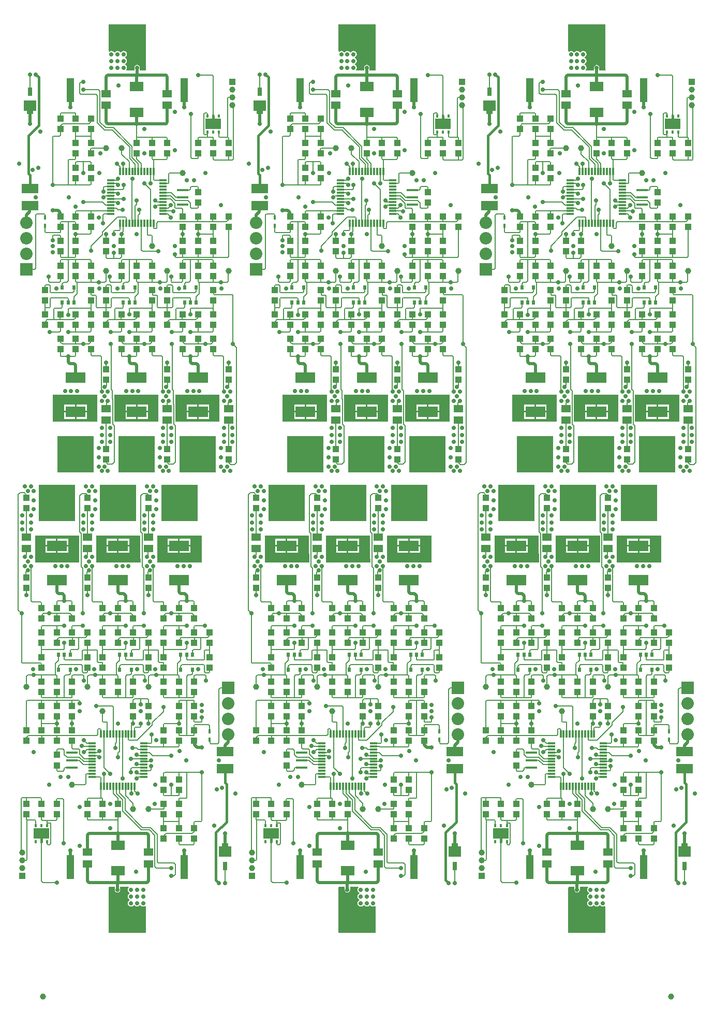
<source format=gbl>
%FSLAX25Y25*%
%MOIN*%
G70*
G01*
G75*
G04 Layer_Physical_Order=2*
G04 Layer_Color=16711680*
%ADD10C,0.03937*%
%ADD11R,0.02165X0.02854*%
%ADD12R,0.02165X0.02510*%
%ADD13R,0.04921X0.02559*%
%ADD14R,0.02362X0.05512*%
%ADD15R,0.03937X0.04331*%
%ADD16R,0.01181X0.02559*%
%ADD17R,0.05906X0.05118*%
%ADD18R,0.02559X0.03819*%
%ADD19R,0.08661X0.04724*%
%ADD20R,0.08661X0.13780*%
%ADD21R,0.07874X0.11811*%
%ADD22R,0.15354X0.05709*%
%ADD23R,0.09646X0.05512*%
%ADD24R,0.01181X0.03150*%
%ADD25R,0.15748X0.15748*%
%ADD26R,0.10630X0.06299*%
%ADD27R,0.04724X0.15748*%
%ADD28C,0.00800*%
%ADD29C,0.01500*%
%ADD30C,0.02000*%
%ADD31R,0.15355X0.18110*%
%ADD32R,0.23622X0.23622*%
%ADD33R,0.03937X0.03937*%
%ADD34C,0.08032*%
%ADD35R,0.08032X0.08032*%
%ADD36C,0.02800*%
%ADD37C,0.02799*%
%ADD38R,0.12598X0.07087*%
%ADD39R,0.01969X0.02756*%
%ADD40R,0.04331X0.09134*%
%ADD41R,0.02953X0.05433*%
%ADD42R,0.08583X0.06378*%
%ADD43R,0.07480X0.01575*%
%ADD44R,0.04724X0.01181*%
%ADD45R,0.01181X0.04724*%
%ADD46R,0.09843X0.06693*%
%ADD47R,0.01772X0.01969*%
%ADD48R,0.07992X0.07165*%
G36*
X73622Y292126D02*
Y309449D01*
X102109D01*
Y294793D01*
X102109Y294793D01*
X102165Y294509D01*
Y292126D01*
X73622D01*
D02*
G37*
G36*
X112992D02*
Y309449D01*
X141732D01*
Y292126D01*
X112992D01*
D02*
G37*
G36*
X34252D02*
Y309449D01*
X62739D01*
Y297970D01*
X62739Y297970D01*
X62796Y297685D01*
Y292126D01*
X34252D01*
D02*
G37*
G36*
X81677Y53724D02*
Y82677D01*
X81620Y82964D01*
X81778Y83274D01*
X81926Y83464D01*
X85668D01*
Y81496D01*
X85800Y80833D01*
X86176Y80270D01*
X86738Y79895D01*
X87402Y79763D01*
X88065Y79895D01*
X88627Y80270D01*
X89003Y80833D01*
X89135Y81496D01*
Y83464D01*
X94398D01*
X94519Y82964D01*
X94085Y82315D01*
X93922Y81496D01*
X94085Y80677D01*
X94549Y79982D01*
X95108Y79609D01*
X95132Y79526D01*
Y79136D01*
X95108Y79053D01*
X94549Y78679D01*
X94085Y77985D01*
X93922Y77165D01*
X94085Y76346D01*
X94549Y75651D01*
X95108Y75278D01*
X95132Y75195D01*
Y74805D01*
X95108Y74722D01*
X94549Y74349D01*
X94085Y73654D01*
X93922Y72835D01*
X94085Y72015D01*
X94549Y71321D01*
X95244Y70856D01*
X96063Y70693D01*
X96882Y70856D01*
X97577Y71321D01*
X97781Y71627D01*
X98282D01*
X98486Y71321D01*
X99181Y70856D01*
X100000Y70693D01*
X100819Y70856D01*
X101514Y71321D01*
X101718Y71627D01*
X102218D01*
X102423Y71321D01*
X103118Y70856D01*
X103937Y70693D01*
X104756Y70856D01*
X105224Y71169D01*
X105724Y70902D01*
Y53724D01*
X81677D01*
D02*
G37*
%LPC*%
G36*
X47728Y303453D02*
Y307496D01*
X40929D01*
Y303453D01*
X47728D01*
D02*
G37*
G36*
X87098D02*
Y307496D01*
X80299D01*
Y303453D01*
X87098D01*
D02*
G37*
G36*
X47728Y298409D02*
Y302453D01*
X40929D01*
Y298409D01*
X47728D01*
D02*
G37*
G36*
X55528D02*
Y302453D01*
X48728D01*
Y298409D01*
X55528D01*
D02*
G37*
G36*
Y303453D02*
Y307496D01*
X48728D01*
Y303453D01*
X55528D01*
D02*
G37*
G36*
X87098Y298409D02*
Y302453D01*
X80299D01*
Y298409D01*
X87098D01*
D02*
G37*
G36*
X126469D02*
Y302453D01*
X119669D01*
Y298409D01*
X126469D01*
D02*
G37*
G36*
X134268Y303453D02*
Y307496D01*
X127469D01*
Y303453D01*
X134268D01*
D02*
G37*
G36*
Y298409D02*
Y302453D01*
X127469D01*
Y298409D01*
X134268D01*
D02*
G37*
G36*
X94898Y303453D02*
Y307496D01*
X88099D01*
Y303453D01*
X94898D01*
D02*
G37*
G36*
Y298409D02*
Y302453D01*
X88099D01*
Y298409D01*
X94898D01*
D02*
G37*
G36*
X126469Y303453D02*
Y307496D01*
X119669D01*
Y303453D01*
X126469D01*
D02*
G37*
%LPD*%
G36*
X221654Y292126D02*
Y309449D01*
X250141D01*
Y294793D01*
X250141Y294793D01*
X250197Y294509D01*
Y292126D01*
X221654D01*
D02*
G37*
G36*
X261024D02*
Y309449D01*
X289764D01*
Y292126D01*
X261024D01*
D02*
G37*
G36*
X182283D02*
Y309449D01*
X210771D01*
Y297970D01*
X210771Y297970D01*
X210827Y297685D01*
Y292126D01*
X182283D01*
D02*
G37*
G36*
X229709Y53724D02*
Y82677D01*
X229652Y82964D01*
X229810Y83274D01*
X229958Y83464D01*
X233700D01*
Y81496D01*
X233832Y80833D01*
X234207Y80270D01*
X234770Y79895D01*
X235433Y79763D01*
X236096Y79895D01*
X236659Y80270D01*
X237034Y80833D01*
X237166Y81496D01*
Y83464D01*
X242429D01*
X242550Y82964D01*
X242116Y82315D01*
X241953Y81496D01*
X242116Y80677D01*
X242581Y79982D01*
X243140Y79609D01*
X243164Y79526D01*
Y79136D01*
X243140Y79053D01*
X242581Y78679D01*
X242116Y77985D01*
X241953Y77165D01*
X242116Y76346D01*
X242581Y75651D01*
X243140Y75278D01*
X243164Y75195D01*
Y74805D01*
X243140Y74722D01*
X242581Y74349D01*
X242116Y73654D01*
X241953Y72835D01*
X242116Y72015D01*
X242581Y71321D01*
X243275Y70856D01*
X244094Y70693D01*
X244914Y70856D01*
X245608Y71321D01*
X245813Y71627D01*
X246313D01*
X246517Y71321D01*
X247212Y70856D01*
X248031Y70693D01*
X248851Y70856D01*
X249546Y71321D01*
X249750Y71627D01*
X250250D01*
X250454Y71321D01*
X251149Y70856D01*
X251969Y70693D01*
X252788Y70856D01*
X253256Y71169D01*
X253756Y70902D01*
Y53724D01*
X229709D01*
D02*
G37*
%LPC*%
G36*
X195760Y303453D02*
Y307496D01*
X188961D01*
Y303453D01*
X195760D01*
D02*
G37*
G36*
X235130D02*
Y307496D01*
X228331D01*
Y303453D01*
X235130D01*
D02*
G37*
G36*
X195760Y298409D02*
Y302453D01*
X188961D01*
Y298409D01*
X195760D01*
D02*
G37*
G36*
X203559D02*
Y302453D01*
X196760D01*
Y298409D01*
X203559D01*
D02*
G37*
G36*
Y303453D02*
Y307496D01*
X196760D01*
Y303453D01*
X203559D01*
D02*
G37*
G36*
X235130Y298409D02*
Y302453D01*
X228331D01*
Y298409D01*
X235130D01*
D02*
G37*
G36*
X274500D02*
Y302453D01*
X267701D01*
Y298409D01*
X274500D01*
D02*
G37*
G36*
X282299Y303453D02*
Y307496D01*
X275500D01*
Y303453D01*
X282299D01*
D02*
G37*
G36*
Y298409D02*
Y302453D01*
X275500D01*
Y298409D01*
X282299D01*
D02*
G37*
G36*
X242929Y303453D02*
Y307496D01*
X236130D01*
Y303453D01*
X242929D01*
D02*
G37*
G36*
Y298409D02*
Y302453D01*
X236130D01*
Y298409D01*
X242929D01*
D02*
G37*
G36*
X274500Y303453D02*
Y307496D01*
X267701D01*
Y303453D01*
X274500D01*
D02*
G37*
%LPD*%
G36*
X369685Y292126D02*
Y309449D01*
X398172D01*
Y294793D01*
X398172Y294793D01*
X398229Y294509D01*
Y292126D01*
X369685D01*
D02*
G37*
G36*
X409055D02*
Y309449D01*
X437795D01*
Y292126D01*
X409055D01*
D02*
G37*
G36*
X330315D02*
Y309449D01*
X358802D01*
Y297970D01*
X358802Y297970D01*
X358859Y297685D01*
Y292126D01*
X330315D01*
D02*
G37*
G36*
X377740Y53724D02*
Y82677D01*
X377683Y82964D01*
X377841Y83274D01*
X377989Y83464D01*
X381731D01*
Y81496D01*
X381863Y80833D01*
X382239Y80270D01*
X382801Y79895D01*
X383465Y79763D01*
X384128Y79895D01*
X384690Y80270D01*
X385066Y80833D01*
X385198Y81496D01*
Y83464D01*
X390461D01*
X390582Y82964D01*
X390148Y82315D01*
X389985Y81496D01*
X390148Y80677D01*
X390612Y79982D01*
X391171Y79609D01*
X391195Y79526D01*
Y79136D01*
X391171Y79053D01*
X390612Y78679D01*
X390148Y77985D01*
X389985Y77165D01*
X390148Y76346D01*
X390612Y75651D01*
X391171Y75278D01*
X391195Y75195D01*
Y74805D01*
X391171Y74722D01*
X390612Y74349D01*
X390148Y73654D01*
X389985Y72835D01*
X390148Y72015D01*
X390612Y71321D01*
X391307Y70856D01*
X392126Y70693D01*
X392945Y70856D01*
X393640Y71321D01*
X393845Y71627D01*
X394344D01*
X394549Y71321D01*
X395244Y70856D01*
X396063Y70693D01*
X396882Y70856D01*
X397577Y71321D01*
X397781Y71627D01*
X398282D01*
X398486Y71321D01*
X399181Y70856D01*
X400000Y70693D01*
X400819Y70856D01*
X401287Y71169D01*
X401787Y70902D01*
Y53724D01*
X377740D01*
D02*
G37*
%LPC*%
G36*
X343791Y303453D02*
Y307496D01*
X336992D01*
Y303453D01*
X343791D01*
D02*
G37*
G36*
X383161D02*
Y307496D01*
X376362D01*
Y303453D01*
X383161D01*
D02*
G37*
G36*
X343791Y298409D02*
Y302453D01*
X336992D01*
Y298409D01*
X343791D01*
D02*
G37*
G36*
X351591D02*
Y302453D01*
X344791D01*
Y298409D01*
X351591D01*
D02*
G37*
G36*
Y303453D02*
Y307496D01*
X344791D01*
Y303453D01*
X351591D01*
D02*
G37*
G36*
X383161Y298409D02*
Y302453D01*
X376362D01*
Y298409D01*
X383161D01*
D02*
G37*
G36*
X422532D02*
Y302453D01*
X415732D01*
Y298409D01*
X422532D01*
D02*
G37*
G36*
X430331Y303453D02*
Y307496D01*
X423531D01*
Y303453D01*
X430331D01*
D02*
G37*
G36*
Y298409D02*
Y302453D01*
X423531D01*
Y298409D01*
X430331D01*
D02*
G37*
G36*
X390961Y303453D02*
Y307496D01*
X384161D01*
Y303453D01*
X390961D01*
D02*
G37*
G36*
Y298409D02*
Y302453D01*
X384161D01*
Y298409D01*
X390961D01*
D02*
G37*
G36*
X422532Y303453D02*
Y307496D01*
X415732D01*
Y303453D01*
X422532D01*
D02*
G37*
%LPD*%
G36*
X409842Y400000D02*
Y382677D01*
X381355D01*
Y397334D01*
X381355Y397334D01*
X381299Y397617D01*
Y400000D01*
X409842D01*
D02*
G37*
G36*
X370472D02*
Y382677D01*
X341732D01*
Y400000D01*
X370472D01*
D02*
G37*
G36*
X449213D02*
Y382677D01*
X420725D01*
Y394156D01*
X420725Y394156D01*
X420669Y394442D01*
Y400000D01*
X449213D01*
D02*
G37*
G36*
X401787Y638402D02*
Y609449D01*
X401845Y609161D01*
X401686Y608852D01*
X401538Y608661D01*
X397796D01*
Y610630D01*
X397664Y611293D01*
X397289Y611856D01*
X396726Y612231D01*
X396063Y612363D01*
X395400Y612231D01*
X394837Y611856D01*
X394462Y611293D01*
X394330Y610630D01*
Y608661D01*
X389067D01*
X388946Y609161D01*
X389380Y609810D01*
X389543Y610630D01*
X389380Y611449D01*
X388916Y612144D01*
X388356Y612517D01*
X388332Y612600D01*
Y612990D01*
X388356Y613073D01*
X388916Y613447D01*
X389380Y614141D01*
X389543Y614961D01*
X389380Y615780D01*
X388916Y616475D01*
X388356Y616848D01*
X388332Y616931D01*
Y617321D01*
X388356Y617404D01*
X388916Y617777D01*
X389380Y618472D01*
X389543Y619291D01*
X389380Y620111D01*
X388916Y620805D01*
X388221Y621270D01*
X387402Y621432D01*
X386582Y621270D01*
X385888Y620805D01*
X385683Y620499D01*
X385183D01*
X384979Y620805D01*
X384284Y621270D01*
X383465Y621432D01*
X382645Y621270D01*
X381951Y620805D01*
X381746Y620499D01*
X381246D01*
X381042Y620805D01*
X380347Y621270D01*
X379528Y621432D01*
X378708Y621270D01*
X378240Y620957D01*
X377740Y621224D01*
Y638402D01*
X401787D01*
D02*
G37*
%LPC*%
G36*
X435736Y388673D02*
Y384630D01*
X442535D01*
Y388673D01*
X435736D01*
D02*
G37*
G36*
X396366D02*
Y384630D01*
X403165D01*
Y388673D01*
X396366D01*
D02*
G37*
G36*
X435736Y393717D02*
Y389673D01*
X442535D01*
Y393717D01*
X435736D01*
D02*
G37*
G36*
X427937D02*
Y389673D01*
X434736D01*
Y393717D01*
X427937D01*
D02*
G37*
G36*
Y388673D02*
Y384630D01*
X434736D01*
Y388673D01*
X427937D01*
D02*
G37*
G36*
X396366Y393717D02*
Y389673D01*
X403165D01*
Y393717D01*
X396366D01*
D02*
G37*
G36*
X356996D02*
Y389673D01*
X363795D01*
Y393717D01*
X356996D01*
D02*
G37*
G36*
X349197Y388673D02*
Y384630D01*
X355996D01*
Y388673D01*
X349197D01*
D02*
G37*
G36*
Y393717D02*
Y389673D01*
X355996D01*
Y393717D01*
X349197D01*
D02*
G37*
G36*
X388567Y388673D02*
Y384630D01*
X395366D01*
Y388673D01*
X388567D01*
D02*
G37*
G36*
Y393717D02*
Y389673D01*
X395366D01*
Y393717D01*
X388567D01*
D02*
G37*
G36*
X356996Y388673D02*
Y384630D01*
X363795D01*
Y388673D01*
X356996D01*
D02*
G37*
%LPD*%
G36*
X261811Y400000D02*
Y382677D01*
X233324D01*
Y397334D01*
X233324Y397334D01*
X233268Y397617D01*
Y400000D01*
X261811D01*
D02*
G37*
G36*
X222441D02*
Y382677D01*
X193701D01*
Y400000D01*
X222441D01*
D02*
G37*
G36*
X301181D02*
Y382677D01*
X272694D01*
Y394156D01*
X272694Y394156D01*
X272637Y394442D01*
Y400000D01*
X301181D01*
D02*
G37*
G36*
X253756Y638402D02*
Y609449D01*
X253813Y609161D01*
X253655Y608852D01*
X253507Y608661D01*
X249765D01*
Y610630D01*
X249633Y611293D01*
X249257Y611856D01*
X248695Y612231D01*
X248031Y612363D01*
X247368Y612231D01*
X246806Y611856D01*
X246430Y611293D01*
X246298Y610630D01*
Y608661D01*
X241035D01*
X240915Y609161D01*
X241348Y609810D01*
X241511Y610630D01*
X241348Y611449D01*
X240884Y612144D01*
X240325Y612517D01*
X240301Y612600D01*
Y612990D01*
X240325Y613073D01*
X240884Y613447D01*
X241348Y614141D01*
X241511Y614961D01*
X241348Y615780D01*
X240884Y616475D01*
X240325Y616848D01*
X240301Y616931D01*
Y617321D01*
X240325Y617404D01*
X240884Y617777D01*
X241348Y618472D01*
X241511Y619291D01*
X241348Y620111D01*
X240884Y620805D01*
X240190Y621270D01*
X239370Y621432D01*
X238551Y621270D01*
X237856Y620805D01*
X237652Y620499D01*
X237152D01*
X236947Y620805D01*
X236252Y621270D01*
X235433Y621432D01*
X234614Y621270D01*
X233919Y620805D01*
X233715Y620499D01*
X233215D01*
X233010Y620805D01*
X232315Y621270D01*
X231496Y621432D01*
X230677Y621270D01*
X230209Y620957D01*
X229709Y621224D01*
Y638402D01*
X253756D01*
D02*
G37*
%LPC*%
G36*
X287705Y388673D02*
Y384630D01*
X294504D01*
Y388673D01*
X287705D01*
D02*
G37*
G36*
X248335D02*
Y384630D01*
X255134D01*
Y388673D01*
X248335D01*
D02*
G37*
G36*
X287705Y393717D02*
Y389673D01*
X294504D01*
Y393717D01*
X287705D01*
D02*
G37*
G36*
X279906D02*
Y389673D01*
X286705D01*
Y393717D01*
X279906D01*
D02*
G37*
G36*
Y388673D02*
Y384630D01*
X286705D01*
Y388673D01*
X279906D01*
D02*
G37*
G36*
X248335Y393717D02*
Y389673D01*
X255134D01*
Y393717D01*
X248335D01*
D02*
G37*
G36*
X208964D02*
Y389673D01*
X215764D01*
Y393717D01*
X208964D01*
D02*
G37*
G36*
X201165Y388673D02*
Y384630D01*
X207964D01*
Y388673D01*
X201165D01*
D02*
G37*
G36*
Y393717D02*
Y389673D01*
X207964D01*
Y393717D01*
X201165D01*
D02*
G37*
G36*
X240535Y388673D02*
Y384630D01*
X247335D01*
Y388673D01*
X240535D01*
D02*
G37*
G36*
Y393717D02*
Y389673D01*
X247335D01*
Y393717D01*
X240535D01*
D02*
G37*
G36*
X208964Y388673D02*
Y384630D01*
X215764D01*
Y388673D01*
X208964D01*
D02*
G37*
%LPD*%
G36*
X113779Y400000D02*
Y382677D01*
X85292D01*
Y397334D01*
X85292Y397334D01*
X85236Y397617D01*
Y400000D01*
X113779D01*
D02*
G37*
G36*
X74409D02*
Y382677D01*
X45669D01*
Y400000D01*
X74409D01*
D02*
G37*
G36*
X153150D02*
Y382677D01*
X124662D01*
Y394156D01*
X124662Y394156D01*
X124606Y394442D01*
Y400000D01*
X153150D01*
D02*
G37*
G36*
X105724Y638402D02*
Y609449D01*
X105781Y609161D01*
X105623Y608852D01*
X105475Y608661D01*
X101733D01*
Y610630D01*
X101601Y611293D01*
X101226Y611856D01*
X100663Y612231D01*
X100000Y612363D01*
X99337Y612231D01*
X98774Y611856D01*
X98399Y611293D01*
X98267Y610630D01*
Y608661D01*
X93004D01*
X92883Y609161D01*
X93317Y609810D01*
X93480Y610630D01*
X93317Y611449D01*
X92853Y612144D01*
X92294Y612517D01*
X92269Y612600D01*
Y612990D01*
X92294Y613073D01*
X92853Y613447D01*
X93317Y614141D01*
X93480Y614961D01*
X93317Y615780D01*
X92853Y616475D01*
X92294Y616848D01*
X92269Y616931D01*
Y617321D01*
X92294Y617404D01*
X92853Y617777D01*
X93317Y618472D01*
X93480Y619291D01*
X93317Y620111D01*
X92853Y620805D01*
X92158Y621270D01*
X91339Y621432D01*
X90519Y621270D01*
X89825Y620805D01*
X89620Y620499D01*
X89120D01*
X88916Y620805D01*
X88221Y621270D01*
X87402Y621432D01*
X86582Y621270D01*
X85888Y620805D01*
X85683Y620499D01*
X85183D01*
X84979Y620805D01*
X84284Y621270D01*
X83465Y621432D01*
X82645Y621270D01*
X82177Y620957D01*
X81677Y621224D01*
Y638402D01*
X105724D01*
D02*
G37*
%LPC*%
G36*
X139673Y388673D02*
Y384630D01*
X146472D01*
Y388673D01*
X139673D01*
D02*
G37*
G36*
X100303D02*
Y384630D01*
X107102D01*
Y388673D01*
X100303D01*
D02*
G37*
G36*
X139673Y393717D02*
Y389673D01*
X146472D01*
Y393717D01*
X139673D01*
D02*
G37*
G36*
X131874D02*
Y389673D01*
X138673D01*
Y393717D01*
X131874D01*
D02*
G37*
G36*
Y388673D02*
Y384630D01*
X138673D01*
Y388673D01*
X131874D01*
D02*
G37*
G36*
X100303Y393717D02*
Y389673D01*
X107102D01*
Y393717D01*
X100303D01*
D02*
G37*
G36*
X60933D02*
Y389673D01*
X67732D01*
Y393717D01*
X60933D01*
D02*
G37*
G36*
X53134Y388673D02*
Y384630D01*
X59933D01*
Y388673D01*
X53134D01*
D02*
G37*
G36*
Y393717D02*
Y389673D01*
X59933D01*
Y393717D01*
X53134D01*
D02*
G37*
G36*
X92504Y388673D02*
Y384630D01*
X99303D01*
Y388673D01*
X92504D01*
D02*
G37*
G36*
Y393717D02*
Y389673D01*
X99303D01*
Y393717D01*
X92504D01*
D02*
G37*
G36*
X60933Y388673D02*
Y384630D01*
X67732D01*
Y388673D01*
X60933D01*
D02*
G37*
%LPD*%
D10*
X107283Y133465D02*
D03*
X28543Y212205D02*
D03*
X67913D02*
D03*
X107283D02*
D03*
X97441Y133465D02*
D03*
X58071Y149213D02*
D03*
X77756Y196457D02*
D03*
X255315Y133465D02*
D03*
X176575Y212205D02*
D03*
X215945D02*
D03*
X255315D02*
D03*
X245472Y133465D02*
D03*
X206102Y149213D02*
D03*
X225787Y196457D02*
D03*
X403346Y133465D02*
D03*
X324606Y212205D02*
D03*
X363976D02*
D03*
X403346D02*
D03*
X393504Y133465D02*
D03*
X354134Y149213D02*
D03*
X373819Y196457D02*
D03*
X376181Y558661D02*
D03*
X454921Y479921D02*
D03*
X415551D02*
D03*
X376181D02*
D03*
X386024Y558661D02*
D03*
X425394Y542913D02*
D03*
X405709Y495669D02*
D03*
X228150Y558661D02*
D03*
X306890Y479921D02*
D03*
X267520D02*
D03*
X228150D02*
D03*
X237992Y558661D02*
D03*
X277362Y542913D02*
D03*
X257677Y495669D02*
D03*
X80118Y558661D02*
D03*
X158858Y479921D02*
D03*
X119488D02*
D03*
X80118D02*
D03*
X89961Y558661D02*
D03*
X129331Y542913D02*
D03*
X109646Y495669D02*
D03*
X39370Y12795D02*
D03*
X444095D02*
D03*
X25984Y95531D02*
D03*
Y105532D02*
D03*
Y100531D02*
D03*
X174016Y95531D02*
D03*
Y105532D02*
D03*
Y100531D02*
D03*
X322047Y95531D02*
D03*
Y105532D02*
D03*
Y100531D02*
D03*
X457480Y596594D02*
D03*
Y586594D02*
D03*
Y591595D02*
D03*
X309449Y596594D02*
D03*
Y586594D02*
D03*
Y591595D02*
D03*
X161417Y596594D02*
D03*
Y586594D02*
D03*
Y591595D02*
D03*
D15*
X38386Y224606D02*
D03*
Y231299D02*
D03*
X77756Y224606D02*
D03*
Y231299D02*
D03*
X117126Y224606D02*
D03*
Y231299D02*
D03*
X67913D02*
D03*
Y224606D02*
D03*
Y247047D02*
D03*
Y240354D02*
D03*
X58071Y208858D02*
D03*
Y215551D02*
D03*
X107283Y247047D02*
D03*
Y240354D02*
D03*
X48228Y215551D02*
D03*
Y208858D02*
D03*
X87598Y247047D02*
D03*
Y240354D02*
D03*
X107283Y231299D02*
D03*
Y224606D02*
D03*
X38386Y208858D02*
D03*
Y215551D02*
D03*
X97441Y208858D02*
D03*
Y215551D02*
D03*
X136811Y247047D02*
D03*
Y240354D02*
D03*
X146653Y247047D02*
D03*
Y240354D02*
D03*
X87598Y215551D02*
D03*
Y208858D02*
D03*
X126969Y247047D02*
D03*
Y240354D02*
D03*
X77756Y208858D02*
D03*
Y215551D02*
D03*
X126969D02*
D03*
Y208858D02*
D03*
X136811Y121063D02*
D03*
Y114370D02*
D03*
X117126Y208858D02*
D03*
Y215551D02*
D03*
X136811Y208858D02*
D03*
Y215551D02*
D03*
X126969Y114370D02*
D03*
Y121063D02*
D03*
X58071Y240354D02*
D03*
Y247047D02*
D03*
X48228Y240354D02*
D03*
Y247047D02*
D03*
X97441Y240354D02*
D03*
Y247047D02*
D03*
X146653Y224606D02*
D03*
Y231299D02*
D03*
X38386Y247047D02*
D03*
Y240354D02*
D03*
X77756Y247047D02*
D03*
Y240354D02*
D03*
X67913Y333661D02*
D03*
Y326969D02*
D03*
X107283Y333661D02*
D03*
Y326969D02*
D03*
X117126Y247047D02*
D03*
Y240354D02*
D03*
X48228Y168307D02*
D03*
Y161614D02*
D03*
X58071Y184055D02*
D03*
Y177362D02*
D03*
Y193110D02*
D03*
Y199803D02*
D03*
X48228Y193110D02*
D03*
Y199803D02*
D03*
X38386Y193110D02*
D03*
Y199803D02*
D03*
X126969Y136811D02*
D03*
Y130118D02*
D03*
X117126Y136811D02*
D03*
Y130118D02*
D03*
X107283Y193110D02*
D03*
Y199803D02*
D03*
X97441Y193110D02*
D03*
Y199803D02*
D03*
X126969Y184055D02*
D03*
Y177362D02*
D03*
X117126Y184055D02*
D03*
Y177362D02*
D03*
X126969Y152559D02*
D03*
Y145866D02*
D03*
X117126Y152559D02*
D03*
Y145866D02*
D03*
X77756Y130118D02*
D03*
Y136811D02*
D03*
X67913Y130118D02*
D03*
Y136811D02*
D03*
X87598Y130118D02*
D03*
Y136811D02*
D03*
X28543D02*
D03*
Y130118D02*
D03*
X48228D02*
D03*
Y136811D02*
D03*
X38386D02*
D03*
Y130118D02*
D03*
X48228Y177362D02*
D03*
Y184055D02*
D03*
X28543Y177362D02*
D03*
Y184055D02*
D03*
X38386D02*
D03*
Y177362D02*
D03*
X126969Y193110D02*
D03*
Y199803D02*
D03*
X136811D02*
D03*
Y193110D02*
D03*
X136811Y177362D02*
D03*
Y184055D02*
D03*
X28543Y282480D02*
D03*
Y275787D02*
D03*
Y326969D02*
D03*
Y333661D02*
D03*
X67913Y282480D02*
D03*
Y275787D02*
D03*
X107283Y282480D02*
D03*
Y275787D02*
D03*
X38386Y262795D02*
D03*
Y256102D02*
D03*
X48228D02*
D03*
Y262795D02*
D03*
X58071D02*
D03*
Y256102D02*
D03*
X97441Y262795D02*
D03*
Y256102D02*
D03*
X87598D02*
D03*
Y262795D02*
D03*
X77756D02*
D03*
Y256102D02*
D03*
X117126Y262795D02*
D03*
Y256102D02*
D03*
X126969D02*
D03*
Y262795D02*
D03*
X136811D02*
D03*
Y256102D02*
D03*
X117126Y114370D02*
D03*
Y121063D02*
D03*
X186417Y224606D02*
D03*
Y231299D02*
D03*
X225787Y224606D02*
D03*
Y231299D02*
D03*
X265158Y224606D02*
D03*
Y231299D02*
D03*
X215945D02*
D03*
Y224606D02*
D03*
Y247047D02*
D03*
Y240354D02*
D03*
X206102Y208858D02*
D03*
Y215551D02*
D03*
X255315Y247047D02*
D03*
Y240354D02*
D03*
X196260Y215551D02*
D03*
Y208858D02*
D03*
X235630Y247047D02*
D03*
Y240354D02*
D03*
X255315Y231299D02*
D03*
Y224606D02*
D03*
X186417Y208858D02*
D03*
Y215551D02*
D03*
X245472Y208858D02*
D03*
Y215551D02*
D03*
X284842Y247047D02*
D03*
Y240354D02*
D03*
X294685Y247047D02*
D03*
Y240354D02*
D03*
X235630Y215551D02*
D03*
Y208858D02*
D03*
X275000Y247047D02*
D03*
Y240354D02*
D03*
X225787Y208858D02*
D03*
Y215551D02*
D03*
X275000D02*
D03*
Y208858D02*
D03*
X284842Y121063D02*
D03*
Y114370D02*
D03*
X265158Y208858D02*
D03*
Y215551D02*
D03*
X284842Y208858D02*
D03*
Y215551D02*
D03*
X275000Y114370D02*
D03*
Y121063D02*
D03*
X206102Y240354D02*
D03*
Y247047D02*
D03*
X196260Y240354D02*
D03*
Y247047D02*
D03*
X245472Y240354D02*
D03*
Y247047D02*
D03*
X294685Y224606D02*
D03*
Y231299D02*
D03*
X186417Y247047D02*
D03*
Y240354D02*
D03*
X225787Y247047D02*
D03*
Y240354D02*
D03*
X215945Y333661D02*
D03*
Y326969D02*
D03*
X255315Y333661D02*
D03*
Y326969D02*
D03*
X265158Y247047D02*
D03*
Y240354D02*
D03*
X196260Y168307D02*
D03*
Y161614D02*
D03*
X206102Y184055D02*
D03*
Y177362D02*
D03*
Y193110D02*
D03*
Y199803D02*
D03*
X196260Y193110D02*
D03*
Y199803D02*
D03*
X186417Y193110D02*
D03*
Y199803D02*
D03*
X275000Y136811D02*
D03*
Y130118D02*
D03*
X265158Y136811D02*
D03*
Y130118D02*
D03*
X255315Y193110D02*
D03*
Y199803D02*
D03*
X245472Y193110D02*
D03*
Y199803D02*
D03*
X275000Y184055D02*
D03*
Y177362D02*
D03*
X265158Y184055D02*
D03*
Y177362D02*
D03*
X275000Y152559D02*
D03*
Y145866D02*
D03*
X265158Y152559D02*
D03*
Y145866D02*
D03*
X225787Y130118D02*
D03*
Y136811D02*
D03*
X215945Y130118D02*
D03*
Y136811D02*
D03*
X235630Y130118D02*
D03*
Y136811D02*
D03*
X176575D02*
D03*
Y130118D02*
D03*
X196260D02*
D03*
Y136811D02*
D03*
X186417D02*
D03*
Y130118D02*
D03*
X196260Y177362D02*
D03*
Y184055D02*
D03*
X176575Y177362D02*
D03*
Y184055D02*
D03*
X186417D02*
D03*
Y177362D02*
D03*
X275000Y193110D02*
D03*
Y199803D02*
D03*
X284842D02*
D03*
Y193110D02*
D03*
X284842Y177362D02*
D03*
Y184055D02*
D03*
X176575Y282480D02*
D03*
Y275787D02*
D03*
Y326969D02*
D03*
Y333661D02*
D03*
X215945Y282480D02*
D03*
Y275787D02*
D03*
X255315Y282480D02*
D03*
Y275787D02*
D03*
X186417Y262795D02*
D03*
Y256102D02*
D03*
X196260D02*
D03*
Y262795D02*
D03*
X206102D02*
D03*
Y256102D02*
D03*
X245472Y262795D02*
D03*
Y256102D02*
D03*
X235630D02*
D03*
Y262795D02*
D03*
X225787D02*
D03*
Y256102D02*
D03*
X265158Y262795D02*
D03*
Y256102D02*
D03*
X275000D02*
D03*
Y262795D02*
D03*
X284842D02*
D03*
Y256102D02*
D03*
X265158Y114370D02*
D03*
Y121063D02*
D03*
X334449Y224606D02*
D03*
Y231299D02*
D03*
X373819Y224606D02*
D03*
Y231299D02*
D03*
X413189Y224606D02*
D03*
Y231299D02*
D03*
X363976D02*
D03*
Y224606D02*
D03*
Y247047D02*
D03*
Y240354D02*
D03*
X354134Y208858D02*
D03*
Y215551D02*
D03*
X403346Y247047D02*
D03*
Y240354D02*
D03*
X344291Y215551D02*
D03*
Y208858D02*
D03*
X383661Y247047D02*
D03*
Y240354D02*
D03*
X403346Y231299D02*
D03*
Y224606D02*
D03*
X334449Y208858D02*
D03*
Y215551D02*
D03*
X393504Y208858D02*
D03*
Y215551D02*
D03*
X432874Y247047D02*
D03*
Y240354D02*
D03*
X442717Y247047D02*
D03*
Y240354D02*
D03*
X383661Y215551D02*
D03*
Y208858D02*
D03*
X423032Y247047D02*
D03*
Y240354D02*
D03*
X373819Y208858D02*
D03*
Y215551D02*
D03*
X423032D02*
D03*
Y208858D02*
D03*
X432874Y121063D02*
D03*
Y114370D02*
D03*
X413189Y208858D02*
D03*
Y215551D02*
D03*
X432874Y208858D02*
D03*
Y215551D02*
D03*
X423032Y114370D02*
D03*
Y121063D02*
D03*
X354134Y240354D02*
D03*
Y247047D02*
D03*
X344291Y240354D02*
D03*
Y247047D02*
D03*
X393504Y240354D02*
D03*
Y247047D02*
D03*
X442717Y224606D02*
D03*
Y231299D02*
D03*
X334449Y247047D02*
D03*
Y240354D02*
D03*
X373819Y247047D02*
D03*
Y240354D02*
D03*
X363976Y333661D02*
D03*
Y326969D02*
D03*
X403346Y333661D02*
D03*
Y326969D02*
D03*
X413189Y247047D02*
D03*
Y240354D02*
D03*
X344291Y168307D02*
D03*
Y161614D02*
D03*
X354134Y184055D02*
D03*
Y177362D02*
D03*
Y193110D02*
D03*
Y199803D02*
D03*
X344291Y193110D02*
D03*
Y199803D02*
D03*
X334449Y193110D02*
D03*
Y199803D02*
D03*
X423032Y136811D02*
D03*
Y130118D02*
D03*
X413189Y136811D02*
D03*
Y130118D02*
D03*
X403346Y193110D02*
D03*
Y199803D02*
D03*
X393504Y193110D02*
D03*
Y199803D02*
D03*
X423032Y184055D02*
D03*
Y177362D02*
D03*
X413189Y184055D02*
D03*
Y177362D02*
D03*
X423032Y152559D02*
D03*
Y145866D02*
D03*
X413189Y152559D02*
D03*
Y145866D02*
D03*
X373819Y130118D02*
D03*
Y136811D02*
D03*
X363976Y130118D02*
D03*
Y136811D02*
D03*
X383661Y130118D02*
D03*
Y136811D02*
D03*
X324606D02*
D03*
Y130118D02*
D03*
X344291D02*
D03*
Y136811D02*
D03*
X334449D02*
D03*
Y130118D02*
D03*
X344291Y177362D02*
D03*
Y184055D02*
D03*
X324606Y177362D02*
D03*
Y184055D02*
D03*
X334449D02*
D03*
Y177362D02*
D03*
X423032Y193110D02*
D03*
Y199803D02*
D03*
X432874D02*
D03*
Y193110D02*
D03*
X432874Y177362D02*
D03*
Y184055D02*
D03*
X324606Y282480D02*
D03*
Y275787D02*
D03*
Y326969D02*
D03*
Y333661D02*
D03*
X363976Y282480D02*
D03*
Y275787D02*
D03*
X403346Y282480D02*
D03*
Y275787D02*
D03*
X334449Y262795D02*
D03*
Y256102D02*
D03*
X344291D02*
D03*
Y262795D02*
D03*
X354134D02*
D03*
Y256102D02*
D03*
X393504Y262795D02*
D03*
Y256102D02*
D03*
X383661D02*
D03*
Y262795D02*
D03*
X373819D02*
D03*
Y256102D02*
D03*
X413189Y262795D02*
D03*
Y256102D02*
D03*
X423032D02*
D03*
Y262795D02*
D03*
X432874D02*
D03*
Y256102D02*
D03*
X413189Y114370D02*
D03*
Y121063D02*
D03*
X445079Y467520D02*
D03*
Y460827D02*
D03*
X405709Y467520D02*
D03*
Y460827D02*
D03*
X366339Y467520D02*
D03*
Y460827D02*
D03*
X415551D02*
D03*
Y467520D02*
D03*
Y445079D02*
D03*
Y451772D02*
D03*
X425394Y483268D02*
D03*
Y476575D02*
D03*
X376181Y445079D02*
D03*
Y451772D02*
D03*
X435236Y476575D02*
D03*
Y483268D02*
D03*
X395866Y445079D02*
D03*
Y451772D02*
D03*
X376181Y460827D02*
D03*
Y467520D02*
D03*
X445079Y483268D02*
D03*
Y476575D02*
D03*
X386024Y483268D02*
D03*
Y476575D02*
D03*
X346654Y445079D02*
D03*
Y451772D02*
D03*
X336811Y445079D02*
D03*
Y451772D02*
D03*
X395866Y476575D02*
D03*
Y483268D02*
D03*
X356496Y445079D02*
D03*
Y451772D02*
D03*
X405709Y483268D02*
D03*
Y476575D02*
D03*
X356496D02*
D03*
Y483268D02*
D03*
X346654Y571063D02*
D03*
Y577756D02*
D03*
X366339Y483268D02*
D03*
Y476575D02*
D03*
X346654Y483268D02*
D03*
Y476575D02*
D03*
X356496Y577756D02*
D03*
Y571063D02*
D03*
X425394Y451772D02*
D03*
Y445079D02*
D03*
X435236Y451772D02*
D03*
Y445079D02*
D03*
X386024Y451772D02*
D03*
Y445079D02*
D03*
X336811Y467520D02*
D03*
Y460827D02*
D03*
X445079Y445079D02*
D03*
Y451772D02*
D03*
X405709Y445079D02*
D03*
Y451772D02*
D03*
X415551Y358465D02*
D03*
Y365158D02*
D03*
X376181Y358465D02*
D03*
Y365158D02*
D03*
X366339Y445079D02*
D03*
Y451772D02*
D03*
X435236Y523819D02*
D03*
Y530512D02*
D03*
X425394Y508071D02*
D03*
Y514764D02*
D03*
Y499016D02*
D03*
Y492323D02*
D03*
X435236Y499016D02*
D03*
Y492323D02*
D03*
X445079Y499016D02*
D03*
Y492323D02*
D03*
X356496Y555315D02*
D03*
Y562008D02*
D03*
X366339Y555315D02*
D03*
Y562008D02*
D03*
X376181Y499016D02*
D03*
Y492323D02*
D03*
X386024Y499016D02*
D03*
Y492323D02*
D03*
X356496Y508071D02*
D03*
Y514764D02*
D03*
X366339Y508071D02*
D03*
Y514764D02*
D03*
X356496Y539567D02*
D03*
Y546260D02*
D03*
X366339Y539567D02*
D03*
Y546260D02*
D03*
X405709Y562008D02*
D03*
Y555315D02*
D03*
X415551Y562008D02*
D03*
Y555315D02*
D03*
X395866Y562008D02*
D03*
Y555315D02*
D03*
X454921D02*
D03*
Y562008D02*
D03*
X435236D02*
D03*
Y555315D02*
D03*
X445079D02*
D03*
Y562008D02*
D03*
X435236Y514764D02*
D03*
Y508071D02*
D03*
X454921Y514764D02*
D03*
Y508071D02*
D03*
X445079D02*
D03*
Y514764D02*
D03*
X356496Y499016D02*
D03*
Y492323D02*
D03*
X346654D02*
D03*
Y499016D02*
D03*
X346654Y514764D02*
D03*
Y508071D02*
D03*
X454921Y409646D02*
D03*
Y416339D02*
D03*
Y365158D02*
D03*
Y358465D02*
D03*
X415551Y409646D02*
D03*
Y416339D02*
D03*
X376181Y409646D02*
D03*
Y416339D02*
D03*
X445079Y429331D02*
D03*
Y436024D02*
D03*
X435236D02*
D03*
Y429331D02*
D03*
X425394D02*
D03*
Y436024D02*
D03*
X386024Y429331D02*
D03*
Y436024D02*
D03*
X395866D02*
D03*
Y429331D02*
D03*
X405709D02*
D03*
Y436024D02*
D03*
X366339Y429331D02*
D03*
Y436024D02*
D03*
X356496D02*
D03*
Y429331D02*
D03*
X346654D02*
D03*
Y436024D02*
D03*
X366339Y577756D02*
D03*
Y571063D02*
D03*
X297047Y467520D02*
D03*
Y460827D02*
D03*
X257677Y467520D02*
D03*
Y460827D02*
D03*
X218307Y467520D02*
D03*
Y460827D02*
D03*
X267520D02*
D03*
Y467520D02*
D03*
Y445079D02*
D03*
Y451772D02*
D03*
X277362Y483268D02*
D03*
Y476575D02*
D03*
X228150Y445079D02*
D03*
Y451772D02*
D03*
X287205Y476575D02*
D03*
Y483268D02*
D03*
X247835Y445079D02*
D03*
Y451772D02*
D03*
X228150Y460827D02*
D03*
Y467520D02*
D03*
X297047Y483268D02*
D03*
Y476575D02*
D03*
X237992Y483268D02*
D03*
Y476575D02*
D03*
X198622Y445079D02*
D03*
Y451772D02*
D03*
X188779Y445079D02*
D03*
Y451772D02*
D03*
X247835Y476575D02*
D03*
Y483268D02*
D03*
X208465Y445079D02*
D03*
Y451772D02*
D03*
X257677Y483268D02*
D03*
Y476575D02*
D03*
X208465D02*
D03*
Y483268D02*
D03*
X198622Y571063D02*
D03*
Y577756D02*
D03*
X218307Y483268D02*
D03*
Y476575D02*
D03*
X198622Y483268D02*
D03*
Y476575D02*
D03*
X208465Y577756D02*
D03*
Y571063D02*
D03*
X277362Y451772D02*
D03*
Y445079D02*
D03*
X287205Y451772D02*
D03*
Y445079D02*
D03*
X237992Y451772D02*
D03*
Y445079D02*
D03*
X188779Y467520D02*
D03*
Y460827D02*
D03*
X297047Y445079D02*
D03*
Y451772D02*
D03*
X257677Y445079D02*
D03*
Y451772D02*
D03*
X267520Y358465D02*
D03*
Y365158D02*
D03*
X228150Y358465D02*
D03*
Y365158D02*
D03*
X218307Y445079D02*
D03*
Y451772D02*
D03*
X287205Y523819D02*
D03*
Y530512D02*
D03*
X277362Y508071D02*
D03*
Y514764D02*
D03*
Y499016D02*
D03*
Y492323D02*
D03*
X287205Y499016D02*
D03*
Y492323D02*
D03*
X297047Y499016D02*
D03*
Y492323D02*
D03*
X208465Y555315D02*
D03*
Y562008D02*
D03*
X218307Y555315D02*
D03*
Y562008D02*
D03*
X228150Y499016D02*
D03*
Y492323D02*
D03*
X237992Y499016D02*
D03*
Y492323D02*
D03*
X208465Y508071D02*
D03*
Y514764D02*
D03*
X218307Y508071D02*
D03*
Y514764D02*
D03*
X208465Y539567D02*
D03*
Y546260D02*
D03*
X218307Y539567D02*
D03*
Y546260D02*
D03*
X257677Y562008D02*
D03*
Y555315D02*
D03*
X267520Y562008D02*
D03*
Y555315D02*
D03*
X247835Y562008D02*
D03*
Y555315D02*
D03*
X306890D02*
D03*
Y562008D02*
D03*
X287205D02*
D03*
Y555315D02*
D03*
X297047D02*
D03*
Y562008D02*
D03*
X287205Y514764D02*
D03*
Y508071D02*
D03*
X306890Y514764D02*
D03*
Y508071D02*
D03*
X297047D02*
D03*
Y514764D02*
D03*
X208465Y499016D02*
D03*
Y492323D02*
D03*
X198622D02*
D03*
Y499016D02*
D03*
X198622Y514764D02*
D03*
Y508071D02*
D03*
X306890Y409646D02*
D03*
Y416339D02*
D03*
Y365158D02*
D03*
Y358465D02*
D03*
X267520Y409646D02*
D03*
Y416339D02*
D03*
X228150Y409646D02*
D03*
Y416339D02*
D03*
X297047Y429331D02*
D03*
Y436024D02*
D03*
X287205D02*
D03*
Y429331D02*
D03*
X277362D02*
D03*
Y436024D02*
D03*
X237992Y429331D02*
D03*
Y436024D02*
D03*
X247835D02*
D03*
Y429331D02*
D03*
X257677D02*
D03*
Y436024D02*
D03*
X218307Y429331D02*
D03*
Y436024D02*
D03*
X208465D02*
D03*
Y429331D02*
D03*
X198622D02*
D03*
Y436024D02*
D03*
X218307Y577756D02*
D03*
Y571063D02*
D03*
X149016Y467520D02*
D03*
Y460827D02*
D03*
X109646Y467520D02*
D03*
Y460827D02*
D03*
X70276Y467520D02*
D03*
Y460827D02*
D03*
X119488D02*
D03*
Y467520D02*
D03*
Y445079D02*
D03*
Y451772D02*
D03*
X129331Y483268D02*
D03*
Y476575D02*
D03*
X80118Y445079D02*
D03*
Y451772D02*
D03*
X139173Y476575D02*
D03*
Y483268D02*
D03*
X99803Y445079D02*
D03*
Y451772D02*
D03*
X80118Y460827D02*
D03*
Y467520D02*
D03*
X149016Y483268D02*
D03*
Y476575D02*
D03*
X89961Y483268D02*
D03*
Y476575D02*
D03*
X50591Y445079D02*
D03*
Y451772D02*
D03*
X40748Y445079D02*
D03*
Y451772D02*
D03*
X99803Y476575D02*
D03*
Y483268D02*
D03*
X60433Y445079D02*
D03*
Y451772D02*
D03*
X109646Y483268D02*
D03*
Y476575D02*
D03*
X60433D02*
D03*
Y483268D02*
D03*
X50591Y571063D02*
D03*
Y577756D02*
D03*
X70276Y483268D02*
D03*
Y476575D02*
D03*
X50591Y483268D02*
D03*
Y476575D02*
D03*
X60433Y577756D02*
D03*
Y571063D02*
D03*
X129331Y451772D02*
D03*
Y445079D02*
D03*
X139173Y451772D02*
D03*
Y445079D02*
D03*
X89961Y451772D02*
D03*
Y445079D02*
D03*
X40748Y467520D02*
D03*
Y460827D02*
D03*
X149016Y445079D02*
D03*
Y451772D02*
D03*
X109646Y445079D02*
D03*
Y451772D02*
D03*
X119488Y358465D02*
D03*
Y365158D02*
D03*
X80118Y358465D02*
D03*
Y365158D02*
D03*
X70276Y445079D02*
D03*
Y451772D02*
D03*
X139173Y523819D02*
D03*
Y530512D02*
D03*
X129331Y508071D02*
D03*
Y514764D02*
D03*
Y499016D02*
D03*
Y492323D02*
D03*
X139173Y499016D02*
D03*
Y492323D02*
D03*
X149016Y499016D02*
D03*
Y492323D02*
D03*
X60433Y555315D02*
D03*
Y562008D02*
D03*
X70276Y555315D02*
D03*
Y562008D02*
D03*
X80118Y499016D02*
D03*
Y492323D02*
D03*
X89961Y499016D02*
D03*
Y492323D02*
D03*
X60433Y508071D02*
D03*
Y514764D02*
D03*
X70276Y508071D02*
D03*
Y514764D02*
D03*
X60433Y539567D02*
D03*
Y546260D02*
D03*
X70276Y539567D02*
D03*
Y546260D02*
D03*
X109646Y562008D02*
D03*
Y555315D02*
D03*
X119488Y562008D02*
D03*
Y555315D02*
D03*
X99803Y562008D02*
D03*
Y555315D02*
D03*
X158858D02*
D03*
Y562008D02*
D03*
X139173D02*
D03*
Y555315D02*
D03*
X149016D02*
D03*
Y562008D02*
D03*
X139173Y514764D02*
D03*
Y508071D02*
D03*
X158858Y514764D02*
D03*
Y508071D02*
D03*
X149016D02*
D03*
Y514764D02*
D03*
X60433Y499016D02*
D03*
Y492323D02*
D03*
X50591D02*
D03*
Y499016D02*
D03*
X50591Y514764D02*
D03*
Y508071D02*
D03*
X158858Y409646D02*
D03*
Y416339D02*
D03*
Y365158D02*
D03*
Y358465D02*
D03*
X119488Y409646D02*
D03*
Y416339D02*
D03*
X80118Y409646D02*
D03*
Y416339D02*
D03*
X149016Y429331D02*
D03*
Y436024D02*
D03*
X139173D02*
D03*
Y429331D02*
D03*
X129331D02*
D03*
Y436024D02*
D03*
X89961Y429331D02*
D03*
Y436024D02*
D03*
X99803D02*
D03*
Y429331D02*
D03*
X109646D02*
D03*
Y436024D02*
D03*
X70276Y429331D02*
D03*
Y436024D02*
D03*
X60433D02*
D03*
Y429331D02*
D03*
X50591D02*
D03*
Y436024D02*
D03*
X70276Y577756D02*
D03*
Y571063D02*
D03*
D16*
X146653Y183366D02*
D03*
Y178051D02*
D03*
X294685Y183366D02*
D03*
Y178051D02*
D03*
X442717Y183366D02*
D03*
Y178051D02*
D03*
X336811Y508760D02*
D03*
Y514075D02*
D03*
X188779Y508760D02*
D03*
Y514075D02*
D03*
X40748Y508760D02*
D03*
Y514075D02*
D03*
D17*
X28543Y300984D02*
D03*
Y308465D02*
D03*
X67913Y300984D02*
D03*
Y308465D02*
D03*
X107283Y300984D02*
D03*
Y308465D02*
D03*
Y105709D02*
D03*
Y98228D02*
D03*
X67913Y105709D02*
D03*
Y98228D02*
D03*
X176575Y300984D02*
D03*
Y308465D02*
D03*
X215945Y300984D02*
D03*
Y308465D02*
D03*
X255315Y300984D02*
D03*
Y308465D02*
D03*
Y105709D02*
D03*
Y98228D02*
D03*
X215945Y105709D02*
D03*
Y98228D02*
D03*
X324606Y300984D02*
D03*
Y308465D02*
D03*
X363976Y300984D02*
D03*
Y308465D02*
D03*
X403346Y300984D02*
D03*
Y308465D02*
D03*
Y105709D02*
D03*
Y98228D02*
D03*
X363976Y105709D02*
D03*
Y98228D02*
D03*
X454921Y391142D02*
D03*
Y383661D02*
D03*
X415551Y391142D02*
D03*
Y383661D02*
D03*
X376181Y391142D02*
D03*
Y383661D02*
D03*
Y586417D02*
D03*
Y593898D02*
D03*
X415551Y586417D02*
D03*
Y593898D02*
D03*
X306890Y391142D02*
D03*
Y383661D02*
D03*
X267520Y391142D02*
D03*
Y383661D02*
D03*
X228150Y391142D02*
D03*
Y383661D02*
D03*
Y586417D02*
D03*
Y593898D02*
D03*
X267520Y586417D02*
D03*
Y593898D02*
D03*
X158858Y391142D02*
D03*
Y383661D02*
D03*
X119488Y391142D02*
D03*
Y383661D02*
D03*
X80118Y391142D02*
D03*
Y383661D02*
D03*
Y586417D02*
D03*
Y593898D02*
D03*
X119488Y586417D02*
D03*
Y593898D02*
D03*
D25*
X93701Y62598D02*
D03*
X241732D02*
D03*
X389764D02*
D03*
X389764Y629528D02*
D03*
X241732D02*
D03*
X93701D02*
D03*
D26*
X156496Y170472D02*
D03*
Y159449D02*
D03*
X304528Y170472D02*
D03*
Y159449D02*
D03*
X452559Y170472D02*
D03*
Y159449D02*
D03*
X326969Y521654D02*
D03*
Y532677D02*
D03*
X178937Y521654D02*
D03*
Y532677D02*
D03*
X30906Y521654D02*
D03*
Y532677D02*
D03*
D27*
X130315Y96063D02*
D03*
X57087D02*
D03*
X278346D02*
D03*
X205118D02*
D03*
X426378D02*
D03*
X353150D02*
D03*
Y596063D02*
D03*
X426378D02*
D03*
X205118D02*
D03*
X278346D02*
D03*
X57087D02*
D03*
X130315D02*
D03*
D28*
X58071Y149213D02*
X66461D01*
X66929Y149681D02*
X66461Y149213D01*
X66929Y155728D02*
Y149681D01*
X67304Y156102D02*
X70866D01*
X67304D02*
X66929Y155728D01*
X58071Y164961D02*
X62524D01*
X53618Y160236D02*
X58071D01*
X53618D02*
X53150Y159768D01*
Y158661D01*
X52362Y157874D01*
X48697D02*
X52362D01*
X48228Y161614D02*
Y158343D01*
X48697Y157874D01*
X48228Y171579D02*
Y168307D01*
X48697Y172047D02*
X48228Y171579D01*
X58071Y193110D02*
Y188583D01*
Y184055D01*
X48228Y193110D02*
Y188583D01*
X38976D02*
X48228D01*
Y184055D01*
X38386Y188583D02*
X38976D01*
X38976Y188583D02*
X38976Y188583D01*
X38386Y193110D02*
Y188583D01*
Y188583D02*
Y184055D01*
X58071Y177362D02*
Y172638D01*
X58661Y172047D01*
X62442D01*
X65864Y165945D02*
X70866D01*
X65629Y163976D02*
X70866D01*
X62524Y164961D02*
X65476Y162008D01*
X70866D01*
X76772Y181693D02*
X76772Y181693D01*
X76772Y184571D02*
Y181693D01*
X76303Y185039D02*
X76772Y184571D01*
X28740Y177559D02*
X28543Y177362D01*
X28740Y179527D02*
Y177559D01*
X29921Y180709D02*
X28740Y179527D01*
X29921Y180790D02*
Y180709D01*
X38583Y177559D02*
X38386Y177362D01*
X38583Y180790D02*
Y177559D01*
X29921Y180790D02*
X38583D01*
X48425D01*
Y177559D02*
X48228Y177362D01*
X48425Y180790D02*
Y177559D01*
X75197Y185039D02*
X76303D01*
X75197D02*
X74803Y184646D01*
X49409Y232776D02*
Y229096D01*
X47325Y227012D01*
X38386Y219685D02*
Y215551D01*
X48228Y219094D02*
Y215551D01*
X47638Y219685D02*
X48228Y219094D01*
X47325Y227012D02*
Y219998D01*
X47638Y219685D01*
X86695Y227012D02*
Y219998D01*
X87008Y219685D02*
X87598Y219094D01*
Y215551D01*
X77756Y219685D02*
Y215551D01*
X88779Y229096D02*
X86695Y227012D01*
X88779Y232776D02*
Y229096D01*
X126065Y227012D02*
Y219998D01*
X126378Y219685D02*
X126969Y219094D01*
Y215551D01*
X117126Y219685D02*
Y215551D01*
X128150Y229096D02*
X126065Y227012D01*
X128150Y232776D02*
Y229096D01*
X64098Y226378D02*
X64567Y225909D01*
X50197Y226378D02*
X64098D01*
X50197D02*
X49409Y225590D01*
Y223130D01*
X64567Y229921D02*
X64173Y229528D01*
X65036Y235827D02*
X64567Y235358D01*
X67913Y240354D02*
Y235827D01*
Y231299D01*
X64567Y235358D02*
Y229921D01*
X65036Y235827D02*
X67913D01*
X58071Y208858D02*
Y205587D01*
X57602Y205118D01*
X38386Y208858D02*
Y205587D01*
X38855Y205118D01*
X48228Y208858D02*
Y205118D01*
X38855D02*
X48228D01*
X56890Y223130D02*
Y220552D01*
X56023Y219685D01*
X54012D02*
X56023D01*
X54012D02*
X53150Y218823D01*
Y205352D02*
X52915Y205118D01*
X48228D02*
X52915D01*
X57602D01*
X53150Y218823D02*
Y205352D01*
X53543Y229528D02*
X64173D01*
X53150Y232776D02*
Y229921D01*
X53543Y229528D01*
X92520Y229921D02*
X92913Y229528D01*
X92520Y232776D02*
Y229921D01*
X92913Y229528D02*
X103543D01*
X104406Y235827D02*
X107283D01*
X103937Y235358D02*
Y229921D01*
X107283Y235827D02*
Y231299D01*
Y240354D02*
Y235827D01*
X104406D02*
X103937Y235358D01*
Y229921D02*
X103543Y229528D01*
X131890Y229921D02*
X132283Y229528D01*
X131890Y232776D02*
Y229921D01*
X132283Y229528D02*
X142913D01*
X143776Y235827D02*
X146653D01*
X143307Y235358D02*
Y229921D01*
X146653Y235827D02*
Y231299D01*
Y240354D02*
Y235827D01*
X143776D02*
X143307Y235358D01*
Y229921D02*
X142913Y229528D01*
X88779Y225590D02*
Y223130D01*
X89567Y226378D02*
X88779Y225590D01*
X89567Y226378D02*
X103468D01*
X103937Y225909D01*
Y222047D01*
X104724Y221260D01*
X107283Y224606D02*
Y221728D01*
X106815Y221260D01*
X104724D02*
X106815D01*
X128150Y225590D02*
Y223130D01*
X128937Y226378D02*
X128150Y225590D01*
X128937Y226378D02*
X142839D01*
X143307Y225909D01*
Y222047D01*
X144095Y221260D01*
X146653Y224606D02*
Y221728D01*
X146185Y221260D01*
X144095D02*
X146185D01*
X53150Y218823D02*
Y205352D01*
X52915Y205118D02*
X57602D01*
X48228D02*
X52915D01*
X54012Y219685D02*
X53150Y218823D01*
X54012Y219685D02*
X56023D01*
X56890Y220552D02*
X56023Y219685D01*
X56890Y223130D02*
Y220552D01*
X38855Y205118D02*
X48228D01*
Y208858D02*
Y205118D01*
X38386Y205587D02*
X38855Y205118D01*
X38386Y208858D02*
Y205587D01*
X58071D02*
X57602Y205118D01*
X58071Y208858D02*
Y205587D01*
X92520Y218823D02*
Y205352D01*
X92285Y205118D02*
X96972D01*
X87598D02*
X92285D01*
X93382Y219685D02*
X92520Y218823D01*
X93382Y219685D02*
X95393D01*
X96260Y220552D02*
X95393Y219685D01*
X96260Y223130D02*
Y220552D01*
X78224Y205118D02*
X87598D01*
Y208858D02*
Y205118D01*
X77756Y205587D02*
X78224Y205118D01*
X77756Y208858D02*
Y205587D01*
X97441D02*
X96972Y205118D01*
X97441Y208858D02*
Y205587D01*
X131890Y218823D02*
Y205352D01*
X132752Y219685D02*
X131890Y218823D01*
X132752Y219685D02*
X134763D01*
X135630Y220552D02*
X134763Y219685D01*
X135630Y223130D02*
Y220552D01*
X77756Y196457D02*
Y189839D01*
X78224Y189370D01*
X80315D01*
X80709Y188976D02*
Y181693D01*
X80315Y189370D02*
X80709Y188976D01*
X68051Y212343D02*
X67913Y212205D01*
X107421Y218839D02*
Y212343D01*
X29528Y219685D02*
X28681Y218839D01*
Y212343D01*
X65551Y219094D02*
Y216142D01*
X64961Y219685D02*
X65551Y219094D01*
X58661Y219685D02*
X64961D01*
X58661D02*
X58071Y219094D01*
Y215551D01*
X97441Y219094D02*
Y215551D01*
X98032Y219685D02*
X97441Y219094D01*
X98032Y219685D02*
X104331D01*
X104921Y219094D01*
Y216142D01*
X136811Y219094D02*
Y215551D01*
X137402Y219685D02*
X136811Y219094D01*
X137402Y219685D02*
X143701D01*
X144291Y219094D01*
Y216142D01*
X68898Y219685D02*
X68051Y218839D01*
Y212343D01*
X64567Y222047D02*
X65354Y221260D01*
X64567Y225909D02*
Y222047D01*
X49606Y223327D02*
X49409Y223130D01*
X67913Y224606D02*
X67716Y224409D01*
X65354Y221260D02*
X67445D01*
X67913Y221728D02*
X67445Y221260D01*
X67913Y224606D02*
Y221728D01*
Y247047D02*
X67716Y246850D01*
Y244882D01*
X66535Y243701D01*
X48425Y240551D02*
X48228Y240354D01*
X48425Y242520D02*
Y240551D01*
X49606Y243701D02*
X48425Y242520D01*
X58268Y240551D02*
X58071Y240354D01*
X58268Y243701D02*
Y240551D01*
Y243701D02*
X66535D01*
X54528D02*
X58268D01*
X49606D02*
X54528D01*
X48228Y247047D02*
X48031Y246850D01*
X38386Y247047D02*
X38583Y246850D01*
X88976Y243701D02*
X93898D01*
X97638D01*
X105905D01*
X97638D02*
Y240551D01*
X88976Y243701D02*
X87795Y242520D01*
X107087Y244882D02*
X105905Y243701D01*
X87795Y240551D02*
X87598Y240354D01*
X87795Y242520D02*
Y240551D01*
X107283Y247047D02*
X107087Y246850D01*
Y244882D01*
X128347Y243701D02*
X137008D01*
Y240551D01*
X128347Y243701D02*
X127165Y242520D01*
X146457Y244882D02*
X145276Y243701D01*
X146653Y247047D02*
X146457Y246850D01*
Y244882D01*
X127165Y240551D02*
X126969Y240354D01*
X127165Y242520D02*
Y240551D01*
X48228Y266732D02*
Y262795D01*
X48819Y267323D02*
X48228Y266732D01*
X48819Y267323D02*
X53150D01*
X57602D01*
X58071Y266854D01*
Y262795D01*
X97441Y266854D02*
Y262795D01*
X96972Y267323D02*
X97441Y266854D01*
X92520Y267323D02*
X96972D01*
X88189D02*
X92520D01*
X88189D02*
X87598Y266732D01*
Y262795D01*
X136811Y266854D02*
Y262795D01*
X136342Y267323D02*
X136811Y266854D01*
X131890Y267323D02*
X136342D01*
X127559D02*
X131890D01*
X127559D02*
X126969Y266732D01*
Y262795D01*
X57874Y258268D02*
Y256299D01*
X56693Y259449D02*
X57874Y258268D01*
X38583Y256299D02*
X38386Y256102D01*
X38583Y258268D02*
Y256299D01*
X39764Y259449D02*
X38583Y258268D01*
X48228Y259449D02*
Y256102D01*
Y259449D02*
X56693D01*
X87598D02*
X96063D01*
X87598D02*
Y256102D01*
X79134Y259449D02*
X77953Y258268D01*
X96063Y259449D02*
X97244Y258268D01*
Y256299D02*
X97441Y256102D01*
X97244Y258268D02*
Y256299D01*
X77953Y256299D02*
X77756Y256102D01*
X77953Y258268D02*
Y256299D01*
X126969Y259449D02*
X135433D01*
X126969D02*
Y256102D01*
X118504Y259449D02*
X117323Y258268D01*
X135433Y259449D02*
X136614Y258268D01*
X117323Y256299D02*
X117126Y256102D01*
X117323Y258268D02*
Y256299D01*
X136614Y256299D02*
X136811Y256102D01*
X136614Y258268D02*
Y256299D01*
X28346Y282677D02*
X28543Y282480D01*
X28346Y286221D02*
Y282677D01*
X29528Y287008D02*
Y286614D01*
X29134Y287008D02*
X29528D01*
X29134D02*
X28346Y286221D01*
X27559Y296063D02*
Y295866D01*
X28740Y297244D02*
X27559Y296063D01*
X28543Y300984D02*
X28740Y300787D01*
Y297244D01*
X68898Y287008D02*
X67716Y285827D01*
Y282677D02*
X67913Y282480D01*
X67716Y285827D02*
Y282677D01*
X107874Y287008D02*
X108268D01*
X107874D02*
X107087Y286221D01*
Y282677D02*
X107283Y282480D01*
X107087Y286221D02*
Y282677D01*
X67913Y300984D02*
Y297225D01*
X66929Y296241D02*
Y295866D01*
X67913Y297225D02*
X66929Y296241D01*
X106299Y296407D02*
Y295866D01*
X107087Y297195D02*
X106299Y296407D01*
X107087Y300787D02*
Y297195D01*
X107283Y300984D02*
X107087Y300787D01*
X67913Y326969D02*
X67716Y326772D01*
X68504Y309055D02*
X67913Y308465D01*
Y326969D02*
Y308465D01*
X28543Y326969D02*
Y308465D01*
X107283Y326969D02*
Y308465D01*
X28543Y275787D02*
Y271260D01*
X67913Y275787D02*
Y271260D01*
X107283Y275787D02*
Y271260D01*
X38386Y250984D02*
Y247047D01*
X38976Y251575D02*
X38386Y250984D01*
X48228Y251378D02*
Y247047D01*
X48425Y251575D02*
X48228Y251378D01*
X38976Y251575D02*
X48425D01*
X53150D01*
X78347D02*
X87795D01*
X87598Y251378D02*
Y247047D01*
X78347Y251575D02*
X77756Y250984D01*
Y247047D01*
X117126Y250984D02*
Y247047D01*
X117717Y251575D02*
X117126Y250984D01*
X126969Y251575D02*
X131890D01*
X126969D02*
Y247047D01*
X117717Y251575D02*
X126969D01*
X87795D02*
X87795D01*
X92520D01*
X31496Y289961D02*
X31612Y289845D01*
Y267601D01*
X32283Y266929D01*
X37795D01*
X38386Y266339D02*
Y262795D01*
X37795Y266929D02*
X38386Y266339D01*
X77165Y266929D02*
X77756Y266339D01*
Y262795D01*
X71653Y266929D02*
X77165D01*
X70982Y267601D02*
X71653Y266929D01*
X70982Y289845D02*
Y267601D01*
X116535Y266929D02*
X117126Y266339D01*
Y262795D01*
X111024Y266929D02*
X116535D01*
X110352Y267601D02*
X111024Y266929D01*
X110352Y289845D02*
Y267601D01*
X67913Y130118D02*
Y126847D01*
X68382Y126378D01*
X87598Y130118D02*
Y126378D01*
X77756Y130118D02*
Y126612D01*
X77990Y126378D01*
X68382D02*
X77990D01*
X87598D01*
X42126Y126284D02*
X42126Y126284D01*
X48228Y130118D02*
Y126753D01*
X47760Y126284D01*
X42126D02*
X47760D01*
X34646Y125909D02*
Y122835D01*
X28543Y130118D02*
Y126753D01*
X38386Y130118D02*
Y126753D01*
X38855Y126284D01*
X42126D01*
X28918Y126378D02*
X34177D01*
X34646Y125909D01*
X77756Y140083D02*
Y136811D01*
X77287Y140551D02*
X77756Y140083D01*
X67913D02*
Y136811D01*
X68382Y140551D02*
X67913Y140083D01*
X76772Y148228D02*
Y140945D01*
X76378Y140551D01*
X68382D02*
X76378D01*
X70866Y154134D02*
X76181D01*
X126969Y142595D02*
X126500Y142126D01*
X126969Y145866D02*
Y142595D01*
X117126D02*
X117595Y142126D01*
X117126Y145866D02*
Y142595D01*
Y125591D02*
X126969D01*
X117126Y130118D02*
Y125591D01*
Y121063D01*
X126969Y130118D02*
Y125591D01*
Y121063D01*
X117126Y136811D02*
X117323Y136614D01*
Y133933D01*
X116854Y133465D01*
X107283D02*
X116854D01*
X107283Y193110D02*
Y188583D01*
X97441Y193110D02*
Y188583D01*
X117717D02*
X117126Y187992D01*
Y184055D01*
X136811Y203075D02*
Y199803D01*
X136811Y181177D02*
X136342Y180709D01*
X126969Y181177D02*
X127437Y180709D01*
X131890Y180709D02*
X131890Y180709D01*
X127437D02*
X131890D01*
X136342D01*
X117126Y173622D02*
X126500D01*
X126969Y174091D02*
X126500Y173622D01*
X126969Y177362D02*
Y174091D01*
X87598Y126378D02*
Y117717D01*
X38386Y112598D02*
Y87008D01*
X39173Y86221D01*
X48228D01*
X136811Y193110D02*
Y189961D01*
X137402Y189370D01*
X136811Y184449D02*
Y181177D01*
X126969Y184449D02*
Y181177D01*
X76181Y154134D02*
X76772Y153543D01*
Y148228D01*
X78740Y156102D02*
Y148228D01*
X136811Y121063D02*
X136614Y120866D01*
Y118898D01*
X135433Y117717D01*
X116929Y114567D02*
X117126Y114370D01*
X117323Y114567D02*
X117126Y114370D01*
X117323Y116535D02*
Y114567D01*
X118504Y117717D02*
X117323Y116535D01*
X118504Y117717D02*
X135433D01*
X96457Y148228D02*
X96457Y148228D01*
Y143307D01*
X42126Y112598D02*
X42126Y112598D01*
Y111099D01*
X42595Y110630D01*
X43701D01*
X44407Y111336D02*
X43701Y110630D01*
X44407Y124097D02*
Y111336D01*
X43945Y124559D02*
X44407Y124097D01*
X42126Y124559D02*
X43945D01*
X42126Y126284D02*
Y124559D01*
Y122835D01*
X70866Y175787D02*
X70862Y175784D01*
X64370Y173819D02*
X70866D01*
X64173Y174016D02*
X64370Y173819D01*
X48697Y172047D02*
X52362D01*
X53150Y171260D01*
Y168523D01*
X54825Y166848D01*
X62757D01*
X65629Y163976D01*
X62442Y172047D02*
X62911Y171579D01*
Y168898D01*
X65864Y165945D01*
X67583Y175787D02*
X70866D01*
X65748Y177622D02*
X67583Y175787D01*
X67520Y171850D02*
X70866D01*
X96457Y187057D02*
Y181693D01*
X97441Y188041D02*
X96457Y187057D01*
X97441Y188583D02*
Y188041D01*
X67520Y171850D02*
X65748Y170079D01*
X29528Y219685D02*
X33465D01*
X38386D01*
X47638D01*
X68898D02*
X72835D01*
X77756D01*
X87008D01*
X65748Y177953D02*
Y177622D01*
X74803Y184646D02*
Y181496D01*
X48425Y180790D02*
X74097D01*
X74803Y181496D02*
X74097Y180790D01*
X88583Y148228D02*
X88773Y148038D01*
X87598Y140354D02*
Y136811D01*
X84646Y143307D02*
X87598Y140354D01*
X84646Y148228D02*
Y143307D01*
X86614Y148228D02*
Y143485D01*
X90667Y139432D01*
X92520Y148228D02*
Y142126D01*
X97441Y137205D01*
Y133465D01*
X88583Y148228D02*
Y143638D01*
X92167Y140053D01*
X90667Y139432D02*
Y132168D01*
X92167Y140053D02*
Y132789D01*
X90667Y132168D02*
X102756Y120079D01*
X107874D01*
X111417Y116535D01*
Y96532D01*
X112417Y95531D02*
X122047D01*
X111417Y96532D02*
X112417Y95531D01*
X92167Y132789D02*
X103377Y121579D01*
X108495D01*
X112992Y117082D01*
X136811Y114370D02*
Y111099D01*
X136342Y110630D01*
X126969Y114370D02*
Y111099D01*
X127437Y110630D01*
X136342D01*
X122047Y90531D02*
X123547D01*
X124547Y91532D02*
X123547Y90531D01*
X124547Y97894D02*
Y91532D01*
X123622Y98819D02*
X124547Y97894D01*
X113779Y98819D02*
X123622D01*
X112992Y99606D02*
X113779Y98819D01*
X112992Y117082D02*
Y99606D01*
X70866Y167913D02*
X74428D01*
X75413Y166929D01*
X70866Y169882D02*
X74428D01*
X75413Y170866D02*
X74428Y169882D01*
X107283Y203740D02*
Y199803D01*
X106693Y204331D02*
X107283Y203740D01*
X98425Y204331D02*
X97441Y203346D01*
Y199803D01*
X102559Y204331D02*
X102362Y204134D01*
X98425Y204331D02*
X102559D01*
X106693D01*
X98425Y185752D02*
Y181693D01*
X98894Y186221D02*
X98425Y185752D01*
X102362Y186614D02*
X101969Y186221D01*
X98894D02*
X101969D01*
X100768Y156102D02*
X104331D01*
X99606Y157087D02*
X99784D01*
X100768Y156102D01*
Y154134D02*
X104331D01*
X100768D02*
X99784Y153150D01*
X98425Y145276D02*
X100394Y143307D01*
X98425Y148228D02*
Y145276D01*
X109055Y161221D02*
Y158661D01*
X108465Y158071D01*
X104331D02*
X108465D01*
X100738Y162008D02*
X104331D01*
X96063Y159374D02*
Y157087D01*
X100147Y162598D02*
X100738Y162008D01*
X96728Y160039D02*
X96063Y159374D01*
X100738Y167913D02*
X104331D01*
X100147Y168504D02*
X100738Y167913D01*
X75413Y170866D02*
X75590D01*
X75413Y166929D02*
X75590D01*
X104331Y163976D02*
X107893D01*
X108877Y164961D02*
X109055D01*
X108877D02*
X107893Y163976D01*
X76378Y140551D02*
X77287D01*
X104331Y173819D02*
X108071D01*
X108268Y173622D01*
X117126D01*
Y177362D02*
Y173622D01*
X96728Y160039D02*
X104331D01*
X99606Y162598D02*
X100147D01*
X96063Y165945D02*
X104331D01*
X96063D02*
X96063Y165945D01*
X108268Y219685D02*
X107421Y218839D01*
X117126Y219685D02*
X126378D01*
X112205D02*
X117126D01*
X108268D02*
X112205D01*
X99606Y153150D02*
X99784D01*
X90551Y181693D02*
X90689Y181555D01*
X78740Y181693D02*
Y160039D01*
X82677Y156102D01*
X118504Y259449D02*
X122047D01*
X126969D01*
X104331Y169882D02*
X104521Y169691D01*
X104331Y169882D02*
X107893D01*
X109843Y167932D01*
Y167913D01*
X122047D01*
X100768Y171850D02*
X104331D01*
X79134Y259449D02*
X82677D01*
X87598D01*
X104331Y175787D02*
X108858D01*
X109449Y176378D02*
X108858Y175787D01*
X109449Y181496D02*
Y176378D01*
X39764Y259449D02*
X43307D01*
X48228D01*
X137008Y243701D02*
X141142D01*
X145276D01*
X135630Y235630D02*
Y232776D01*
X136221Y236221D02*
X135630Y235630D01*
X141142Y243701D02*
Y236811D01*
X140551Y236221D01*
X136221D02*
X140551D01*
X96850D02*
X101181D01*
X101772Y236811D02*
X101181Y236221D01*
X101772Y243701D02*
Y236811D01*
X96850Y236221D02*
X96260Y235630D01*
Y232776D01*
X57480Y236221D02*
X61811D01*
X62402Y236811D02*
X61811Y236221D01*
X62402Y243701D02*
Y236811D01*
X57480Y236221D02*
X56890Y235630D01*
Y232776D01*
X131890Y240551D02*
Y237008D01*
X131102Y236221D01*
X117520D02*
X131102D01*
X117126Y236614D02*
X117520Y236221D01*
X117126Y240354D02*
Y236614D01*
Y231299D01*
X94488Y181693D02*
Y178131D01*
X94957Y177662D01*
X100103D01*
X126969Y208858D02*
Y205118D01*
X117595D02*
X126969D01*
X117126Y208858D02*
Y205587D01*
X117595Y205118D01*
X131890Y203543D02*
X136342D01*
X136811Y203075D01*
X126969Y205118D02*
X131656D01*
X136342D01*
X136811Y205587D02*
X136342Y205118D01*
X136811Y208858D02*
Y205587D01*
X127437Y203543D02*
X131890D01*
X127437D02*
X126969Y203075D01*
Y199803D01*
X117717Y188583D02*
X126969D01*
X131890Y203543D02*
Y180709D01*
X126969Y193110D02*
Y188583D01*
X109783Y187343D02*
X100103Y177662D01*
X92520Y240354D02*
Y236689D01*
X92051Y236221D01*
X78150D02*
X92051D01*
X77756Y236614D02*
X78150Y236221D01*
X77756Y240354D02*
Y236614D01*
Y231299D01*
X90689Y153287D02*
X90551Y153150D01*
X90689Y181555D02*
Y153287D01*
X87795Y169685D02*
Y166929D01*
X88583Y181693D02*
Y170472D01*
X87795Y169685D01*
X86614Y181693D02*
Y176378D01*
X99784Y172835D02*
X100768Y171850D01*
X96850Y172835D02*
X99784D01*
X99606Y168504D02*
X100147D01*
X38386Y236614D02*
X38780Y236221D01*
X38386Y240354D02*
Y236614D01*
Y231299D01*
X53150Y240354D02*
Y236614D01*
X52756Y236221D01*
X38780D02*
X52756D01*
X85827Y173031D02*
X86024Y172835D01*
X86614Y176378D02*
X85827Y175591D01*
Y173031D01*
X73622Y199803D02*
X83858D01*
X84646Y199016D02*
Y181693D01*
X83858Y199803D02*
X84646Y199016D01*
X23484Y261555D02*
X25591Y259449D01*
X28740Y333858D02*
X28543Y333661D01*
X28740Y335441D02*
Y333858D01*
X27173Y337008D02*
X28740Y335441D01*
X24803Y337008D02*
X27173D01*
X24803D02*
X23484Y335689D01*
Y261555D01*
X68110Y333858D02*
X67913Y333661D01*
X68110Y335441D02*
Y333858D01*
X66937Y336614D02*
X68110Y335441D01*
X64845Y259565D02*
X64961Y259449D01*
X64845Y288509D02*
Y259565D01*
X64173Y336614D02*
X66937D01*
X64173D02*
X62854Y335295D01*
Y311949D01*
X63917Y297913D02*
Y289437D01*
X62854Y311949D02*
X63861Y310943D01*
X63917Y289437D02*
X64845Y288509D01*
X63861Y297970D02*
X63917Y297913D01*
X63861Y310943D02*
Y297970D01*
X107480Y333858D02*
X107283Y333661D01*
X107480Y335433D02*
Y333858D01*
X102224Y311949D02*
X103231Y310943D01*
X102224Y335295D02*
Y311949D01*
X103543Y336614D02*
X102224Y335295D01*
X103543Y336614D02*
X106307D01*
X107480Y335441D01*
X103287Y289437D02*
X104215Y288509D01*
X103287Y294736D02*
Y289437D01*
X103231Y294793D02*
X103287Y294736D01*
X103231Y310943D02*
Y294793D01*
X104215Y288509D02*
Y259565D01*
X97441Y250984D02*
Y247047D01*
X98032Y251575D02*
X97441Y250984D01*
X98032Y251575D02*
X104331D01*
X58071Y250984D02*
Y247047D01*
X58661Y251575D02*
X58071Y250984D01*
X58661Y251575D02*
X64961D01*
X136811Y250984D02*
Y247047D01*
X137402Y251575D02*
X136811Y250984D01*
X137402Y251575D02*
X143701D01*
X113779Y228421D02*
X114248Y227953D01*
X116535D01*
X116929Y227559D01*
Y224803D02*
X117126Y224606D01*
X116929Y227559D02*
Y224803D01*
X113779Y235358D02*
Y228421D01*
X113311Y235827D02*
X113779Y235358D01*
X107283Y235827D02*
X113311D01*
X77559Y227559D02*
Y224803D01*
X77165Y227953D02*
X77559Y227559D01*
X74878Y227953D02*
X77165D01*
X74410Y228421D02*
X74878Y227953D01*
X74410Y235358D02*
Y228421D01*
X73941Y235827D02*
X74410Y235358D01*
X67913Y235827D02*
X73941D01*
X25591Y259449D02*
Y227953D01*
X38189Y224803D02*
X38386Y224606D01*
X38189Y227090D02*
Y224803D01*
X37720Y227559D02*
X38189Y227090D01*
X25984Y227559D02*
X37720D01*
X25591Y227953D02*
X25984Y227559D01*
X58071Y203543D02*
Y199803D01*
X38386Y203543D02*
Y199803D01*
X48181Y199850D02*
X48228Y199803D01*
X48181Y203618D02*
Y199850D01*
X28543Y202953D02*
Y184055D01*
X29209Y203618D02*
X28543Y202953D01*
X62449Y203618D02*
X62992Y203075D01*
X29209Y203618D02*
X48181D01*
X146653Y178051D02*
X146844Y177861D01*
X48181Y203618D02*
X62449D01*
X146844Y177861D02*
Y176059D01*
X147313Y175591D01*
X151969D01*
X152756Y176378D02*
X151969Y175591D01*
X152756Y210630D02*
Y176378D01*
X153543Y211417D02*
X152756Y210630D01*
X158661Y211457D02*
X158622Y211417D01*
X153543D02*
X158622D01*
X126969Y156618D02*
Y152559D01*
X127437Y157087D02*
X126969Y156618D01*
X117595Y157087D02*
X127437D01*
X117126Y156618D02*
Y152559D01*
X117595Y157087D02*
X117126Y156618D01*
X127437Y157087D02*
X141732D01*
X126969Y140083D02*
Y136811D01*
X127437Y140551D02*
X126969Y140083D01*
X122047Y149213D02*
Y142126D01*
X117595D02*
X122047D01*
X126500D01*
X38386Y140354D02*
Y136811D01*
X37795Y140945D02*
X38386Y140354D01*
X25943Y140945D02*
X37795D01*
X28543D02*
Y136811D01*
X25475Y106041D02*
X25984Y105532D01*
X25475Y140476D02*
Y106041D01*
X25943Y140945D02*
X25475Y140476D01*
X25984Y100531D02*
X26122Y100394D01*
X28543Y126753D02*
X28918Y126378D01*
X29053Y126243D01*
X25984Y100531D02*
X28584D01*
X29053Y101000D02*
X28584Y100531D01*
X29053Y126243D02*
Y101000D01*
X141732Y157087D02*
Y125984D01*
X136811Y125000D02*
Y121063D01*
X137402Y125591D02*
X136811Y125000D01*
X137402Y125591D02*
X141339D01*
X141732Y125984D02*
X141339Y125591D01*
X131890Y157087D02*
Y140945D01*
X131496Y140551D01*
X127437D02*
X131496D01*
X48031Y137008D02*
X48228Y136811D01*
X48031Y139689D02*
Y137008D01*
X48500Y140157D02*
X48031Y139689D01*
X48500Y140157D02*
X51968D01*
X52756Y139370D02*
Y111417D01*
X51968Y140157D02*
X52756Y139370D01*
X156496Y96929D02*
X156496Y96929D01*
Y85827D01*
X62992Y203075D02*
Y201537D01*
X109783Y189114D02*
Y187343D01*
X116929Y196260D02*
X109783Y189114D01*
X116929Y199213D02*
Y196260D01*
X136811Y193110D02*
X136811Y193110D01*
X137402Y189370D02*
X141339D01*
X141732Y189764D02*
X141339Y189370D01*
X136811Y187420D02*
Y184055D01*
X146653Y187205D02*
Y183366D01*
X146063Y187795D02*
X146653Y187205D01*
X137186Y187795D02*
X136811Y187420D01*
X137186Y187795D02*
X146063D01*
X102362Y204134D02*
Y200787D01*
X141732Y192913D02*
Y189764D01*
X102362Y188583D02*
Y186614D01*
X206102Y149213D02*
X214492D01*
X214961Y149681D02*
X214492Y149213D01*
X214961Y155728D02*
Y149681D01*
X215335Y156102D02*
X218898D01*
X215335D02*
X214961Y155728D01*
X206102Y164961D02*
X210555D01*
X201650Y160236D02*
X206102D01*
X201650D02*
X201181Y159768D01*
Y158661D01*
X200394Y157874D01*
X196729D02*
X200394D01*
X196260Y161614D02*
Y158343D01*
X196729Y157874D01*
X196260Y171579D02*
Y168307D01*
X196729Y172047D02*
X196260Y171579D01*
X206102Y193110D02*
Y188583D01*
Y184055D01*
X196260Y193110D02*
Y188583D01*
X187008D02*
X196260D01*
Y184055D01*
X186417Y188583D02*
X187008D01*
X187008Y188583D02*
X187008Y188583D01*
X186417Y193110D02*
Y188583D01*
Y188583D02*
Y184055D01*
X206102Y177362D02*
Y172638D01*
X206693Y172047D01*
X210474D01*
X213895Y165945D02*
X218898D01*
X213661Y163976D02*
X218898D01*
X210555Y164961D02*
X213508Y162008D01*
X218898D01*
X224803Y181693D02*
X224803Y181693D01*
X224803Y184571D02*
Y181693D01*
X224335Y185039D02*
X224803Y184571D01*
X176772Y177559D02*
X176575Y177362D01*
X176772Y179527D02*
Y177559D01*
X177953Y180709D02*
X176772Y179527D01*
X177953Y180790D02*
Y180709D01*
X186614Y177559D02*
X186417Y177362D01*
X186614Y180790D02*
Y177559D01*
X177953Y180790D02*
X186614D01*
X196457D01*
Y177559D02*
X196260Y177362D01*
X196457Y180790D02*
Y177559D01*
X223228Y185039D02*
X224335D01*
X223228D02*
X222835Y184646D01*
X197441Y232776D02*
Y229096D01*
X195357Y227012D01*
X186417Y219685D02*
Y215551D01*
X196260Y219094D02*
Y215551D01*
X195669Y219685D02*
X196260Y219094D01*
X195357Y227012D02*
Y219998D01*
X195669Y219685D01*
X234727Y227012D02*
Y219998D01*
X235039Y219685D02*
X235630Y219094D01*
Y215551D01*
X225787Y219685D02*
Y215551D01*
X236811Y229096D02*
X234727Y227012D01*
X236811Y232776D02*
Y229096D01*
X274097Y227012D02*
Y219998D01*
X274410Y219685D02*
X275000Y219094D01*
Y215551D01*
X265158Y219685D02*
Y215551D01*
X276181Y229096D02*
X274097Y227012D01*
X276181Y232776D02*
Y229096D01*
X212130Y226378D02*
X212598Y225909D01*
X198228Y226378D02*
X212130D01*
X198228D02*
X197441Y225590D01*
Y223130D01*
X212598Y229921D02*
X212205Y229528D01*
X213067Y235827D02*
X212598Y235358D01*
X215945Y240354D02*
Y235827D01*
Y231299D01*
X212598Y235358D02*
Y229921D01*
X213067Y235827D02*
X215945D01*
X206102Y208858D02*
Y205587D01*
X205634Y205118D01*
X186417Y208858D02*
Y205587D01*
X186886Y205118D01*
X196260Y208858D02*
Y205118D01*
X186886D02*
X196260D01*
X204921Y223130D02*
Y220552D01*
X204054Y219685D01*
X202043D02*
X204054D01*
X202043D02*
X201181Y218823D01*
Y205352D02*
X200947Y205118D01*
X196260D02*
X200947D01*
X205634D01*
X201181Y218823D02*
Y205352D01*
X201575Y229528D02*
X212205D01*
X201181Y232776D02*
Y229921D01*
X201575Y229528D01*
X240551Y229921D02*
X240945Y229528D01*
X240551Y232776D02*
Y229921D01*
X240945Y229528D02*
X251575D01*
X252437Y235827D02*
X255315D01*
X251969Y235358D02*
Y229921D01*
X255315Y235827D02*
Y231299D01*
Y240354D02*
Y235827D01*
X252437D02*
X251969Y235358D01*
Y229921D02*
X251575Y229528D01*
X279921Y229921D02*
X280315Y229528D01*
X279921Y232776D02*
Y229921D01*
X280315Y229528D02*
X290945D01*
X291807Y235827D02*
X294685D01*
X291339Y235358D02*
Y229921D01*
X294685Y235827D02*
Y231299D01*
Y240354D02*
Y235827D01*
X291807D02*
X291339Y235358D01*
Y229921D02*
X290945Y229528D01*
X236811Y225590D02*
Y223130D01*
X237598Y226378D02*
X236811Y225590D01*
X237598Y226378D02*
X251500D01*
X251969Y225909D01*
Y222047D01*
X252756Y221260D01*
X255315Y224606D02*
Y221728D01*
X254846Y221260D01*
X252756D02*
X254846D01*
X276181Y225590D02*
Y223130D01*
X276969Y226378D02*
X276181Y225590D01*
X276969Y226378D02*
X290870D01*
X291339Y225909D01*
Y222047D01*
X292126Y221260D01*
X294685Y224606D02*
Y221728D01*
X294216Y221260D01*
X292126D02*
X294216D01*
X201181Y218823D02*
Y205352D01*
X200947Y205118D02*
X205634D01*
X196260D02*
X200947D01*
X202043Y219685D02*
X201181Y218823D01*
X202043Y219685D02*
X204054D01*
X204921Y220552D02*
X204054Y219685D01*
X204921Y223130D02*
Y220552D01*
X186886Y205118D02*
X196260D01*
Y208858D02*
Y205118D01*
X186417Y205587D02*
X186886Y205118D01*
X186417Y208858D02*
Y205587D01*
X206102D02*
X205634Y205118D01*
X206102Y208858D02*
Y205587D01*
X240551Y218823D02*
Y205352D01*
X240317Y205118D02*
X245004D01*
X235630D02*
X240317D01*
X241413Y219685D02*
X240551Y218823D01*
X241413Y219685D02*
X243424D01*
X244291Y220552D02*
X243424Y219685D01*
X244291Y223130D02*
Y220552D01*
X226256Y205118D02*
X235630D01*
Y208858D02*
Y205118D01*
X225787Y205587D02*
X226256Y205118D01*
X225787Y208858D02*
Y205587D01*
X245472D02*
X245004Y205118D01*
X245472Y208858D02*
Y205587D01*
X279921Y218823D02*
Y205352D01*
X280784Y219685D02*
X279921Y218823D01*
X280784Y219685D02*
X282794D01*
X283661Y220552D02*
X282794Y219685D01*
X283661Y223130D02*
Y220552D01*
X225787Y196457D02*
Y189839D01*
X226256Y189370D01*
X228346D01*
X228740Y188976D02*
Y181693D01*
X228346Y189370D02*
X228740Y188976D01*
X216083Y212343D02*
X215945Y212205D01*
X255453Y218839D02*
Y212343D01*
X177559Y219685D02*
X176713Y218839D01*
Y212343D01*
X213583Y219094D02*
Y216142D01*
X212992Y219685D02*
X213583Y219094D01*
X206693Y219685D02*
X212992D01*
X206693D02*
X206102Y219094D01*
Y215551D01*
X245472Y219094D02*
Y215551D01*
X246063Y219685D02*
X245472Y219094D01*
X246063Y219685D02*
X252362D01*
X252953Y219094D01*
Y216142D01*
X284842Y219094D02*
Y215551D01*
X285433Y219685D02*
X284842Y219094D01*
X285433Y219685D02*
X291732D01*
X292323Y219094D01*
Y216142D01*
X216929Y219685D02*
X216083Y218839D01*
Y212343D01*
X212598Y222047D02*
X213386Y221260D01*
X212598Y225909D02*
Y222047D01*
X197638Y223327D02*
X197441Y223130D01*
X215945Y224606D02*
X215748Y224409D01*
X213386Y221260D02*
X215476D01*
X215945Y221728D02*
X215476Y221260D01*
X215945Y224606D02*
Y221728D01*
Y247047D02*
X215748Y246850D01*
Y244882D01*
X214567Y243701D01*
X196457Y240551D02*
X196260Y240354D01*
X196457Y242520D02*
Y240551D01*
X197638Y243701D02*
X196457Y242520D01*
X206299Y240551D02*
X206102Y240354D01*
X206299Y243701D02*
Y240551D01*
Y243701D02*
X214567D01*
X202559D02*
X206299D01*
X197638D02*
X202559D01*
X196260Y247047D02*
X196063Y246850D01*
X186417Y247047D02*
X186614Y246850D01*
X237008Y243701D02*
X241929D01*
X245669D01*
X253937D01*
X245669D02*
Y240551D01*
X237008Y243701D02*
X235827Y242520D01*
X255118Y244882D02*
X253937Y243701D01*
X235827Y240551D02*
X235630Y240354D01*
X235827Y242520D02*
Y240551D01*
X255315Y247047D02*
X255118Y246850D01*
Y244882D01*
X276378Y243701D02*
X285039D01*
Y240551D01*
X276378Y243701D02*
X275197Y242520D01*
X294488Y244882D02*
X293307Y243701D01*
X294685Y247047D02*
X294488Y246850D01*
Y244882D01*
X275197Y240551D02*
X275000Y240354D01*
X275197Y242520D02*
Y240551D01*
X196260Y266732D02*
Y262795D01*
X196850Y267323D02*
X196260Y266732D01*
X196850Y267323D02*
X201181D01*
X205634D01*
X206102Y266854D01*
Y262795D01*
X245472Y266854D02*
Y262795D01*
X245004Y267323D02*
X245472Y266854D01*
X240551Y267323D02*
X245004D01*
X236221D02*
X240551D01*
X236221D02*
X235630Y266732D01*
Y262795D01*
X284842Y266854D02*
Y262795D01*
X284374Y267323D02*
X284842Y266854D01*
X279921Y267323D02*
X284374D01*
X275591D02*
X279921D01*
X275591D02*
X275000Y266732D01*
Y262795D01*
X205906Y258268D02*
Y256299D01*
X204724Y259449D02*
X205906Y258268D01*
X186614Y256299D02*
X186417Y256102D01*
X186614Y258268D02*
Y256299D01*
X187795Y259449D02*
X186614Y258268D01*
X196260Y259449D02*
Y256102D01*
Y259449D02*
X204724D01*
X235630D02*
X244094D01*
X235630D02*
Y256102D01*
X227165Y259449D02*
X225984Y258268D01*
X244094Y259449D02*
X245276Y258268D01*
Y256299D02*
X245472Y256102D01*
X245276Y258268D02*
Y256299D01*
X225984Y256299D02*
X225787Y256102D01*
X225984Y258268D02*
Y256299D01*
X275000Y259449D02*
X283465D01*
X275000D02*
Y256102D01*
X266535Y259449D02*
X265354Y258268D01*
X283465Y259449D02*
X284646Y258268D01*
X265354Y256299D02*
X265158Y256102D01*
X265354Y258268D02*
Y256299D01*
X284646Y256299D02*
X284842Y256102D01*
X284646Y258268D02*
Y256299D01*
X176378Y282677D02*
X176575Y282480D01*
X176378Y286221D02*
Y282677D01*
X177559Y287008D02*
Y286614D01*
X177165Y287008D02*
X177559D01*
X177165D02*
X176378Y286221D01*
X175591Y296063D02*
Y295866D01*
X176772Y297244D02*
X175591Y296063D01*
X176575Y300984D02*
X176772Y300787D01*
Y297244D01*
X216929Y287008D02*
X215748Y285827D01*
Y282677D02*
X215945Y282480D01*
X215748Y285827D02*
Y282677D01*
X255906Y287008D02*
X256299D01*
X255906D02*
X255118Y286221D01*
Y282677D02*
X255315Y282480D01*
X255118Y286221D02*
Y282677D01*
X215945Y300984D02*
Y297225D01*
X214961Y296241D02*
Y295866D01*
X215945Y297225D02*
X214961Y296241D01*
X254331Y296407D02*
Y295866D01*
X255118Y297195D02*
X254331Y296407D01*
X255118Y300787D02*
Y297195D01*
X255315Y300984D02*
X255118Y300787D01*
X215945Y326969D02*
X215748Y326772D01*
X216535Y309055D02*
X215945Y308465D01*
Y326969D02*
Y308465D01*
X176575Y326969D02*
Y308465D01*
X255315Y326969D02*
Y308465D01*
X176575Y275787D02*
Y271260D01*
X215945Y275787D02*
Y271260D01*
X255315Y275787D02*
Y271260D01*
X186417Y250984D02*
Y247047D01*
X187008Y251575D02*
X186417Y250984D01*
X196260Y251378D02*
Y247047D01*
X196457Y251575D02*
X196260Y251378D01*
X187008Y251575D02*
X196457D01*
X201181D01*
X226378D02*
X235827D01*
X235630Y251378D02*
Y247047D01*
X226378Y251575D02*
X225787Y250984D01*
Y247047D01*
X265158Y250984D02*
Y247047D01*
X265748Y251575D02*
X265158Y250984D01*
X275000Y251575D02*
X279921D01*
X275000D02*
Y247047D01*
X265748Y251575D02*
X275000D01*
X235827D02*
X235827D01*
X240551D01*
X179528Y289961D02*
X179643Y289845D01*
Y267601D01*
X180315Y266929D01*
X185827D01*
X186417Y266339D02*
Y262795D01*
X185827Y266929D02*
X186417Y266339D01*
X225197Y266929D02*
X225787Y266339D01*
Y262795D01*
X219685Y266929D02*
X225197D01*
X219013Y267601D02*
X219685Y266929D01*
X219013Y289845D02*
Y267601D01*
X264567Y266929D02*
X265158Y266339D01*
Y262795D01*
X259055Y266929D02*
X264567D01*
X258383Y267601D02*
X259055Y266929D01*
X258383Y289845D02*
Y267601D01*
X215945Y130118D02*
Y126847D01*
X216413Y126378D01*
X235630Y130118D02*
Y126378D01*
X225787Y130118D02*
Y126612D01*
X226022Y126378D01*
X216413D02*
X226022D01*
X235630D01*
X190157Y126284D02*
X190157Y126284D01*
X196260Y130118D02*
Y126753D01*
X195791Y126284D01*
X190157D02*
X195791D01*
X182677Y125909D02*
Y122835D01*
X176575Y130118D02*
Y126753D01*
X186417Y130118D02*
Y126753D01*
X186886Y126284D01*
X190157D01*
X176950Y126378D02*
X182209D01*
X182677Y125909D01*
X225787Y140083D02*
Y136811D01*
X225319Y140551D02*
X225787Y140083D01*
X215945D02*
Y136811D01*
X216413Y140551D02*
X215945Y140083D01*
X224803Y148228D02*
Y140945D01*
X224410Y140551D01*
X216413D02*
X224410D01*
X218898Y154134D02*
X224213D01*
X275000Y142595D02*
X274531Y142126D01*
X275000Y145866D02*
Y142595D01*
X265158D02*
X265626Y142126D01*
X265158Y145866D02*
Y142595D01*
Y125591D02*
X275000D01*
X265158Y130118D02*
Y125591D01*
Y121063D01*
X275000Y130118D02*
Y125591D01*
Y121063D01*
X265158Y136811D02*
X265354Y136614D01*
Y133933D01*
X264886Y133465D01*
X255315D02*
X264886D01*
X255315Y193110D02*
Y188583D01*
X245472Y193110D02*
Y188583D01*
X265748D02*
X265158Y187992D01*
Y184055D01*
X284842Y203075D02*
Y199803D01*
X284842Y181177D02*
X284374Y180709D01*
X275000Y181177D02*
X275469Y180709D01*
X279921Y180709D02*
X279921Y180709D01*
X275469D02*
X279921D01*
X284374D01*
X265158Y173622D02*
X274531D01*
X275000Y174091D02*
X274531Y173622D01*
X275000Y177362D02*
Y174091D01*
X235630Y126378D02*
Y117717D01*
X186417Y112598D02*
Y87008D01*
X187205Y86221D01*
X196260D01*
X284842Y193110D02*
Y189961D01*
X285433Y189370D01*
X284842Y184449D02*
Y181177D01*
X275000Y184449D02*
Y181177D01*
X224213Y154134D02*
X224803Y153543D01*
Y148228D01*
X226772Y156102D02*
Y148228D01*
X284842Y121063D02*
X284646Y120866D01*
Y118898D01*
X283465Y117717D01*
X264961Y114567D02*
X265158Y114370D01*
X265354Y114567D02*
X265158Y114370D01*
X265354Y116535D02*
Y114567D01*
X266535Y117717D02*
X265354Y116535D01*
X266535Y117717D02*
X283465D01*
X244488Y148228D02*
X244488Y148228D01*
Y143307D01*
X190157Y112598D02*
X190157Y112598D01*
Y111099D01*
X190626Y110630D01*
X191732D01*
X192439Y111336D02*
X191732Y110630D01*
X192439Y124097D02*
Y111336D01*
X191976Y124559D02*
X192439Y124097D01*
X190157Y124559D02*
X191976D01*
X190157Y126284D02*
Y124559D01*
Y122835D01*
X218898Y175787D02*
X218894Y175784D01*
X212402Y173819D02*
X218898D01*
X212205Y174016D02*
X212402Y173819D01*
X196729Y172047D02*
X200394D01*
X201181Y171260D01*
Y168523D01*
X202856Y166848D01*
X210789D01*
X213661Y163976D01*
X210474Y172047D02*
X210943Y171579D01*
Y168898D01*
X213895Y165945D01*
X215614Y175787D02*
X218898D01*
X213779Y177622D02*
X215614Y175787D01*
X215551Y171850D02*
X218898D01*
X244488Y187057D02*
Y181693D01*
X245472Y188041D02*
X244488Y187057D01*
X245472Y188583D02*
Y188041D01*
X215551Y171850D02*
X213779Y170079D01*
X177559Y219685D02*
X181496D01*
X186417D01*
X195669D01*
X216929D02*
X220866D01*
X225787D01*
X235039D01*
X213779Y177953D02*
Y177622D01*
X222835Y184646D02*
Y181496D01*
X196457Y180790D02*
X222128D01*
X222835Y181496D02*
X222128Y180790D01*
X236614Y148228D02*
X236805Y148038D01*
X235630Y140354D02*
Y136811D01*
X232677Y143307D02*
X235630Y140354D01*
X232677Y148228D02*
Y143307D01*
X234646Y148228D02*
Y143485D01*
X238698Y139432D01*
X240551Y148228D02*
Y142126D01*
X245472Y137205D01*
Y133465D01*
X236614Y148228D02*
Y143638D01*
X240198Y140053D01*
X238698Y139432D02*
Y132168D01*
X240198Y140053D02*
Y132789D01*
X238698Y132168D02*
X250787Y120079D01*
X255906D01*
X259449Y116535D01*
Y96532D01*
X260449Y95531D02*
X270079D01*
X259449Y96532D02*
X260449Y95531D01*
X240198Y132789D02*
X251409Y121579D01*
X256527D01*
X261024Y117082D01*
X284842Y114370D02*
Y111099D01*
X284374Y110630D01*
X275000Y114370D02*
Y111099D01*
X275469Y110630D01*
X284374D01*
X270079Y90531D02*
X271579D01*
X272579Y91532D02*
X271579Y90531D01*
X272579Y97894D02*
Y91532D01*
X271654Y98819D02*
X272579Y97894D01*
X261811Y98819D02*
X271654D01*
X261024Y99606D02*
X261811Y98819D01*
X261024Y117082D02*
Y99606D01*
X218898Y167913D02*
X222460D01*
X223444Y166929D01*
X218898Y169882D02*
X222460D01*
X223444Y170866D02*
X222460Y169882D01*
X255315Y203740D02*
Y199803D01*
X254724Y204331D02*
X255315Y203740D01*
X246457Y204331D02*
X245472Y203346D01*
Y199803D01*
X250591Y204331D02*
X250394Y204134D01*
X246457Y204331D02*
X250591D01*
X254724D01*
X246457Y185752D02*
Y181693D01*
X246925Y186221D02*
X246457Y185752D01*
X250394Y186614D02*
X250000Y186221D01*
X246925D02*
X250000D01*
X248800Y156102D02*
X252362D01*
X247638Y157087D02*
X247816D01*
X248800Y156102D01*
Y154134D02*
X252362D01*
X248800D02*
X247816Y153150D01*
X246457Y145276D02*
X248425Y143307D01*
X246457Y148228D02*
Y145276D01*
X257087Y161221D02*
Y158661D01*
X256496Y158071D01*
X252362D02*
X256496D01*
X248769Y162008D02*
X252362D01*
X244094Y159374D02*
Y157087D01*
X248179Y162598D02*
X248769Y162008D01*
X244760Y160039D02*
X244094Y159374D01*
X248769Y167913D02*
X252362D01*
X248179Y168504D02*
X248769Y167913D01*
X223444Y170866D02*
X223622D01*
X223444Y166929D02*
X223622D01*
X252362Y163976D02*
X255924D01*
X256909Y164961D02*
X257087D01*
X256909D02*
X255924Y163976D01*
X224410Y140551D02*
X225319D01*
X252362Y173819D02*
X256102D01*
X256299Y173622D01*
X265158D01*
Y177362D02*
Y173622D01*
X244760Y160039D02*
X252362D01*
X247638Y162598D02*
X248179D01*
X244094Y165945D02*
X252362D01*
X244094D02*
X244094Y165945D01*
X256299Y219685D02*
X255453Y218839D01*
X265158Y219685D02*
X274410D01*
X260236D02*
X265158D01*
X256299D02*
X260236D01*
X247638Y153150D02*
X247816D01*
X238583Y181693D02*
X238720Y181555D01*
X226772Y181693D02*
Y160039D01*
X230709Y156102D01*
X266535Y259449D02*
X270079D01*
X275000D01*
X252362Y169882D02*
X252553Y169691D01*
X252362Y169882D02*
X255924D01*
X257874Y167932D01*
Y167913D01*
X270079D01*
X248800Y171850D02*
X252362D01*
X227165Y259449D02*
X230709D01*
X235630D01*
X252362Y175787D02*
X256890D01*
X257480Y176378D02*
X256890Y175787D01*
X257480Y181496D02*
Y176378D01*
X187795Y259449D02*
X191339D01*
X196260D01*
X285039Y243701D02*
X289173D01*
X293307D01*
X283661Y235630D02*
Y232776D01*
X284252Y236221D02*
X283661Y235630D01*
X289173Y243701D02*
Y236811D01*
X288583Y236221D01*
X284252D02*
X288583D01*
X244882D02*
X249213D01*
X249803Y236811D02*
X249213Y236221D01*
X249803Y243701D02*
Y236811D01*
X244882Y236221D02*
X244291Y235630D01*
Y232776D01*
X205512Y236221D02*
X209842D01*
X210433Y236811D02*
X209842Y236221D01*
X210433Y243701D02*
Y236811D01*
X205512Y236221D02*
X204921Y235630D01*
Y232776D01*
X279921Y240551D02*
Y237008D01*
X279134Y236221D01*
X265551D02*
X279134D01*
X265158Y236614D02*
X265551Y236221D01*
X265158Y240354D02*
Y236614D01*
Y231299D01*
X242520Y181693D02*
Y178131D01*
X242988Y177662D01*
X248134D01*
X275000Y208858D02*
Y205118D01*
X265626D02*
X275000D01*
X265158Y208858D02*
Y205587D01*
X265626Y205118D01*
X279921Y203543D02*
X284374D01*
X284842Y203075D01*
X275000Y205118D02*
X279687D01*
X284374D01*
X284842Y205587D02*
X284374Y205118D01*
X284842Y208858D02*
Y205587D01*
X275469Y203543D02*
X279921D01*
X275469D02*
X275000Y203075D01*
Y199803D01*
X265748Y188583D02*
X275000D01*
X279921Y203543D02*
Y180709D01*
X275000Y193110D02*
Y188583D01*
X257815Y187343D02*
X248134Y177662D01*
X240551Y240354D02*
Y236689D01*
X240083Y236221D01*
X226181D02*
X240083D01*
X225787Y236614D02*
X226181Y236221D01*
X225787Y240354D02*
Y236614D01*
Y231299D01*
X238720Y153287D02*
X238583Y153150D01*
X238720Y181555D02*
Y153287D01*
X235827Y169685D02*
Y166929D01*
X236614Y181693D02*
Y170472D01*
X235827Y169685D01*
X234646Y181693D02*
Y176378D01*
X247816Y172835D02*
X248800Y171850D01*
X244882Y172835D02*
X247816D01*
X247638Y168504D02*
X248179D01*
X186417Y236614D02*
X186811Y236221D01*
X186417Y240354D02*
Y236614D01*
Y231299D01*
X201181Y240354D02*
Y236614D01*
X200787Y236221D01*
X186811D02*
X200787D01*
X233858Y173031D02*
X234055Y172835D01*
X234646Y176378D02*
X233858Y175591D01*
Y173031D01*
X221654Y199803D02*
X231890D01*
X232677Y199016D02*
Y181693D01*
X231890Y199803D02*
X232677Y199016D01*
X171516Y261555D02*
X173622Y259449D01*
X176772Y333858D02*
X176575Y333661D01*
X176772Y335441D02*
Y333858D01*
X175205Y337008D02*
X176772Y335441D01*
X172835Y337008D02*
X175205D01*
X172835D02*
X171516Y335689D01*
Y261555D01*
X216142Y333858D02*
X215945Y333661D01*
X216142Y335441D02*
Y333858D01*
X214968Y336614D02*
X216142Y335441D01*
X212876Y259565D02*
X212992Y259449D01*
X212876Y288509D02*
Y259565D01*
X212205Y336614D02*
X214968D01*
X212205D02*
X210886Y335295D01*
Y311949D01*
X211949Y297913D02*
Y289437D01*
X210886Y311949D02*
X211892Y310943D01*
X211949Y289437D02*
X212876Y288509D01*
X211892Y297970D02*
X211949Y297913D01*
X211892Y310943D02*
Y297970D01*
X255512Y333858D02*
X255315Y333661D01*
X255512Y335433D02*
Y333858D01*
X250256Y311949D02*
X251262Y310943D01*
X250256Y335295D02*
Y311949D01*
X251575Y336614D02*
X250256Y335295D01*
X251575Y336614D02*
X254339D01*
X255512Y335441D01*
X251319Y289437D02*
X252246Y288509D01*
X251319Y294736D02*
Y289437D01*
X251262Y294793D02*
X251319Y294736D01*
X251262Y310943D02*
Y294793D01*
X252246Y288509D02*
Y259565D01*
X245472Y250984D02*
Y247047D01*
X246063Y251575D02*
X245472Y250984D01*
X246063Y251575D02*
X252362D01*
X206102Y250984D02*
Y247047D01*
X206693Y251575D02*
X206102Y250984D01*
X206693Y251575D02*
X212992D01*
X284842Y250984D02*
Y247047D01*
X285433Y251575D02*
X284842Y250984D01*
X285433Y251575D02*
X291732D01*
X261811Y228421D02*
X262280Y227953D01*
X264567D01*
X264961Y227559D01*
Y224803D02*
X265158Y224606D01*
X264961Y227559D02*
Y224803D01*
X261811Y235358D02*
Y228421D01*
X261342Y235827D02*
X261811Y235358D01*
X255315Y235827D02*
X261342D01*
X225590Y227559D02*
Y224803D01*
X225197Y227953D02*
X225590Y227559D01*
X222910Y227953D02*
X225197D01*
X222441Y228421D02*
X222910Y227953D01*
X222441Y235358D02*
Y228421D01*
X221972Y235827D02*
X222441Y235358D01*
X215945Y235827D02*
X221972D01*
X173622Y259449D02*
Y227953D01*
X186221Y224803D02*
X186417Y224606D01*
X186221Y227090D02*
Y224803D01*
X185752Y227559D02*
X186221Y227090D01*
X174016Y227559D02*
X185752D01*
X173622Y227953D02*
X174016Y227559D01*
X206102Y203543D02*
Y199803D01*
X186417Y203543D02*
Y199803D01*
X196213Y199850D02*
X196260Y199803D01*
X196213Y203618D02*
Y199850D01*
X176575Y202953D02*
Y184055D01*
X177240Y203618D02*
X176575Y202953D01*
X210480Y203618D02*
X211024Y203075D01*
X177240Y203618D02*
X196213D01*
X294685Y178051D02*
X294876Y177861D01*
X196213Y203618D02*
X210480D01*
X294876Y177861D02*
Y176059D01*
X295344Y175591D01*
X300000D01*
X300787Y176378D02*
X300000Y175591D01*
X300787Y210630D02*
Y176378D01*
X301575Y211417D02*
X300787Y210630D01*
X306693Y211457D02*
X306653Y211417D01*
X301575D02*
X306653D01*
X275000Y156618D02*
Y152559D01*
X275469Y157087D02*
X275000Y156618D01*
X265626Y157087D02*
X275469D01*
X265158Y156618D02*
Y152559D01*
X265626Y157087D02*
X265158Y156618D01*
X275469Y157087D02*
X289764D01*
X275000Y140083D02*
Y136811D01*
X275469Y140551D02*
X275000Y140083D01*
X270079Y149213D02*
Y142126D01*
X265626D02*
X270079D01*
X274531D01*
X186417Y140354D02*
Y136811D01*
X185827Y140945D02*
X186417Y140354D01*
X173975Y140945D02*
X185827D01*
X176575D02*
Y136811D01*
X173506Y106041D02*
X174016Y105532D01*
X173506Y140476D02*
Y106041D01*
X173975Y140945D02*
X173506Y140476D01*
X174016Y100531D02*
X174153Y100394D01*
X176575Y126753D02*
X176950Y126378D01*
X177084Y126243D01*
X174016Y100531D02*
X176616D01*
X177084Y101000D02*
X176616Y100531D01*
X177084Y126243D02*
Y101000D01*
X289764Y157087D02*
Y125984D01*
X284842Y125000D02*
Y121063D01*
X285433Y125591D02*
X284842Y125000D01*
X285433Y125591D02*
X289370D01*
X289764Y125984D02*
X289370Y125591D01*
X279921Y157087D02*
Y140945D01*
X279528Y140551D01*
X275469D02*
X279528D01*
X196063Y137008D02*
X196260Y136811D01*
X196063Y139689D02*
Y137008D01*
X196532Y140157D02*
X196063Y139689D01*
X196532Y140157D02*
X200000D01*
X200787Y139370D02*
Y111417D01*
X200000Y140157D02*
X200787Y139370D01*
X304528Y96929D02*
X304528Y96929D01*
Y85827D01*
X211024Y203075D02*
Y201537D01*
X257815Y189114D02*
Y187343D01*
X264960Y196260D02*
X257815Y189114D01*
X264960Y199213D02*
Y196260D01*
X284842Y193110D02*
X284842Y193110D01*
X285433Y189370D02*
X289370D01*
X289764Y189764D02*
X289370Y189370D01*
X284842Y187420D02*
Y184055D01*
X294685Y187205D02*
Y183366D01*
X294094Y187795D02*
X294685Y187205D01*
X285217Y187795D02*
X284842Y187420D01*
X285217Y187795D02*
X294094D01*
X250394Y204134D02*
Y200787D01*
X289764Y192913D02*
Y189764D01*
X250394Y188583D02*
Y186614D01*
X354134Y149213D02*
X362524D01*
X362992Y149681D02*
X362524Y149213D01*
X362992Y155728D02*
Y149681D01*
X363367Y156102D02*
X366929D01*
X363367D02*
X362992Y155728D01*
X354134Y164961D02*
X358587D01*
X349681Y160236D02*
X354134D01*
X349681D02*
X349213Y159768D01*
Y158661D01*
X348425Y157874D01*
X344760D02*
X348425D01*
X344291Y161614D02*
Y158343D01*
X344760Y157874D01*
X344291Y171579D02*
Y168307D01*
X344760Y172047D02*
X344291Y171579D01*
X354134Y193110D02*
Y188583D01*
Y184055D01*
X344291Y193110D02*
Y188583D01*
X335039D02*
X344291D01*
Y184055D01*
X334449Y188583D02*
X335039D01*
X335039Y188583D02*
X335039Y188583D01*
X334449Y193110D02*
Y188583D01*
Y188583D02*
Y184055D01*
X354134Y177362D02*
Y172638D01*
X354724Y172047D01*
X358505D01*
X361927Y165945D02*
X366929D01*
X361692Y163976D02*
X366929D01*
X358587Y164961D02*
X361539Y162008D01*
X366929D01*
X372835Y181693D02*
X372835Y181693D01*
X372835Y184571D02*
Y181693D01*
X372366Y185039D02*
X372835Y184571D01*
X324803Y177559D02*
X324606Y177362D01*
X324803Y179527D02*
Y177559D01*
X325984Y180709D02*
X324803Y179527D01*
X325984Y180790D02*
Y180709D01*
X334646Y177559D02*
X334449Y177362D01*
X334646Y180790D02*
Y177559D01*
X325984Y180790D02*
X334646D01*
X344488D01*
Y177559D02*
X344291Y177362D01*
X344488Y180790D02*
Y177559D01*
X371260Y185039D02*
X372366D01*
X371260D02*
X370866Y184646D01*
X345472Y232776D02*
Y229096D01*
X343388Y227012D01*
X334449Y219685D02*
Y215551D01*
X344291Y219094D02*
Y215551D01*
X343701Y219685D02*
X344291Y219094D01*
X343388Y227012D02*
Y219998D01*
X343701Y219685D01*
X382758Y227012D02*
Y219998D01*
X383071Y219685D02*
X383661Y219094D01*
Y215551D01*
X373819Y219685D02*
Y215551D01*
X384842Y229096D02*
X382758Y227012D01*
X384842Y232776D02*
Y229096D01*
X422128Y227012D02*
Y219998D01*
X422441Y219685D02*
X423032Y219094D01*
Y215551D01*
X413189Y219685D02*
Y215551D01*
X424213Y229096D02*
X422128Y227012D01*
X424213Y232776D02*
Y229096D01*
X360161Y226378D02*
X360630Y225909D01*
X346260Y226378D02*
X360161D01*
X346260D02*
X345472Y225590D01*
Y223130D01*
X360630Y229921D02*
X360236Y229528D01*
X361099Y235827D02*
X360630Y235358D01*
X363976Y240354D02*
Y235827D01*
Y231299D01*
X360630Y235358D02*
Y229921D01*
X361099Y235827D02*
X363976D01*
X354134Y208858D02*
Y205587D01*
X353665Y205118D01*
X334449Y208858D02*
Y205587D01*
X334917Y205118D01*
X344291Y208858D02*
Y205118D01*
X334917D02*
X344291D01*
X352953Y223130D02*
Y220552D01*
X352086Y219685D01*
X350075D02*
X352086D01*
X350075D02*
X349213Y218823D01*
Y205352D02*
X348978Y205118D01*
X344291D02*
X348978D01*
X353665D01*
X349213Y218823D02*
Y205352D01*
X349606Y229528D02*
X360236D01*
X349213Y232776D02*
Y229921D01*
X349606Y229528D01*
X388583Y229921D02*
X388976Y229528D01*
X388583Y232776D02*
Y229921D01*
X388976Y229528D02*
X399606D01*
X400469Y235827D02*
X403346D01*
X400000Y235358D02*
Y229921D01*
X403346Y235827D02*
Y231299D01*
Y240354D02*
Y235827D01*
X400469D02*
X400000Y235358D01*
Y229921D02*
X399606Y229528D01*
X427953Y229921D02*
X428346Y229528D01*
X427953Y232776D02*
Y229921D01*
X428346Y229528D02*
X438976D01*
X439839Y235827D02*
X442717D01*
X439370Y235358D02*
Y229921D01*
X442717Y235827D02*
Y231299D01*
Y240354D02*
Y235827D01*
X439839D02*
X439370Y235358D01*
Y229921D02*
X438976Y229528D01*
X384842Y225590D02*
Y223130D01*
X385630Y226378D02*
X384842Y225590D01*
X385630Y226378D02*
X399531D01*
X400000Y225909D01*
Y222047D01*
X400787Y221260D01*
X403346Y224606D02*
Y221728D01*
X402878Y221260D01*
X400787D02*
X402878D01*
X424213Y225590D02*
Y223130D01*
X425000Y226378D02*
X424213Y225590D01*
X425000Y226378D02*
X438902D01*
X439370Y225909D01*
Y222047D01*
X440158Y221260D01*
X442717Y224606D02*
Y221728D01*
X442248Y221260D01*
X440158D02*
X442248D01*
X349213Y218823D02*
Y205352D01*
X348978Y205118D02*
X353665D01*
X344291D02*
X348978D01*
X350075Y219685D02*
X349213Y218823D01*
X350075Y219685D02*
X352086D01*
X352953Y220552D02*
X352086Y219685D01*
X352953Y223130D02*
Y220552D01*
X334917Y205118D02*
X344291D01*
Y208858D02*
Y205118D01*
X334449Y205587D02*
X334917Y205118D01*
X334449Y208858D02*
Y205587D01*
X354134D02*
X353665Y205118D01*
X354134Y208858D02*
Y205587D01*
X388583Y218823D02*
Y205352D01*
X388348Y205118D02*
X393035D01*
X383661D02*
X388348D01*
X389445Y219685D02*
X388583Y218823D01*
X389445Y219685D02*
X391456D01*
X392323Y220552D02*
X391456Y219685D01*
X392323Y223130D02*
Y220552D01*
X374288Y205118D02*
X383661D01*
Y208858D02*
Y205118D01*
X373819Y205587D02*
X374288Y205118D01*
X373819Y208858D02*
Y205587D01*
X393504D02*
X393035Y205118D01*
X393504Y208858D02*
Y205587D01*
X427953Y218823D02*
Y205352D01*
X428815Y219685D02*
X427953Y218823D01*
X428815Y219685D02*
X430826D01*
X431693Y220552D02*
X430826Y219685D01*
X431693Y223130D02*
Y220552D01*
X373819Y196457D02*
Y189839D01*
X374288Y189370D01*
X376378D01*
X376772Y188976D02*
Y181693D01*
X376378Y189370D02*
X376772Y188976D01*
X364114Y212343D02*
X363976Y212205D01*
X403484Y218839D02*
Y212343D01*
X325591Y219685D02*
X324744Y218839D01*
Y212343D01*
X361614Y219094D02*
Y216142D01*
X361024Y219685D02*
X361614Y219094D01*
X354724Y219685D02*
X361024D01*
X354724D02*
X354134Y219094D01*
Y215551D01*
X393504Y219094D02*
Y215551D01*
X394094Y219685D02*
X393504Y219094D01*
X394094Y219685D02*
X400394D01*
X400984Y219094D01*
Y216142D01*
X432874Y219094D02*
Y215551D01*
X433465Y219685D02*
X432874Y219094D01*
X433465Y219685D02*
X439764D01*
X440354Y219094D01*
Y216142D01*
X364961Y219685D02*
X364114Y218839D01*
Y212343D01*
X360630Y222047D02*
X361417Y221260D01*
X360630Y225909D02*
Y222047D01*
X345669Y223327D02*
X345472Y223130D01*
X363976Y224606D02*
X363779Y224409D01*
X361417Y221260D02*
X363508D01*
X363976Y221728D02*
X363508Y221260D01*
X363976Y224606D02*
Y221728D01*
Y247047D02*
X363779Y246850D01*
Y244882D01*
X362598Y243701D01*
X344488Y240551D02*
X344291Y240354D01*
X344488Y242520D02*
Y240551D01*
X345669Y243701D02*
X344488Y242520D01*
X354331Y240551D02*
X354134Y240354D01*
X354331Y243701D02*
Y240551D01*
Y243701D02*
X362598D01*
X350591D02*
X354331D01*
X345669D02*
X350591D01*
X344291Y247047D02*
X344094Y246850D01*
X334449Y247047D02*
X334646Y246850D01*
X385039Y243701D02*
X389961D01*
X393701D01*
X401968D01*
X393701D02*
Y240551D01*
X385039Y243701D02*
X383858Y242520D01*
X403150Y244882D02*
X401968Y243701D01*
X383858Y240551D02*
X383661Y240354D01*
X383858Y242520D02*
Y240551D01*
X403346Y247047D02*
X403150Y246850D01*
Y244882D01*
X424409Y243701D02*
X433071D01*
Y240551D01*
X424409Y243701D02*
X423228Y242520D01*
X442520Y244882D02*
X441339Y243701D01*
X442717Y247047D02*
X442520Y246850D01*
Y244882D01*
X423228Y240551D02*
X423032Y240354D01*
X423228Y242520D02*
Y240551D01*
X344291Y266732D02*
Y262795D01*
X344882Y267323D02*
X344291Y266732D01*
X344882Y267323D02*
X349213D01*
X353665D01*
X354134Y266854D01*
Y262795D01*
X393504Y266854D02*
Y262795D01*
X393035Y267323D02*
X393504Y266854D01*
X388583Y267323D02*
X393035D01*
X384252D02*
X388583D01*
X384252D02*
X383661Y266732D01*
Y262795D01*
X432874Y266854D02*
Y262795D01*
X432405Y267323D02*
X432874Y266854D01*
X427953Y267323D02*
X432405D01*
X423622D02*
X427953D01*
X423622D02*
X423032Y266732D01*
Y262795D01*
X353937Y258268D02*
Y256299D01*
X352756Y259449D02*
X353937Y258268D01*
X334646Y256299D02*
X334449Y256102D01*
X334646Y258268D02*
Y256299D01*
X335827Y259449D02*
X334646Y258268D01*
X344291Y259449D02*
Y256102D01*
Y259449D02*
X352756D01*
X383661D02*
X392126D01*
X383661D02*
Y256102D01*
X375197Y259449D02*
X374016Y258268D01*
X392126Y259449D02*
X393307Y258268D01*
Y256299D02*
X393504Y256102D01*
X393307Y258268D02*
Y256299D01*
X374016Y256299D02*
X373819Y256102D01*
X374016Y258268D02*
Y256299D01*
X423032Y259449D02*
X431496D01*
X423032D02*
Y256102D01*
X414567Y259449D02*
X413386Y258268D01*
X431496Y259449D02*
X432677Y258268D01*
X413386Y256299D02*
X413189Y256102D01*
X413386Y258268D02*
Y256299D01*
X432677Y256299D02*
X432874Y256102D01*
X432677Y258268D02*
Y256299D01*
X324410Y282677D02*
X324606Y282480D01*
X324410Y286221D02*
Y282677D01*
X325591Y287008D02*
Y286614D01*
X325197Y287008D02*
X325591D01*
X325197D02*
X324410Y286221D01*
X323622Y296063D02*
Y295866D01*
X324803Y297244D02*
X323622Y296063D01*
X324606Y300984D02*
X324803Y300787D01*
Y297244D01*
X364961Y287008D02*
X363779Y285827D01*
Y282677D02*
X363976Y282480D01*
X363779Y285827D02*
Y282677D01*
X403937Y287008D02*
X404331D01*
X403937D02*
X403150Y286221D01*
Y282677D02*
X403346Y282480D01*
X403150Y286221D02*
Y282677D01*
X363976Y300984D02*
Y297225D01*
X362992Y296241D02*
Y295866D01*
X363976Y297225D02*
X362992Y296241D01*
X402362Y296407D02*
Y295866D01*
X403150Y297195D02*
X402362Y296407D01*
X403150Y300787D02*
Y297195D01*
X403346Y300984D02*
X403150Y300787D01*
X363976Y326969D02*
X363779Y326772D01*
X364567Y309055D02*
X363976Y308465D01*
Y326969D02*
Y308465D01*
X324606Y326969D02*
Y308465D01*
X403346Y326969D02*
Y308465D01*
X324606Y275787D02*
Y271260D01*
X363976Y275787D02*
Y271260D01*
X403346Y275787D02*
Y271260D01*
X334449Y250984D02*
Y247047D01*
X335039Y251575D02*
X334449Y250984D01*
X344291Y251378D02*
Y247047D01*
X344488Y251575D02*
X344291Y251378D01*
X335039Y251575D02*
X344488D01*
X349213D01*
X374410D02*
X383858D01*
X383661Y251378D02*
Y247047D01*
X374410Y251575D02*
X373819Y250984D01*
Y247047D01*
X413189Y250984D02*
Y247047D01*
X413779Y251575D02*
X413189Y250984D01*
X423032Y251575D02*
X427953D01*
X423032D02*
Y247047D01*
X413779Y251575D02*
X423032D01*
X383858D02*
X383858D01*
X388583D01*
X327559Y289961D02*
X327675Y289845D01*
Y267601D01*
X328346Y266929D01*
X333858D01*
X334449Y266339D02*
Y262795D01*
X333858Y266929D02*
X334449Y266339D01*
X373228Y266929D02*
X373819Y266339D01*
Y262795D01*
X367717Y266929D02*
X373228D01*
X367045Y267601D02*
X367717Y266929D01*
X367045Y289845D02*
Y267601D01*
X412598Y266929D02*
X413189Y266339D01*
Y262795D01*
X407087Y266929D02*
X412598D01*
X406415Y267601D02*
X407087Y266929D01*
X406415Y289845D02*
Y267601D01*
X363976Y130118D02*
Y126847D01*
X364445Y126378D01*
X383661Y130118D02*
Y126378D01*
X373819Y130118D02*
Y126612D01*
X374053Y126378D01*
X364445D02*
X374053D01*
X383661D01*
X338189Y126284D02*
X338189Y126284D01*
X344291Y130118D02*
Y126753D01*
X343823Y126284D01*
X338189D02*
X343823D01*
X330709Y125909D02*
Y122835D01*
X324606Y130118D02*
Y126753D01*
X334449Y130118D02*
Y126753D01*
X334917Y126284D01*
X338189D01*
X324981Y126378D02*
X330240D01*
X330709Y125909D01*
X373819Y140083D02*
Y136811D01*
X373350Y140551D02*
X373819Y140083D01*
X363976D02*
Y136811D01*
X364445Y140551D02*
X363976Y140083D01*
X372835Y148228D02*
Y140945D01*
X372441Y140551D01*
X364445D02*
X372441D01*
X366929Y154134D02*
X372244D01*
X423032Y142595D02*
X422563Y142126D01*
X423032Y145866D02*
Y142595D01*
X413189D02*
X413658Y142126D01*
X413189Y145866D02*
Y142595D01*
Y125591D02*
X423032D01*
X413189Y130118D02*
Y125591D01*
Y121063D01*
X423032Y130118D02*
Y125591D01*
Y121063D01*
X413189Y136811D02*
X413386Y136614D01*
Y133933D01*
X412917Y133465D01*
X403346D02*
X412917D01*
X403346Y193110D02*
Y188583D01*
X393504Y193110D02*
Y188583D01*
X413780D02*
X413189Y187992D01*
Y184055D01*
X432874Y203075D02*
Y199803D01*
X432874Y181177D02*
X432405Y180709D01*
X423032Y181177D02*
X423500Y180709D01*
X427953Y180709D02*
X427953Y180709D01*
X423500D02*
X427953D01*
X432405D01*
X413189Y173622D02*
X422563D01*
X423032Y174091D02*
X422563Y173622D01*
X423032Y177362D02*
Y174091D01*
X383661Y126378D02*
Y117717D01*
X334449Y112598D02*
Y87008D01*
X335236Y86221D01*
X344291D01*
X432874Y193110D02*
Y189961D01*
X433465Y189370D01*
X432874Y184449D02*
Y181177D01*
X423032Y184449D02*
Y181177D01*
X372244Y154134D02*
X372835Y153543D01*
Y148228D01*
X374803Y156102D02*
Y148228D01*
X432874Y121063D02*
X432677Y120866D01*
Y118898D01*
X431496Y117717D01*
X412992Y114567D02*
X413189Y114370D01*
X413386Y114567D02*
X413189Y114370D01*
X413386Y116535D02*
Y114567D01*
X414567Y117717D02*
X413386Y116535D01*
X414567Y117717D02*
X431496D01*
X392520Y148228D02*
X392520Y148228D01*
Y143307D01*
X338189Y112598D02*
X338189Y112598D01*
Y111099D01*
X338658Y110630D01*
X339764D01*
X340470Y111336D02*
X339764Y110630D01*
X340470Y124097D02*
Y111336D01*
X340008Y124559D02*
X340470Y124097D01*
X338189Y124559D02*
X340008D01*
X338189Y126284D02*
Y124559D01*
Y122835D01*
X366929Y175787D02*
X366925Y175784D01*
X360433Y173819D02*
X366929D01*
X360236Y174016D02*
X360433Y173819D01*
X344760Y172047D02*
X348425D01*
X349213Y171260D01*
Y168523D01*
X350888Y166848D01*
X358820D01*
X361692Y163976D01*
X358505Y172047D02*
X358974Y171579D01*
Y168898D01*
X361927Y165945D01*
X363646Y175787D02*
X366929D01*
X361811Y177622D02*
X363646Y175787D01*
X363583Y171850D02*
X366929D01*
X392520Y187057D02*
Y181693D01*
X393504Y188041D02*
X392520Y187057D01*
X393504Y188583D02*
Y188041D01*
X363583Y171850D02*
X361811Y170079D01*
X325591Y219685D02*
X329528D01*
X334449D01*
X343701D01*
X364961D02*
X368898D01*
X373819D01*
X383071D01*
X361811Y177953D02*
Y177622D01*
X370866Y184646D02*
Y181496D01*
X344488Y180790D02*
X370160D01*
X370866Y181496D02*
X370160Y180790D01*
X384646Y148228D02*
X384836Y148038D01*
X383661Y140354D02*
Y136811D01*
X380709Y143307D02*
X383661Y140354D01*
X380709Y148228D02*
Y143307D01*
X382677Y148228D02*
Y143485D01*
X386730Y139432D01*
X388583Y148228D02*
Y142126D01*
X393504Y137205D01*
Y133465D01*
X384646Y148228D02*
Y143638D01*
X388230Y140053D01*
X386730Y139432D02*
Y132168D01*
X388230Y140053D02*
Y132789D01*
X386730Y132168D02*
X398819Y120079D01*
X403937D01*
X407480Y116535D01*
Y96532D01*
X408481Y95531D02*
X418110D01*
X407480Y96532D02*
X408481Y95531D01*
X388230Y132789D02*
X399440Y121579D01*
X404558D01*
X409055Y117082D01*
X432874Y114370D02*
Y111099D01*
X432405Y110630D01*
X423032Y114370D02*
Y111099D01*
X423500Y110630D01*
X432405D01*
X418110Y90531D02*
X419610D01*
X420610Y91532D02*
X419610Y90531D01*
X420610Y97894D02*
Y91532D01*
X419685Y98819D02*
X420610Y97894D01*
X409842Y98819D02*
X419685D01*
X409055Y99606D02*
X409842Y98819D01*
X409055Y117082D02*
Y99606D01*
X366929Y167913D02*
X370491D01*
X371476Y166929D01*
X366929Y169882D02*
X370491D01*
X371476Y170866D02*
X370491Y169882D01*
X403346Y203740D02*
Y199803D01*
X402756Y204331D02*
X403346Y203740D01*
X394488Y204331D02*
X393504Y203346D01*
Y199803D01*
X398622Y204331D02*
X398425Y204134D01*
X394488Y204331D02*
X398622D01*
X402756D01*
X394488Y185752D02*
Y181693D01*
X394957Y186221D02*
X394488Y185752D01*
X398425Y186614D02*
X398031Y186221D01*
X394957D02*
X398031D01*
X396831Y156102D02*
X400394D01*
X395669Y157087D02*
X395847D01*
X396831Y156102D01*
Y154134D02*
X400394D01*
X396831D02*
X395847Y153150D01*
X394488Y145276D02*
X396457Y143307D01*
X394488Y148228D02*
Y145276D01*
X405118Y161221D02*
Y158661D01*
X404528Y158071D01*
X400394D02*
X404528D01*
X396801Y162008D02*
X400394D01*
X392126Y159374D02*
Y157087D01*
X396211Y162598D02*
X396801Y162008D01*
X392792Y160039D02*
X392126Y159374D01*
X396801Y167913D02*
X400394D01*
X396211Y168504D02*
X396801Y167913D01*
X371476Y170866D02*
X371654D01*
X371476Y166929D02*
X371654D01*
X400394Y163976D02*
X403956D01*
X404940Y164961D02*
X405118D01*
X404940D02*
X403956Y163976D01*
X372441Y140551D02*
X373350D01*
X400394Y173819D02*
X404134D01*
X404331Y173622D01*
X413189D01*
Y177362D02*
Y173622D01*
X392792Y160039D02*
X400394D01*
X395669Y162598D02*
X396211D01*
X392126Y165945D02*
X400394D01*
X392126D02*
X392126Y165945D01*
X404331Y219685D02*
X403484Y218839D01*
X413189Y219685D02*
X422441D01*
X408268D02*
X413189D01*
X404331D02*
X408268D01*
X395669Y153150D02*
X395847D01*
X386614Y181693D02*
X386752Y181555D01*
X374803Y181693D02*
Y160039D01*
X378740Y156102D01*
X414567Y259449D02*
X418110D01*
X423032D01*
X400394Y169882D02*
X400584Y169691D01*
X400394Y169882D02*
X403956D01*
X405905Y167932D01*
Y167913D01*
X418110D01*
X396831Y171850D02*
X400394D01*
X375197Y259449D02*
X378740D01*
X383661D01*
X400394Y175787D02*
X404921D01*
X405512Y176378D02*
X404921Y175787D01*
X405512Y181496D02*
Y176378D01*
X335827Y259449D02*
X339370D01*
X344291D01*
X433071Y243701D02*
X437205D01*
X441339D01*
X431693Y235630D02*
Y232776D01*
X432283Y236221D02*
X431693Y235630D01*
X437205Y243701D02*
Y236811D01*
X436614Y236221D01*
X432283D02*
X436614D01*
X392913D02*
X397244D01*
X397835Y236811D02*
X397244Y236221D01*
X397835Y243701D02*
Y236811D01*
X392913Y236221D02*
X392323Y235630D01*
Y232776D01*
X353543Y236221D02*
X357874D01*
X358465Y236811D02*
X357874Y236221D01*
X358465Y243701D02*
Y236811D01*
X353543Y236221D02*
X352953Y235630D01*
Y232776D01*
X427953Y240551D02*
Y237008D01*
X427165Y236221D01*
X413583D02*
X427165D01*
X413189Y236614D02*
X413583Y236221D01*
X413189Y240354D02*
Y236614D01*
Y231299D01*
X390551Y181693D02*
Y178131D01*
X391020Y177662D01*
X396166D01*
X423032Y208858D02*
Y205118D01*
X413658D02*
X423032D01*
X413189Y208858D02*
Y205587D01*
X413658Y205118D01*
X427953Y203543D02*
X432405D01*
X432874Y203075D01*
X423032Y205118D02*
X427718D01*
X432405D01*
X432874Y205587D02*
X432405Y205118D01*
X432874Y208858D02*
Y205587D01*
X423500Y203543D02*
X427953D01*
X423500D02*
X423032Y203075D01*
Y199803D01*
X413780Y188583D02*
X423032D01*
X427953Y203543D02*
Y180709D01*
X423032Y193110D02*
Y188583D01*
X405847Y187343D02*
X396166Y177662D01*
X388583Y240354D02*
Y236689D01*
X388114Y236221D01*
X374213D02*
X388114D01*
X373819Y236614D02*
X374213Y236221D01*
X373819Y240354D02*
Y236614D01*
Y231299D01*
X386752Y153287D02*
X386614Y153150D01*
X386752Y181555D02*
Y153287D01*
X383858Y169685D02*
Y166929D01*
X384646Y181693D02*
Y170472D01*
X383858Y169685D01*
X382677Y181693D02*
Y176378D01*
X395847Y172835D02*
X396831Y171850D01*
X392913Y172835D02*
X395847D01*
X395669Y168504D02*
X396211D01*
X334449Y236614D02*
X334842Y236221D01*
X334449Y240354D02*
Y236614D01*
Y231299D01*
X349213Y240354D02*
Y236614D01*
X348819Y236221D01*
X334842D02*
X348819D01*
X381890Y173031D02*
X382087Y172835D01*
X382677Y176378D02*
X381890Y175591D01*
Y173031D01*
X369685Y199803D02*
X379921D01*
X380709Y199016D02*
Y181693D01*
X379921Y199803D02*
X380709Y199016D01*
X319547Y261555D02*
X321654Y259449D01*
X324803Y333858D02*
X324606Y333661D01*
X324803Y335441D02*
Y333858D01*
X323236Y337008D02*
X324803Y335441D01*
X320866Y337008D02*
X323236D01*
X320866D02*
X319547Y335689D01*
Y261555D01*
X364173Y333858D02*
X363976Y333661D01*
X364173Y335441D02*
Y333858D01*
X363000Y336614D02*
X364173Y335441D01*
X360908Y259565D02*
X361024Y259449D01*
X360908Y288509D02*
Y259565D01*
X360236Y336614D02*
X363000D01*
X360236D02*
X358917Y335295D01*
Y311949D01*
X359980Y297913D02*
Y289437D01*
X358917Y311949D02*
X359924Y310943D01*
X359980Y289437D02*
X360908Y288509D01*
X359924Y297970D02*
X359980Y297913D01*
X359924Y310943D02*
Y297970D01*
X403543Y333858D02*
X403346Y333661D01*
X403543Y335433D02*
Y333858D01*
X398287Y311949D02*
X399294Y310943D01*
X398287Y335295D02*
Y311949D01*
X399606Y336614D02*
X398287Y335295D01*
X399606Y336614D02*
X402370D01*
X403543Y335441D01*
X399350Y289437D02*
X400278Y288509D01*
X399350Y294736D02*
Y289437D01*
X399294Y294793D02*
X399350Y294736D01*
X399294Y310943D02*
Y294793D01*
X400278Y288509D02*
Y259565D01*
X393504Y250984D02*
Y247047D01*
X394094Y251575D02*
X393504Y250984D01*
X394094Y251575D02*
X400394D01*
X354134Y250984D02*
Y247047D01*
X354724Y251575D02*
X354134Y250984D01*
X354724Y251575D02*
X361024D01*
X432874Y250984D02*
Y247047D01*
X433465Y251575D02*
X432874Y250984D01*
X433465Y251575D02*
X439764D01*
X409842Y228421D02*
X410311Y227953D01*
X412598D01*
X412992Y227559D01*
Y224803D02*
X413189Y224606D01*
X412992Y227559D02*
Y224803D01*
X409842Y235358D02*
Y228421D01*
X409374Y235827D02*
X409842Y235358D01*
X403346Y235827D02*
X409374D01*
X373622Y227559D02*
Y224803D01*
X373228Y227953D02*
X373622Y227559D01*
X370941Y227953D02*
X373228D01*
X370472Y228421D02*
X370941Y227953D01*
X370472Y235358D02*
Y228421D01*
X370004Y235827D02*
X370472Y235358D01*
X363976Y235827D02*
X370004D01*
X321654Y259449D02*
Y227953D01*
X334252Y224803D02*
X334449Y224606D01*
X334252Y227090D02*
Y224803D01*
X333783Y227559D02*
X334252Y227090D01*
X322047Y227559D02*
X333783D01*
X321654Y227953D02*
X322047Y227559D01*
X354134Y203543D02*
Y199803D01*
X334449Y203543D02*
Y199803D01*
X344244Y199850D02*
X344291Y199803D01*
X344244Y203618D02*
Y199850D01*
X324606Y202953D02*
Y184055D01*
X325272Y203618D02*
X324606Y202953D01*
X358512Y203618D02*
X359055Y203075D01*
X325272Y203618D02*
X344244D01*
X442717Y178051D02*
X442907Y177861D01*
X344244Y203618D02*
X358512D01*
X442907Y177861D02*
Y176059D01*
X443376Y175591D01*
X448032D01*
X448819Y176378D02*
X448032Y175591D01*
X448819Y210630D02*
Y176378D01*
X449606Y211417D02*
X448819Y210630D01*
X454724Y211457D02*
X454685Y211417D01*
X449606D02*
X454685D01*
X423032Y156618D02*
Y152559D01*
X423500Y157087D02*
X423032Y156618D01*
X413658Y157087D02*
X423500D01*
X413189Y156618D02*
Y152559D01*
X413658Y157087D02*
X413189Y156618D01*
X423500Y157087D02*
X437795D01*
X423032Y140083D02*
Y136811D01*
X423500Y140551D02*
X423032Y140083D01*
X418110Y149213D02*
Y142126D01*
X413658D02*
X418110D01*
X422563D01*
X334449Y140354D02*
Y136811D01*
X333858Y140945D02*
X334449Y140354D01*
X322006Y140945D02*
X333858D01*
X324606D02*
Y136811D01*
X321538Y106041D02*
X322047Y105532D01*
X321538Y140476D02*
Y106041D01*
X322006Y140945D02*
X321538Y140476D01*
X322047Y100531D02*
X322185Y100394D01*
X324606Y126753D02*
X324981Y126378D01*
X325116Y126243D01*
X322047Y100531D02*
X324647D01*
X325116Y101000D02*
X324647Y100531D01*
X325116Y126243D02*
Y101000D01*
X437795Y157087D02*
Y125984D01*
X432874Y125000D02*
Y121063D01*
X433465Y125591D02*
X432874Y125000D01*
X433465Y125591D02*
X437402D01*
X437795Y125984D02*
X437402Y125591D01*
X427953Y157087D02*
Y140945D01*
X427559Y140551D01*
X423500D02*
X427559D01*
X344094Y137008D02*
X344291Y136811D01*
X344094Y139689D02*
Y137008D01*
X344563Y140157D02*
X344094Y139689D01*
X344563Y140157D02*
X348031D01*
X348819Y139370D02*
Y111417D01*
X348031Y140157D02*
X348819Y139370D01*
X452559Y96929D02*
X452559Y96929D01*
Y85827D01*
X359055Y203075D02*
Y201537D01*
X405847Y189114D02*
Y187343D01*
X412992Y196260D02*
X405847Y189114D01*
X412992Y199213D02*
Y196260D01*
X432874Y193110D02*
X432874Y193110D01*
X433465Y189370D02*
X437402D01*
X437795Y189764D02*
X437402Y189370D01*
X432874Y187420D02*
Y184055D01*
X442717Y187205D02*
Y183366D01*
X442126Y187795D02*
X442717Y187205D01*
X433249Y187795D02*
X432874Y187420D01*
X433249Y187795D02*
X442126D01*
X398425Y204134D02*
Y200787D01*
X437795Y192913D02*
Y189764D01*
X398425Y188583D02*
Y186614D01*
X425394Y542913D02*
X417004D01*
X416535Y542445D02*
X417004Y542913D01*
X416535Y536398D02*
Y542445D01*
X416161Y536024D02*
X412598D01*
X416161D02*
X416535Y536398D01*
X425394Y527165D02*
X420941D01*
X429846Y531890D02*
X425394D01*
X429846D02*
X430315Y532358D01*
Y533465D01*
X431102Y534252D01*
X434768D02*
X431102D01*
X435236Y530512D02*
Y533783D01*
X434768Y534252D01*
X435236Y520547D02*
Y523819D01*
X434768Y520079D02*
X435236Y520547D01*
X425394Y499016D02*
Y503543D01*
Y508071D01*
X435236Y499016D02*
Y503543D01*
X444488D02*
X435236D01*
Y508071D01*
X445079Y503543D02*
X444488D01*
X444488Y503543D02*
X444488Y503543D01*
X445079Y499016D02*
Y503543D01*
Y503543D02*
Y508071D01*
X425394Y514764D02*
Y519488D01*
X424803Y520079D01*
X421022D01*
X417601Y526181D02*
X412598D01*
X417836Y528150D02*
X412598D01*
X420941Y527165D02*
X417988Y530118D01*
X412598D01*
X406693Y510433D02*
X406693Y510433D01*
X406693Y507555D02*
Y510433D01*
X407162Y507087D02*
X406693Y507555D01*
X454724Y514567D02*
X454921Y514764D01*
X454724Y512598D02*
Y514567D01*
X453543Y511417D02*
X454724Y512598D01*
X453543Y511336D02*
Y511417D01*
X444882Y514567D02*
X445079Y514764D01*
X444882Y511336D02*
Y514567D01*
X453543Y511336D02*
X444882D01*
X435039D01*
Y514567D02*
X435236Y514764D01*
X435039Y511336D02*
Y514567D01*
X408268Y507087D02*
X407162D01*
X408268D02*
X408661Y507480D01*
X434055Y459350D02*
Y463029D01*
X436139Y465114D01*
X445079Y472441D02*
Y476575D01*
X435236Y473032D02*
Y476575D01*
X435827Y472441D02*
X435236Y473032D01*
X436139Y465114D02*
Y472128D01*
X435827Y472441D01*
X396769Y465114D02*
Y472128D01*
X396457Y472441D02*
X395866Y473032D01*
Y476575D01*
X405709Y472441D02*
Y476575D01*
X394685Y463029D02*
X396769Y465114D01*
X394685Y459350D02*
Y463029D01*
X357399Y465114D02*
Y472128D01*
X357087Y472441D02*
X356496Y473032D01*
Y476575D01*
X366339Y472441D02*
Y476575D01*
X355315Y463029D02*
X357399Y465114D01*
X355315Y459350D02*
Y463029D01*
X419366Y465748D02*
X418898Y466217D01*
X433268Y465748D02*
X419366D01*
X433268D02*
X434055Y466535D01*
Y468996D01*
X418898Y462205D02*
X419291Y462598D01*
X418429Y456299D02*
X418898Y456768D01*
X415551Y451772D02*
Y456299D01*
Y460827D01*
X418898Y456768D02*
Y462205D01*
X418429Y456299D02*
X415551D01*
X425394Y483268D02*
Y486539D01*
X425862Y487008D01*
X445079Y483268D02*
Y486539D01*
X444610Y487008D01*
X435236Y483268D02*
Y487008D01*
X444610D02*
X435236D01*
X426575Y468996D02*
Y471574D01*
X427442Y472441D01*
X429453D02*
X427442D01*
X429453D02*
X430315Y473303D01*
Y486774D02*
X430549Y487008D01*
X435236D02*
X430549D01*
X425862D01*
X430315Y473303D02*
Y486774D01*
X429921Y462598D02*
X419291D01*
X430315Y459350D02*
Y462205D01*
X429921Y462598D01*
X390945Y462205D02*
X390551Y462598D01*
X390945Y459350D02*
Y462205D01*
X390551Y462598D02*
X379921D01*
X379059Y456299D02*
X376181D01*
X379528Y456768D02*
Y462205D01*
X376181Y456299D02*
Y460827D01*
Y451772D02*
Y456299D01*
X379059D02*
X379528Y456768D01*
Y462205D02*
X379921Y462598D01*
X351575Y462205D02*
X351181Y462598D01*
X351575Y459350D02*
Y462205D01*
X351181Y462598D02*
X340551D01*
X339689Y456299D02*
X336811D01*
X340158Y456768D02*
Y462205D01*
X336811Y456299D02*
Y460827D01*
Y451772D02*
Y456299D01*
X339689D02*
X340158Y456768D01*
Y462205D02*
X340551Y462598D01*
X394685Y466535D02*
Y468996D01*
X393898Y465748D02*
X394685Y466535D01*
X393898Y465748D02*
X379996D01*
X379528Y466217D01*
Y470079D01*
X378740Y470866D01*
X376181Y467520D02*
Y470398D01*
X376650Y470866D01*
X378740D02*
X376650D01*
X355315Y466535D02*
Y468996D01*
X354528Y465748D02*
X355315Y466535D01*
X354528Y465748D02*
X340626D01*
X340158Y466217D01*
Y470079D01*
X339370Y470866D01*
X336811Y467520D02*
Y470398D01*
X337280Y470866D01*
X339370D02*
X337280D01*
X430315Y473303D02*
Y486774D01*
X430549Y487008D02*
X425862D01*
X435236D02*
X430549D01*
X429453Y472441D02*
X430315Y473303D01*
X429453Y472441D02*
X427442D01*
X426575Y471574D02*
X427442Y472441D01*
X426575Y468996D02*
Y471574D01*
X444610Y487008D02*
X435236D01*
Y483268D02*
Y487008D01*
X445079Y486539D02*
X444610Y487008D01*
X445079Y483268D02*
Y486539D01*
X425394D02*
X425862Y487008D01*
X425394Y483268D02*
Y486539D01*
X390945Y473303D02*
Y486774D01*
X391179Y487008D02*
X386492D01*
X395866D02*
X391179D01*
X390083Y472441D02*
X390945Y473303D01*
X390083Y472441D02*
X388072D01*
X387205Y471574D02*
X388072Y472441D01*
X387205Y468996D02*
Y471574D01*
X405240Y487008D02*
X395866D01*
Y483268D02*
Y487008D01*
X405709Y486539D02*
X405240Y487008D01*
X405709Y483268D02*
Y486539D01*
X386024D02*
X386492Y487008D01*
X386024Y483268D02*
Y486539D01*
X351575Y473303D02*
Y486774D01*
X350712Y472441D02*
X351575Y473303D01*
X350712Y472441D02*
X348702D01*
X347835Y471574D02*
X348702Y472441D01*
X347835Y468996D02*
Y471574D01*
X405709Y495669D02*
Y502287D01*
X405240Y502756D01*
X403150D01*
X402756Y503150D02*
Y510433D01*
X403150Y502756D02*
X402756Y503150D01*
X415413Y479783D02*
X415551Y479921D01*
X376043Y473287D02*
Y479783D01*
X453937Y472441D02*
X454783Y473287D01*
Y479783D01*
X417913Y473032D02*
Y475984D01*
X418504Y472441D02*
X417913Y473032D01*
X424803Y472441D02*
X418504D01*
X424803D02*
X425394Y473032D01*
Y476575D01*
X386024Y473032D02*
Y476575D01*
X385433Y472441D02*
X386024Y473032D01*
X385433Y472441D02*
X379134D01*
X378543Y473032D01*
Y475984D01*
X346654Y473032D02*
Y476575D01*
X346063Y472441D02*
X346654Y473032D01*
X346063Y472441D02*
X339764D01*
X339173Y473032D01*
Y475984D01*
X414567Y472441D02*
X415413Y473287D01*
Y479783D01*
X418898Y470079D02*
X418110Y470866D01*
X418898Y466217D02*
Y470079D01*
X433858Y468799D02*
X434055Y468996D01*
X415551Y467520D02*
X415748Y467717D01*
X418110Y470866D02*
X416020D01*
X415551Y470398D02*
X416020Y470866D01*
X415551Y467520D02*
Y470398D01*
Y445079D02*
X415748Y445276D01*
Y447244D01*
X416929Y448425D01*
X435039Y451575D02*
X435236Y451772D01*
X435039Y449606D02*
Y451575D01*
X433858Y448425D02*
X435039Y449606D01*
X425197Y451575D02*
X425394Y451772D01*
X425197Y448425D02*
Y451575D01*
Y448425D02*
X416929D01*
X428937D02*
X425197D01*
X433858D02*
X428937D01*
X435236Y445079D02*
X435433Y445276D01*
X445079Y445079D02*
X444882Y445276D01*
X394488Y448425D02*
X389567D01*
X385827D01*
X377559D01*
X385827D02*
Y451575D01*
X394488Y448425D02*
X395669Y449606D01*
X376378Y447244D02*
X377559Y448425D01*
X395669Y451575D02*
X395866Y451772D01*
X395669Y449606D02*
Y451575D01*
X376181Y445079D02*
X376378Y445276D01*
Y447244D01*
X355118Y448425D02*
X346457D01*
Y451575D01*
X355118Y448425D02*
X356299Y449606D01*
X337008Y447244D02*
X338189Y448425D01*
X336811Y445079D02*
X337008Y445276D01*
Y447244D01*
X356299Y451575D02*
X356496Y451772D01*
X356299Y449606D02*
Y451575D01*
X435236Y425394D02*
Y429331D01*
X434646Y424803D02*
X435236Y425394D01*
X434646Y424803D02*
X430315D01*
X425862D01*
X425394Y425272D01*
Y429331D01*
X386024Y425272D02*
Y429331D01*
X386492Y424803D02*
X386024Y425272D01*
X390945Y424803D02*
X386492D01*
X395276D02*
X390945D01*
X395276D02*
X395866Y425394D01*
Y429331D01*
X346654Y425272D02*
Y429331D01*
X347122Y424803D02*
X346654Y425272D01*
X351575Y424803D02*
X347122D01*
X355906D02*
X351575D01*
X355906D02*
X356496Y425394D01*
Y429331D01*
X425591Y433858D02*
Y435827D01*
X426772Y432677D02*
X425591Y433858D01*
X444882Y435827D02*
X445079Y436024D01*
X444882Y433858D02*
Y435827D01*
X443701Y432677D02*
X444882Y433858D01*
X435236Y432677D02*
Y436024D01*
Y432677D02*
X426772D01*
X395866D02*
X387402D01*
X395866D02*
Y436024D01*
X404331Y432677D02*
X405512Y433858D01*
X387402Y432677D02*
X386221Y433858D01*
Y435827D02*
X386024Y436024D01*
X386221Y433858D02*
Y435827D01*
X405512Y435827D02*
X405709Y436024D01*
X405512Y433858D02*
Y435827D01*
X356496Y432677D02*
X348031D01*
X356496D02*
Y436024D01*
X364961Y432677D02*
X366142Y433858D01*
X348031Y432677D02*
X346850Y433858D01*
X366142Y435827D02*
X366339Y436024D01*
X366142Y433858D02*
Y435827D01*
X346850Y435827D02*
X346654Y436024D01*
X346850Y433858D02*
Y435827D01*
X455118Y409449D02*
X454921Y409646D01*
X455118Y405905D02*
Y409449D01*
X453937Y405118D02*
Y405512D01*
X454331Y405118D02*
X453937D01*
X454331D02*
X455118Y405905D01*
X455905Y396063D02*
Y396260D01*
X454724Y394882D02*
X455905Y396063D01*
X454921Y391142D02*
X454724Y391339D01*
Y394882D01*
X414567Y405118D02*
X415748Y406299D01*
Y409449D02*
X415551Y409646D01*
X415748Y406299D02*
Y409449D01*
X375591Y405118D02*
X375197D01*
X375591D02*
X376378Y405905D01*
Y409449D02*
X376181Y409646D01*
X376378Y405905D02*
Y409449D01*
X415551Y391142D02*
Y394901D01*
X416535Y395885D02*
Y396260D01*
X415551Y394901D02*
X416535Y395885D01*
X377165Y395719D02*
Y396260D01*
X376378Y394931D02*
X377165Y395719D01*
X376378Y391339D02*
Y394931D01*
X376181Y391142D02*
X376378Y391339D01*
X415551Y365158D02*
X415748Y365354D01*
X414961Y383071D02*
X415551Y383661D01*
Y365158D02*
Y383661D01*
X454921Y365158D02*
Y383661D01*
X376181Y365158D02*
Y383661D01*
X454921Y416339D02*
Y420866D01*
X415551Y416339D02*
Y420866D01*
X376181Y416339D02*
Y420866D01*
X445079Y441142D02*
Y445079D01*
X444488Y440551D02*
X445079Y441142D01*
X435236Y440748D02*
Y445079D01*
X435039Y440551D02*
X435236Y440748D01*
X444488Y440551D02*
X435039D01*
X430315D01*
X405118D02*
X395669D01*
X395866Y440748D02*
Y445079D01*
X405118Y440551D02*
X405709Y441142D01*
Y445079D01*
X366339Y441142D02*
Y445079D01*
X365748Y440551D02*
X366339Y441142D01*
X356496Y440551D02*
X351575D01*
X356496D02*
Y445079D01*
X365748Y440551D02*
X356496D01*
X395669D02*
X395669D01*
X390945D01*
X451968Y402165D02*
X451853Y402281D01*
Y424525D01*
X451181Y425197D01*
X445669D01*
X445079Y425787D02*
Y429331D01*
X445669Y425197D02*
X445079Y425787D01*
X406299Y425197D02*
X405709Y425787D01*
Y429331D01*
X411811Y425197D02*
X406299D01*
X412483Y424525D02*
X411811Y425197D01*
X412483Y402281D02*
Y424525D01*
X366929Y425197D02*
X366339Y425787D01*
Y429331D01*
X372441Y425197D02*
X366929D01*
X373113Y424525D02*
X372441Y425197D01*
X373113Y402281D02*
Y424525D01*
X415551Y562008D02*
Y565279D01*
X415083Y565748D01*
X395866Y562008D02*
Y565748D01*
X405709Y562008D02*
Y565514D01*
X405474Y565748D01*
X415083D02*
X405474D01*
X395866D01*
X441339Y565842D02*
X441339Y565842D01*
X435236Y562008D02*
Y565373D01*
X435705Y565842D01*
X441339D02*
X435705D01*
X448819Y566217D02*
Y569291D01*
X454921Y562008D02*
Y565373D01*
X445079Y562008D02*
Y565373D01*
X444610Y565842D01*
X441339D01*
X454546Y565748D02*
X449288D01*
X448819Y566217D01*
X405709Y552043D02*
Y555315D01*
X406177Y551575D02*
X405709Y552043D01*
X415551D02*
Y555315D01*
X415083Y551575D02*
X415551Y552043D01*
X406693Y543898D02*
Y551181D01*
X407087Y551575D01*
X415083D02*
X407087D01*
X412598Y537992D02*
X407283D01*
X356496Y549531D02*
X356965Y550000D01*
X356496Y546260D02*
Y549531D01*
X366339D02*
X365870Y550000D01*
X366339Y546260D02*
Y549531D01*
Y566536D02*
X356496D01*
X366339Y562008D02*
Y566536D01*
Y571063D01*
X356496Y562008D02*
Y566536D01*
Y571063D01*
X366339Y555315D02*
X366142Y555512D01*
Y558193D01*
X366610Y558661D01*
X376181D02*
X366610D01*
X376181Y499016D02*
Y503543D01*
X386024Y499016D02*
Y503543D01*
X365748D02*
X366339Y504134D01*
Y508071D01*
X346654Y489051D02*
Y492323D01*
X346654Y510949D02*
X347122Y511417D01*
X356496Y510949D02*
X356027Y511417D01*
X351575Y511417D02*
X351575Y511417D01*
X356027D02*
X351575D01*
X347122D01*
X366339Y518504D02*
X356965D01*
X356496Y518035D02*
X356965Y518504D01*
X356496Y514764D02*
Y518035D01*
X395866Y565748D02*
Y574409D01*
X445079Y579528D02*
Y605118D01*
X444291Y605905D01*
X435236D01*
X346654Y499016D02*
Y502165D01*
X346063Y502756D01*
X346654Y507677D02*
Y510949D01*
X356496Y507677D02*
Y510949D01*
X407283Y537992D02*
X406693Y538583D01*
Y543898D01*
X404724Y536024D02*
Y543898D01*
X346654Y571063D02*
X346850Y571260D01*
Y573228D01*
X348031Y574409D01*
X366535Y577559D02*
X366339Y577756D01*
X366142Y577559D02*
X366339Y577756D01*
X366142Y575591D02*
Y577559D01*
X364961Y574409D02*
X366142Y575591D01*
X364961Y574409D02*
X348031D01*
X387008Y543898D02*
X387008Y543898D01*
Y548819D01*
X441339Y579528D02*
X441339Y579528D01*
Y581027D01*
X440870Y581496D01*
X439764D01*
X439057Y580790D02*
X439764Y581496D01*
X439057Y568029D02*
Y580790D01*
X439520Y567567D02*
X439057Y568029D01*
X441339Y567567D02*
X439520D01*
X441339Y565842D02*
Y567567D01*
Y569291D01*
X412598Y516339D02*
X412602Y516342D01*
X419095Y518307D02*
X412598D01*
X419291Y518110D02*
X419095Y518307D01*
X434768Y520079D02*
X431102D01*
X430315Y520866D01*
Y523603D01*
X428640Y525278D01*
X420707D01*
X417836Y528150D01*
X421022Y520079D02*
X420553Y520547D01*
Y523228D01*
X417601Y526181D01*
X415882Y516339D02*
X412598D01*
X417717Y514504D02*
X415882Y516339D01*
X415945Y520276D02*
X412598D01*
X387008Y505069D02*
Y510433D01*
X386024Y504084D02*
X387008Y505069D01*
X386024Y503543D02*
Y504084D01*
X415945Y520276D02*
X417717Y522047D01*
X453937Y472441D02*
X450000D01*
X445079D01*
X435827D01*
X414567D02*
X410630D01*
X405709D01*
X396457D01*
X417717Y514173D02*
Y514504D01*
X408661Y507480D02*
Y510630D01*
X435039Y511336D02*
X409368D01*
X408661Y510630D02*
X409368Y511336D01*
X394882Y543898D02*
X394691Y544088D01*
X395866Y551772D02*
Y555315D01*
X398819Y548819D02*
X395866Y551772D01*
X398819Y543898D02*
Y548819D01*
X396850Y543898D02*
Y548641D01*
X392798Y552694D01*
X390945Y543898D02*
Y550000D01*
X386024Y554921D01*
Y558661D01*
X394882Y543898D02*
Y548488D01*
X391298Y552073D01*
X392798Y552694D02*
Y559958D01*
X391298Y552073D02*
Y559337D01*
X392798Y559958D02*
X380709Y572047D01*
X375590D01*
X372047Y575591D01*
Y595594D01*
X371047Y596594D02*
X361417D01*
X372047Y595594D02*
X371047Y596594D01*
X391298Y559337D02*
X380087Y570547D01*
X374969D01*
X370472Y575044D01*
X346654Y577756D02*
Y581027D01*
X347122Y581496D01*
X356496Y577756D02*
Y581027D01*
X356027Y581496D01*
X347122D01*
X361417Y601594D02*
X359917D01*
X358917Y600594D02*
X359917Y601594D01*
X358917Y594232D02*
Y600594D01*
X359842Y593307D02*
X358917Y594232D01*
X369685Y593307D02*
X359842D01*
X370472Y592520D02*
X369685Y593307D01*
X370472Y575044D02*
Y592520D01*
X412598Y524213D02*
X409036D01*
X408052Y525197D01*
X412598Y522244D02*
X409036D01*
X408052Y521260D02*
X409036Y522244D01*
X376181Y488386D02*
Y492323D01*
X376772Y487795D02*
X376181Y488386D01*
X385039Y487795D02*
X386024Y488779D01*
Y492323D01*
X380906Y487795D02*
X381102Y487992D01*
X385039Y487795D02*
X380906D01*
X376772D01*
X385039Y506374D02*
Y510433D01*
X384571Y505905D02*
X385039Y506374D01*
X381102Y505512D02*
X381496Y505905D01*
X384571D02*
X381496D01*
X382696Y536024D02*
X379134D01*
X383858Y535039D02*
X383680D01*
X382696Y536024D01*
Y537992D02*
X379134D01*
X382696D02*
X383680Y538976D01*
X385039Y546850D02*
X383071Y548819D01*
X385039Y543898D02*
Y546850D01*
X374410Y530905D02*
Y533465D01*
X375000Y534055D01*
X379134D02*
X375000D01*
X382727Y530118D02*
X379134D01*
X387402Y532752D02*
Y535039D01*
X383317Y529528D02*
X382727Y530118D01*
X386736Y532087D02*
X387402Y532752D01*
X382727Y524213D02*
X379134D01*
X383317Y523622D02*
X382727Y524213D01*
X408052Y521260D02*
X407874D01*
X408052Y525197D02*
X407874D01*
X379134Y528150D02*
X375572D01*
X374587Y527165D02*
X374410D01*
X374587D02*
X375572Y528150D01*
X407087Y551575D02*
X406177D01*
X379134Y518307D02*
X375394D01*
X375197Y518504D01*
X366339D01*
Y514764D02*
Y518504D01*
X386736Y532087D02*
X379134D01*
X383858Y529528D02*
X383317D01*
X387402Y526181D02*
X379134D01*
X387402D02*
X387402Y526181D01*
X375197Y472441D02*
X376043Y473287D01*
X366339Y472441D02*
X357087D01*
X371260D02*
X366339D01*
X375197D02*
X371260D01*
X383858Y538976D02*
X383680D01*
X392913Y510433D02*
X392776Y510571D01*
X404724Y510433D02*
Y532087D01*
X400787Y536024D01*
X364961Y432677D02*
X361417D01*
X356496D01*
X379134Y522244D02*
X378943Y522435D01*
X379134Y522244D02*
X375572D01*
X373622Y524194D01*
Y524213D01*
X361417D01*
X382696Y520276D02*
X379134D01*
X404331Y432677D02*
X400787D01*
X395866D01*
X379134Y516339D02*
X374606D01*
X374016Y515748D02*
X374606Y516339D01*
X374016Y510630D02*
Y515748D01*
X443701Y432677D02*
X440158D01*
X435236D01*
X346457Y448425D02*
X342323D01*
X338189D01*
X347835Y456496D02*
Y459350D01*
X347244Y455905D02*
X347835Y456496D01*
X342323Y448425D02*
Y455315D01*
X342913Y455905D01*
X347244D02*
X342913D01*
X386614D02*
X382283D01*
X381693Y455315D02*
X382283Y455905D01*
X381693Y448425D02*
Y455315D01*
X386614Y455905D02*
X387205Y456496D01*
Y459350D01*
X425984Y455905D02*
X421654D01*
X421063Y455315D02*
X421654Y455905D01*
X421063Y448425D02*
Y455315D01*
X425984Y455905D02*
X426575Y456496D01*
Y459350D01*
X351575Y451575D02*
Y455118D01*
X352362Y455905D01*
X365945D02*
X352362D01*
X366339Y455512D02*
X365945Y455905D01*
X366339Y451772D02*
Y455512D01*
Y460827D01*
X388976Y510433D02*
Y513995D01*
X388508Y514464D01*
X383362D01*
X356496Y483268D02*
Y487008D01*
X365870D02*
X356496D01*
X366339Y483268D02*
Y486539D01*
X365870Y487008D01*
X351575Y488583D02*
X347122D01*
X346654Y489051D01*
X356496Y487008D02*
X351809D01*
X347122D01*
X346654Y486539D02*
X347122Y487008D01*
X346654Y483268D02*
Y486539D01*
X356027Y488583D02*
X351575D01*
X356027D02*
X356496Y489051D01*
Y492323D01*
X365748Y503543D02*
X356496D01*
X351575Y488583D02*
Y511417D01*
X356496Y499016D02*
Y503543D01*
X373681Y504783D02*
X383362Y514464D01*
X390945Y451772D02*
Y455437D01*
X391413Y455905D01*
X405315D02*
X391413D01*
X405709Y455512D02*
X405315Y455905D01*
X405709Y451772D02*
Y455512D01*
Y460827D01*
X392776Y538839D02*
X392913Y538976D01*
X392776Y510571D02*
Y538839D01*
X395669Y522441D02*
Y525197D01*
X394882Y510433D02*
Y521654D01*
X395669Y522441D01*
X396850Y510433D02*
Y515748D01*
X383680Y519291D02*
X382696Y520276D01*
X386614Y519291D02*
X383680D01*
X383858Y523622D02*
X383317D01*
X445079Y455512D02*
X444685Y455905D01*
X445079Y451772D02*
Y455512D01*
Y460827D01*
X430315Y451772D02*
Y455512D01*
X430709Y455905D01*
X444685D02*
X430709D01*
X397638Y519095D02*
X397441Y519291D01*
X396850Y515748D02*
X397638Y516535D01*
Y519095D01*
X409842Y492323D02*
X399606D01*
X398819Y493110D02*
Y510433D01*
X399606Y492323D02*
X398819Y493110D01*
X459980Y430571D02*
X457874Y432677D01*
X454724Y358268D02*
X454921Y358465D01*
X454724Y356685D02*
Y358268D01*
X456291Y355118D02*
X454724Y356685D01*
X458661Y355118D02*
X456291D01*
X458661D02*
X459980Y356437D01*
Y430571D01*
X415354Y358268D02*
X415551Y358465D01*
X415354Y356685D02*
Y358268D01*
X416528Y355512D02*
X415354Y356685D01*
X418620Y432561D02*
X418504Y432677D01*
X418620Y403617D02*
Y432561D01*
X419291Y355512D02*
X416528D01*
X419291D02*
X420610Y356831D01*
Y380177D01*
X419547Y394213D02*
Y402689D01*
X420610Y380177D02*
X419604Y381184D01*
X419547Y402689D02*
X418620Y403617D01*
X419604Y394156D02*
X419547Y394213D01*
X419604Y381184D02*
Y394156D01*
X375984Y358268D02*
X376181Y358465D01*
X375984Y356693D02*
Y358268D01*
X381240Y380177D02*
X380234Y381184D01*
X381240Y356831D02*
Y380177D01*
X379921Y355512D02*
X381240Y356831D01*
X379921Y355512D02*
X377158D01*
X375984Y356685D01*
X380178Y402689D02*
X379250Y403617D01*
X380178Y397390D02*
Y402689D01*
X380234Y397334D02*
X380178Y397390D01*
X380234Y381184D02*
Y397334D01*
X379250Y403617D02*
Y432561D01*
X386024Y441142D02*
Y445079D01*
X385433Y440551D02*
X386024Y441142D01*
X385433Y440551D02*
X379134D01*
X425394Y441142D02*
Y445079D01*
X424803Y440551D02*
X425394Y441142D01*
X424803Y440551D02*
X418504D01*
X346654Y441142D02*
Y445079D01*
X346063Y440551D02*
X346654Y441142D01*
X346063Y440551D02*
X339764D01*
X369685Y463705D02*
X369216Y464173D01*
X366929D01*
X366535Y464567D01*
Y467323D02*
X366339Y467520D01*
X366535Y464567D02*
Y467323D01*
X369685Y456768D02*
Y463705D01*
X370154Y456299D02*
X369685Y456768D01*
X376181Y456299D02*
X370154D01*
X405905Y464567D02*
Y467323D01*
X406299Y464173D02*
X405905Y464567D01*
X408587Y464173D02*
X406299D01*
X409055Y463705D02*
X408587Y464173D01*
X409055Y456768D02*
Y463705D01*
X409524Y456299D02*
X409055Y456768D01*
X415551Y456299D02*
X409524D01*
X457874Y432677D02*
Y464173D01*
X445276Y467323D02*
X445079Y467520D01*
X445276Y465036D02*
Y467323D01*
X445744Y464567D02*
X445276Y465036D01*
X457480Y464567D02*
X445744D01*
X457874Y464173D02*
X457480Y464567D01*
X425394Y488583D02*
Y492323D01*
X445079Y488583D02*
Y492323D01*
X435283Y492276D02*
X435236Y492323D01*
X435283Y488508D02*
Y492276D01*
X454921Y489173D02*
Y508071D01*
X454256Y488508D02*
X454921Y489173D01*
X421016Y488508D02*
X420472Y489051D01*
X454256Y488508D02*
X435283D01*
X336811Y514075D02*
X336620Y514265D01*
X435283Y488508D02*
X421016D01*
X336620Y514265D02*
Y516067D01*
X336152Y516535D01*
X331496D01*
X330709Y515748D02*
X331496Y516535D01*
X330709Y481496D02*
Y515748D01*
X329921Y480709D02*
X330709Y481496D01*
X324803Y480669D02*
X324843Y480709D01*
X329921D02*
X324843D01*
X356496Y535508D02*
Y539567D01*
X356027Y535039D02*
X356496Y535508D01*
X365870Y535039D02*
X356027D01*
X366339Y535508D02*
Y539567D01*
X365870Y535039D02*
X366339Y535508D01*
X356027Y535039D02*
X341732D01*
X356496Y552043D02*
Y555315D01*
X356027Y551575D02*
X356496Y552043D01*
X361417Y542913D02*
Y550000D01*
X365870D02*
X361417D01*
X356965D01*
X445079Y551772D02*
Y555315D01*
X445669Y551181D02*
X445079Y551772D01*
X457521Y551181D02*
X445669D01*
X454921D02*
Y555315D01*
X457990Y586085D02*
X457480Y586594D01*
X457990Y551650D02*
Y586085D01*
X457521Y551181D02*
X457990Y551650D01*
X457480Y591595D02*
X457342Y591732D01*
X454921Y565373D02*
X454546Y565748D01*
X454412Y565883D01*
X457480Y591595D02*
X454880D01*
X454412Y591126D02*
X454880Y591595D01*
X454412Y565883D02*
Y591126D01*
X341732Y535039D02*
Y566142D01*
X346654Y567126D02*
Y571063D01*
X346063Y566535D02*
X346654Y567126D01*
X346063Y566535D02*
X342126D01*
X341732Y566142D02*
X342126Y566535D01*
X351575Y535039D02*
Y551181D01*
X351969Y551575D01*
X356027D02*
X351969D01*
X435433Y555118D02*
X435236Y555315D01*
X435433Y552437D02*
Y555118D01*
X434964Y551968D02*
X435433Y552437D01*
X434964Y551968D02*
X431496D01*
X430709Y552756D02*
Y580709D01*
X431496Y551968D02*
X430709Y552756D01*
X326969Y595197D02*
X326969Y595197D01*
Y606299D01*
X420472Y489051D02*
Y490589D01*
X373681Y503012D02*
Y504783D01*
X366536Y495866D02*
X373681Y503012D01*
X366536Y492913D02*
Y495866D01*
X346654Y499016D02*
X346654Y499016D01*
X346063Y502756D02*
X342126D01*
X341732Y502362D02*
X342126Y502756D01*
X346654Y504705D02*
Y508071D01*
X336811Y504921D02*
Y508760D01*
X337402Y504331D02*
X336811Y504921D01*
X346279Y504331D02*
X346654Y504705D01*
X346279Y504331D02*
X337402D01*
X381102Y487992D02*
Y491339D01*
X341732Y499213D02*
Y502362D01*
X381102Y503543D02*
Y505512D01*
X277362Y542913D02*
X268973D01*
X268504Y542445D02*
X268973Y542913D01*
X268504Y536398D02*
Y542445D01*
X268129Y536024D02*
X264567D01*
X268129D02*
X268504Y536398D01*
X277362Y527165D02*
X272910D01*
X281815Y531890D02*
X277362D01*
X281815D02*
X282283Y532358D01*
Y533465D01*
X283071Y534252D01*
X286736D02*
X283071D01*
X287205Y530512D02*
Y533783D01*
X286736Y534252D01*
X287205Y520547D02*
Y523819D01*
X286736Y520079D02*
X287205Y520547D01*
X277362Y499016D02*
Y503543D01*
Y508071D01*
X287205Y499016D02*
Y503543D01*
X296457D02*
X287205D01*
Y508071D01*
X297047Y503543D02*
X296457D01*
X296457Y503543D02*
X296457Y503543D01*
X297047Y499016D02*
Y503543D01*
Y503543D02*
Y508071D01*
X277362Y514764D02*
Y519488D01*
X276772Y520079D01*
X272991D01*
X269569Y526181D02*
X264567D01*
X269804Y528150D02*
X264567D01*
X272910Y527165D02*
X269957Y530118D01*
X264567D01*
X258661Y510433D02*
X258661Y510433D01*
X258661Y507555D02*
Y510433D01*
X259130Y507087D02*
X258661Y507555D01*
X306693Y514567D02*
X306890Y514764D01*
X306693Y512598D02*
Y514567D01*
X305512Y511417D02*
X306693Y512598D01*
X305512Y511336D02*
Y511417D01*
X296850Y514567D02*
X297047Y514764D01*
X296850Y511336D02*
Y514567D01*
X305512Y511336D02*
X296850D01*
X287008D01*
Y514567D02*
X287205Y514764D01*
X287008Y511336D02*
Y514567D01*
X260236Y507087D02*
X259130D01*
X260236D02*
X260630Y507480D01*
X286024Y459350D02*
Y463029D01*
X288108Y465114D01*
X297047Y472441D02*
Y476575D01*
X287205Y473032D02*
Y476575D01*
X287795Y472441D02*
X287205Y473032D01*
X288108Y465114D02*
Y472128D01*
X287795Y472441D01*
X248738Y465114D02*
Y472128D01*
X248425Y472441D02*
X247835Y473032D01*
Y476575D01*
X257677Y472441D02*
Y476575D01*
X246654Y463029D02*
X248738Y465114D01*
X246654Y459350D02*
Y463029D01*
X209368Y465114D02*
Y472128D01*
X209055Y472441D02*
X208465Y473032D01*
Y476575D01*
X218307Y472441D02*
Y476575D01*
X207283Y463029D02*
X209368Y465114D01*
X207283Y459350D02*
Y463029D01*
X271335Y465748D02*
X270866Y466217D01*
X285236Y465748D02*
X271335D01*
X285236D02*
X286024Y466535D01*
Y468996D01*
X270866Y462205D02*
X271260Y462598D01*
X270397Y456299D02*
X270866Y456768D01*
X267520Y451772D02*
Y456299D01*
Y460827D01*
X270866Y456768D02*
Y462205D01*
X270397Y456299D02*
X267520D01*
X277362Y483268D02*
Y486539D01*
X277831Y487008D01*
X297047Y483268D02*
Y486539D01*
X296579Y487008D01*
X287205Y483268D02*
Y487008D01*
X296579D02*
X287205D01*
X278543Y468996D02*
Y471574D01*
X279410Y472441D01*
X281421D02*
X279410D01*
X281421D02*
X282283Y473303D01*
Y486774D02*
X282518Y487008D01*
X287205D02*
X282518D01*
X277831D01*
X282283Y473303D02*
Y486774D01*
X281890Y462598D02*
X271260D01*
X282283Y459350D02*
Y462205D01*
X281890Y462598D01*
X242913Y462205D02*
X242520Y462598D01*
X242913Y459350D02*
Y462205D01*
X242520Y462598D02*
X231890D01*
X231027Y456299D02*
X228150D01*
X231496Y456768D02*
Y462205D01*
X228150Y456299D02*
Y460827D01*
Y451772D02*
Y456299D01*
X231027D02*
X231496Y456768D01*
Y462205D02*
X231890Y462598D01*
X203543Y462205D02*
X203150Y462598D01*
X203543Y459350D02*
Y462205D01*
X203150Y462598D02*
X192520D01*
X191657Y456299D02*
X188779D01*
X192126Y456768D02*
Y462205D01*
X188779Y456299D02*
Y460827D01*
Y451772D02*
Y456299D01*
X191657D02*
X192126Y456768D01*
Y462205D02*
X192520Y462598D01*
X246654Y466535D02*
Y468996D01*
X245866Y465748D02*
X246654Y466535D01*
X245866Y465748D02*
X231965D01*
X231496Y466217D01*
Y470079D01*
X230709Y470866D01*
X228150Y467520D02*
Y470398D01*
X228618Y470866D01*
X230709D02*
X228618D01*
X207283Y466535D02*
Y468996D01*
X206496Y465748D02*
X207283Y466535D01*
X206496Y465748D02*
X192595D01*
X192126Y466217D01*
Y470079D01*
X191339Y470866D01*
X188779Y467520D02*
Y470398D01*
X189248Y470866D01*
X191339D02*
X189248D01*
X282283Y473303D02*
Y486774D01*
X282518Y487008D02*
X277831D01*
X287205D02*
X282518D01*
X281421Y472441D02*
X282283Y473303D01*
X281421Y472441D02*
X279410D01*
X278543Y471574D02*
X279410Y472441D01*
X278543Y468996D02*
Y471574D01*
X296579Y487008D02*
X287205D01*
Y483268D02*
Y487008D01*
X297047Y486539D02*
X296579Y487008D01*
X297047Y483268D02*
Y486539D01*
X277362D02*
X277831Y487008D01*
X277362Y483268D02*
Y486539D01*
X242913Y473303D02*
Y486774D01*
X243148Y487008D02*
X238461D01*
X247835D02*
X243148D01*
X242051Y472441D02*
X242913Y473303D01*
X242051Y472441D02*
X240040D01*
X239173Y471574D02*
X240040Y472441D01*
X239173Y468996D02*
Y471574D01*
X257208Y487008D02*
X247835D01*
Y483268D02*
Y487008D01*
X257677Y486539D02*
X257208Y487008D01*
X257677Y483268D02*
Y486539D01*
X237992D02*
X238461Y487008D01*
X237992Y483268D02*
Y486539D01*
X203543Y473303D02*
Y486774D01*
X202681Y472441D02*
X203543Y473303D01*
X202681Y472441D02*
X200670D01*
X199803Y471574D02*
X200670Y472441D01*
X199803Y468996D02*
Y471574D01*
X257677Y495669D02*
Y502287D01*
X257208Y502756D01*
X255118D01*
X254724Y503150D02*
Y510433D01*
X255118Y502756D02*
X254724Y503150D01*
X267382Y479783D02*
X267520Y479921D01*
X228012Y473287D02*
Y479783D01*
X305906Y472441D02*
X306752Y473287D01*
Y479783D01*
X269882Y473032D02*
Y475984D01*
X270472Y472441D02*
X269882Y473032D01*
X276772Y472441D02*
X270472D01*
X276772D02*
X277362Y473032D01*
Y476575D01*
X237992Y473032D02*
Y476575D01*
X237402Y472441D02*
X237992Y473032D01*
X237402Y472441D02*
X231102D01*
X230512Y473032D01*
Y475984D01*
X198622Y473032D02*
Y476575D01*
X198031Y472441D02*
X198622Y473032D01*
X198031Y472441D02*
X191732D01*
X191142Y473032D01*
Y475984D01*
X266535Y472441D02*
X267382Y473287D01*
Y479783D01*
X270866Y470079D02*
X270079Y470866D01*
X270866Y466217D02*
Y470079D01*
X285827Y468799D02*
X286024Y468996D01*
X267520Y467520D02*
X267717Y467717D01*
X270079Y470866D02*
X267988D01*
X267520Y470398D02*
X267988Y470866D01*
X267520Y467520D02*
Y470398D01*
Y445079D02*
X267717Y445276D01*
Y447244D01*
X268898Y448425D01*
X287008Y451575D02*
X287205Y451772D01*
X287008Y449606D02*
Y451575D01*
X285827Y448425D02*
X287008Y449606D01*
X277165Y451575D02*
X277362Y451772D01*
X277165Y448425D02*
Y451575D01*
Y448425D02*
X268898D01*
X280906D02*
X277165D01*
X285827D02*
X280906D01*
X287205Y445079D02*
X287402Y445276D01*
X297047Y445079D02*
X296850Y445276D01*
X246457Y448425D02*
X241535D01*
X237795D01*
X229528D01*
X237795D02*
Y451575D01*
X246457Y448425D02*
X247638Y449606D01*
X228346Y447244D02*
X229528Y448425D01*
X247638Y451575D02*
X247835Y451772D01*
X247638Y449606D02*
Y451575D01*
X228150Y445079D02*
X228346Y445276D01*
Y447244D01*
X207087Y448425D02*
X198425D01*
Y451575D01*
X207087Y448425D02*
X208268Y449606D01*
X188976Y447244D02*
X190157Y448425D01*
X188779Y445079D02*
X188976Y445276D01*
Y447244D01*
X208268Y451575D02*
X208465Y451772D01*
X208268Y449606D02*
Y451575D01*
X287205Y425394D02*
Y429331D01*
X286614Y424803D02*
X287205Y425394D01*
X286614Y424803D02*
X282283D01*
X277831D01*
X277362Y425272D01*
Y429331D01*
X237992Y425272D02*
Y429331D01*
X238461Y424803D02*
X237992Y425272D01*
X242913Y424803D02*
X238461D01*
X247244D02*
X242913D01*
X247244D02*
X247835Y425394D01*
Y429331D01*
X198622Y425272D02*
Y429331D01*
X199091Y424803D02*
X198622Y425272D01*
X203543Y424803D02*
X199091D01*
X207874D02*
X203543D01*
X207874D02*
X208465Y425394D01*
Y429331D01*
X277559Y433858D02*
Y435827D01*
X278740Y432677D02*
X277559Y433858D01*
X296850Y435827D02*
X297047Y436024D01*
X296850Y433858D02*
Y435827D01*
X295669Y432677D02*
X296850Y433858D01*
X287205Y432677D02*
Y436024D01*
Y432677D02*
X278740D01*
X247835D02*
X239370D01*
X247835D02*
Y436024D01*
X256299Y432677D02*
X257480Y433858D01*
X239370Y432677D02*
X238189Y433858D01*
Y435827D02*
X237992Y436024D01*
X238189Y433858D02*
Y435827D01*
X257480Y435827D02*
X257677Y436024D01*
X257480Y433858D02*
Y435827D01*
X208465Y432677D02*
X200000D01*
X208465D02*
Y436024D01*
X216929Y432677D02*
X218110Y433858D01*
X200000Y432677D02*
X198819Y433858D01*
X218110Y435827D02*
X218307Y436024D01*
X218110Y433858D02*
Y435827D01*
X198819Y435827D02*
X198622Y436024D01*
X198819Y433858D02*
Y435827D01*
X307087Y409449D02*
X306890Y409646D01*
X307087Y405905D02*
Y409449D01*
X305906Y405118D02*
Y405512D01*
X306299Y405118D02*
X305906D01*
X306299D02*
X307087Y405905D01*
X307874Y396063D02*
Y396260D01*
X306693Y394882D02*
X307874Y396063D01*
X306890Y391142D02*
X306693Y391339D01*
Y394882D01*
X266535Y405118D02*
X267717Y406299D01*
Y409449D02*
X267520Y409646D01*
X267717Y406299D02*
Y409449D01*
X227559Y405118D02*
X227165D01*
X227559D02*
X228346Y405905D01*
Y409449D02*
X228150Y409646D01*
X228346Y405905D02*
Y409449D01*
X267520Y391142D02*
Y394901D01*
X268504Y395885D02*
Y396260D01*
X267520Y394901D02*
X268504Y395885D01*
X229134Y395719D02*
Y396260D01*
X228346Y394931D02*
X229134Y395719D01*
X228346Y391339D02*
Y394931D01*
X228150Y391142D02*
X228346Y391339D01*
X267520Y365158D02*
X267717Y365354D01*
X266929Y383071D02*
X267520Y383661D01*
Y365158D02*
Y383661D01*
X306890Y365158D02*
Y383661D01*
X228150Y365158D02*
Y383661D01*
X306890Y416339D02*
Y420866D01*
X267520Y416339D02*
Y420866D01*
X228150Y416339D02*
Y420866D01*
X297047Y441142D02*
Y445079D01*
X296457Y440551D02*
X297047Y441142D01*
X287205Y440748D02*
Y445079D01*
X287008Y440551D02*
X287205Y440748D01*
X296457Y440551D02*
X287008D01*
X282283D01*
X257087D02*
X247638D01*
X247835Y440748D02*
Y445079D01*
X257087Y440551D02*
X257677Y441142D01*
Y445079D01*
X218307Y441142D02*
Y445079D01*
X217717Y440551D02*
X218307Y441142D01*
X208465Y440551D02*
X203543D01*
X208465D02*
Y445079D01*
X217717Y440551D02*
X208465D01*
X247638D02*
X247638D01*
X242913D01*
X303937Y402165D02*
X303821Y402281D01*
Y424525D01*
X303150Y425197D01*
X297638D01*
X297047Y425787D02*
Y429331D01*
X297638Y425197D02*
X297047Y425787D01*
X258268Y425197D02*
X257677Y425787D01*
Y429331D01*
X263779Y425197D02*
X258268D01*
X264451Y424525D02*
X263779Y425197D01*
X264451Y402281D02*
Y424525D01*
X218898Y425197D02*
X218307Y425787D01*
Y429331D01*
X224409Y425197D02*
X218898D01*
X225081Y424525D02*
X224409Y425197D01*
X225081Y402281D02*
Y424525D01*
X267520Y562008D02*
Y565279D01*
X267051Y565748D01*
X247835Y562008D02*
Y565748D01*
X257677Y562008D02*
Y565514D01*
X257443Y565748D01*
X267051D02*
X257443D01*
X247835D01*
X293307Y565842D02*
X293307Y565842D01*
X287205Y562008D02*
Y565373D01*
X287673Y565842D01*
X293307D02*
X287673D01*
X300787Y566217D02*
Y569291D01*
X306890Y562008D02*
Y565373D01*
X297047Y562008D02*
Y565373D01*
X296579Y565842D01*
X293307D01*
X306515Y565748D02*
X301256D01*
X300787Y566217D01*
X257677Y552043D02*
Y555315D01*
X258146Y551575D02*
X257677Y552043D01*
X267520D02*
Y555315D01*
X267051Y551575D02*
X267520Y552043D01*
X258661Y543898D02*
Y551181D01*
X259055Y551575D01*
X267051D02*
X259055D01*
X264567Y537992D02*
X259252D01*
X208465Y549531D02*
X208933Y550000D01*
X208465Y546260D02*
Y549531D01*
X218307D02*
X217839Y550000D01*
X218307Y546260D02*
Y549531D01*
Y566536D02*
X208465D01*
X218307Y562008D02*
Y566536D01*
Y571063D01*
X208465Y562008D02*
Y566536D01*
Y571063D01*
X218307Y555315D02*
X218110Y555512D01*
Y558193D01*
X218579Y558661D01*
X228150D02*
X218579D01*
X228150Y499016D02*
Y503543D01*
X237992Y499016D02*
Y503543D01*
X217717D02*
X218307Y504134D01*
Y508071D01*
X198622Y489051D02*
Y492323D01*
X198622Y510949D02*
X199091Y511417D01*
X208465Y510949D02*
X207996Y511417D01*
X203543Y511417D02*
X203543Y511417D01*
X207996D02*
X203543D01*
X199091D01*
X218307Y518504D02*
X208933D01*
X208465Y518035D02*
X208933Y518504D01*
X208465Y514764D02*
Y518035D01*
X247835Y565748D02*
Y574409D01*
X297047Y579528D02*
Y605118D01*
X296260Y605905D01*
X287205D01*
X198622Y499016D02*
Y502165D01*
X198031Y502756D01*
X198622Y507677D02*
Y510949D01*
X208465Y507677D02*
Y510949D01*
X259252Y537992D02*
X258661Y538583D01*
Y543898D01*
X256693Y536024D02*
Y543898D01*
X198622Y571063D02*
X198819Y571260D01*
Y573228D01*
X200000Y574409D01*
X218504Y577559D02*
X218307Y577756D01*
X218110Y577559D02*
X218307Y577756D01*
X218110Y575591D02*
Y577559D01*
X216929Y574409D02*
X218110Y575591D01*
X216929Y574409D02*
X200000D01*
X238976Y543898D02*
X238976Y543898D01*
Y548819D01*
X293307Y579528D02*
X293307Y579528D01*
Y581027D01*
X292839Y581496D01*
X291732D01*
X291026Y580790D02*
X291732Y581496D01*
X291026Y568029D02*
Y580790D01*
X291489Y567567D02*
X291026Y568029D01*
X293307Y567567D02*
X291489D01*
X293307Y565842D02*
Y567567D01*
Y569291D01*
X264567Y516339D02*
X264571Y516342D01*
X271063Y518307D02*
X264567D01*
X271260Y518110D02*
X271063Y518307D01*
X286736Y520079D02*
X283071D01*
X282283Y520866D01*
Y523603D01*
X280608Y525278D01*
X272676D01*
X269804Y528150D01*
X272991Y520079D02*
X272522Y520547D01*
Y523228D01*
X269569Y526181D01*
X267850Y516339D02*
X264567D01*
X269685Y514504D02*
X267850Y516339D01*
X267913Y520276D02*
X264567D01*
X238976Y505069D02*
Y510433D01*
X237992Y504084D02*
X238976Y505069D01*
X237992Y503543D02*
Y504084D01*
X267913Y520276D02*
X269685Y522047D01*
X305906Y472441D02*
X301969D01*
X297047D01*
X287795D01*
X266535D02*
X262598D01*
X257677D01*
X248425D01*
X269685Y514173D02*
Y514504D01*
X260630Y507480D02*
Y510630D01*
X287008Y511336D02*
X261336D01*
X260630Y510630D02*
X261336Y511336D01*
X246850Y543898D02*
X246660Y544088D01*
X247835Y551772D02*
Y555315D01*
X250787Y548819D02*
X247835Y551772D01*
X250787Y543898D02*
Y548819D01*
X248819Y543898D02*
Y548641D01*
X244766Y552694D01*
X242913Y543898D02*
Y550000D01*
X237992Y554921D01*
Y558661D01*
X246850Y543898D02*
Y548488D01*
X243266Y552073D01*
X244766Y552694D02*
Y559958D01*
X243266Y552073D02*
Y559337D01*
X244766Y559958D02*
X232677Y572047D01*
X227559D01*
X224016Y575591D01*
Y595594D01*
X223016Y596594D02*
X213386D01*
X224016Y595594D02*
X223016Y596594D01*
X243266Y559337D02*
X232056Y570547D01*
X226938D01*
X222441Y575044D01*
X198622Y577756D02*
Y581027D01*
X199091Y581496D01*
X208465Y577756D02*
Y581027D01*
X207996Y581496D01*
X199091D01*
X213386Y601594D02*
X211886D01*
X210886Y600594D02*
X211886Y601594D01*
X210886Y594232D02*
Y600594D01*
X211811Y593307D02*
X210886Y594232D01*
X221654Y593307D02*
X211811D01*
X222441Y592520D02*
X221654Y593307D01*
X222441Y575044D02*
Y592520D01*
X264567Y524213D02*
X261005D01*
X260020Y525197D01*
X264567Y522244D02*
X261005D01*
X260020Y521260D02*
X261005Y522244D01*
X228150Y488386D02*
Y492323D01*
X228740Y487795D02*
X228150Y488386D01*
X237008Y487795D02*
X237992Y488779D01*
Y492323D01*
X232874Y487795D02*
X233071Y487992D01*
X237008Y487795D02*
X232874D01*
X228740D01*
X237008Y506374D02*
Y510433D01*
X236539Y505905D02*
X237008Y506374D01*
X233071Y505512D02*
X233465Y505905D01*
X236539D02*
X233465D01*
X234665Y536024D02*
X231102D01*
X235827Y535039D02*
X235649D01*
X234665Y536024D01*
Y537992D02*
X231102D01*
X234665D02*
X235649Y538976D01*
X237008Y546850D02*
X235039Y548819D01*
X237008Y543898D02*
Y546850D01*
X226378Y530905D02*
Y533465D01*
X226969Y534055D01*
X231102D02*
X226969D01*
X234695Y530118D02*
X231102D01*
X239370Y532752D02*
Y535039D01*
X235286Y529528D02*
X234695Y530118D01*
X238705Y532087D02*
X239370Y532752D01*
X234695Y524213D02*
X231102D01*
X235286Y523622D02*
X234695Y524213D01*
X260020Y521260D02*
X259842D01*
X260020Y525197D02*
X259842D01*
X231102Y528150D02*
X227540D01*
X226556Y527165D02*
X226378D01*
X226556D02*
X227540Y528150D01*
X259055Y551575D02*
X258146D01*
X231102Y518307D02*
X227362D01*
X227165Y518504D01*
X218307D01*
Y514764D02*
Y518504D01*
X238705Y532087D02*
X231102D01*
X235827Y529528D02*
X235286D01*
X239370Y526181D02*
X231102D01*
X239370D02*
X239370Y526181D01*
X227165Y472441D02*
X228012Y473287D01*
X218307Y472441D02*
X209055D01*
X223228D02*
X218307D01*
X227165D02*
X223228D01*
X235827Y538976D02*
X235649D01*
X244882Y510433D02*
X244744Y510571D01*
X256693Y510433D02*
Y532087D01*
X252756Y536024D01*
X216929Y432677D02*
X213386D01*
X208465D01*
X231102Y522244D02*
X230912Y522435D01*
X231102Y522244D02*
X227540D01*
X225590Y524194D01*
Y524213D01*
X213386D01*
X234665Y520276D02*
X231102D01*
X256299Y432677D02*
X252756D01*
X247835D01*
X231102Y516339D02*
X226575D01*
X225984Y515748D02*
X226575Y516339D01*
X225984Y510630D02*
Y515748D01*
X295669Y432677D02*
X292126D01*
X287205D01*
X198425Y448425D02*
X194291D01*
X190157D01*
X199803Y456496D02*
Y459350D01*
X199213Y455905D02*
X199803Y456496D01*
X194291Y448425D02*
Y455315D01*
X194882Y455905D01*
X199213D02*
X194882D01*
X238583D02*
X234252D01*
X233661Y455315D02*
X234252Y455905D01*
X233661Y448425D02*
Y455315D01*
X238583Y455905D02*
X239173Y456496D01*
Y459350D01*
X277953Y455905D02*
X273622D01*
X273031Y455315D02*
X273622Y455905D01*
X273031Y448425D02*
Y455315D01*
X277953Y455905D02*
X278543Y456496D01*
Y459350D01*
X203543Y451575D02*
Y455118D01*
X204331Y455905D01*
X217913D02*
X204331D01*
X218307Y455512D02*
X217913Y455905D01*
X218307Y451772D02*
Y455512D01*
Y460827D01*
X240945Y510433D02*
Y513995D01*
X240476Y514464D01*
X235330D01*
X208465Y483268D02*
Y487008D01*
X217839D02*
X208465D01*
X218307Y483268D02*
Y486539D01*
X217839Y487008D01*
X203543Y488583D02*
X199091D01*
X198622Y489051D01*
X208465Y487008D02*
X203778D01*
X199091D01*
X198622Y486539D02*
X199091Y487008D01*
X198622Y483268D02*
Y486539D01*
X207996Y488583D02*
X203543D01*
X207996D02*
X208465Y489051D01*
Y492323D01*
X217717Y503543D02*
X208465D01*
X203543Y488583D02*
Y511417D01*
X208465Y499016D02*
Y503543D01*
X225650Y504783D02*
X235330Y514464D01*
X242913Y451772D02*
Y455437D01*
X243382Y455905D01*
X257283D02*
X243382D01*
X257677Y455512D02*
X257283Y455905D01*
X257677Y451772D02*
Y455512D01*
Y460827D01*
X244744Y538839D02*
X244882Y538976D01*
X244744Y510571D02*
Y538839D01*
X247638Y522441D02*
Y525197D01*
X246850Y510433D02*
Y521654D01*
X247638Y522441D01*
X248819Y510433D02*
Y515748D01*
X235649Y519291D02*
X234665Y520276D01*
X238583Y519291D02*
X235649D01*
X235827Y523622D02*
X235286D01*
X297047Y455512D02*
X296654Y455905D01*
X297047Y451772D02*
Y455512D01*
Y460827D01*
X282283Y451772D02*
Y455512D01*
X282677Y455905D01*
X296654D02*
X282677D01*
X249606Y519095D02*
X249410Y519291D01*
X248819Y515748D02*
X249606Y516535D01*
Y519095D01*
X261811Y492323D02*
X251575D01*
X250787Y493110D02*
Y510433D01*
X251575Y492323D02*
X250787Y493110D01*
X311949Y430571D02*
X309842Y432677D01*
X306693Y358268D02*
X306890Y358465D01*
X306693Y356685D02*
Y358268D01*
X308260Y355118D02*
X306693Y356685D01*
X310630Y355118D02*
X308260D01*
X310630D02*
X311949Y356437D01*
Y430571D01*
X267323Y358268D02*
X267520Y358465D01*
X267323Y356685D02*
Y358268D01*
X268496Y355512D02*
X267323Y356685D01*
X270588Y432561D02*
X270472Y432677D01*
X270588Y403617D02*
Y432561D01*
X271260Y355512D02*
X268496D01*
X271260D02*
X272579Y356831D01*
Y380177D01*
X271516Y394213D02*
Y402689D01*
X272579Y380177D02*
X271572Y381184D01*
X271516Y402689D02*
X270588Y403617D01*
X271572Y394156D02*
X271516Y394213D01*
X271572Y381184D02*
Y394156D01*
X227953Y358268D02*
X228150Y358465D01*
X227953Y356693D02*
Y358268D01*
X233209Y380177D02*
X232202Y381184D01*
X233209Y356831D02*
Y380177D01*
X231890Y355512D02*
X233209Y356831D01*
X231890Y355512D02*
X229126D01*
X227953Y356685D01*
X232146Y402689D02*
X231218Y403617D01*
X232146Y397390D02*
Y402689D01*
X232202Y397334D02*
X232146Y397390D01*
X232202Y381184D02*
Y397334D01*
X231218Y403617D02*
Y432561D01*
X237992Y441142D02*
Y445079D01*
X237402Y440551D02*
X237992Y441142D01*
X237402Y440551D02*
X231102D01*
X277362Y441142D02*
Y445079D01*
X276772Y440551D02*
X277362Y441142D01*
X276772Y440551D02*
X270472D01*
X198622Y441142D02*
Y445079D01*
X198031Y440551D02*
X198622Y441142D01*
X198031Y440551D02*
X191732D01*
X221654Y463705D02*
X221185Y464173D01*
X218898D01*
X218504Y464567D01*
Y467323D02*
X218307Y467520D01*
X218504Y464567D02*
Y467323D01*
X221654Y456768D02*
Y463705D01*
X222122Y456299D02*
X221654Y456768D01*
X228150Y456299D02*
X222122D01*
X257874Y464567D02*
Y467323D01*
X258268Y464173D02*
X257874Y464567D01*
X260555Y464173D02*
X258268D01*
X261024Y463705D02*
X260555Y464173D01*
X261024Y456768D02*
Y463705D01*
X261492Y456299D02*
X261024Y456768D01*
X267520Y456299D02*
X261492D01*
X309842Y432677D02*
Y464173D01*
X297244Y467323D02*
X297047Y467520D01*
X297244Y465036D02*
Y467323D01*
X297713Y464567D02*
X297244Y465036D01*
X309449Y464567D02*
X297713D01*
X309842Y464173D02*
X309449Y464567D01*
X277362Y488583D02*
Y492323D01*
X297047Y488583D02*
Y492323D01*
X287252Y492276D02*
X287205Y492323D01*
X287252Y488508D02*
Y492276D01*
X306890Y489173D02*
Y508071D01*
X306224Y488508D02*
X306890Y489173D01*
X272984Y488508D02*
X272441Y489051D01*
X306224Y488508D02*
X287252D01*
X188779Y514075D02*
X188589Y514265D01*
X287252Y488508D02*
X272984D01*
X188589Y514265D02*
Y516067D01*
X188120Y516535D01*
X183465D01*
X182677Y515748D02*
X183465Y516535D01*
X182677Y481496D02*
Y515748D01*
X181890Y480709D02*
X182677Y481496D01*
X176772Y480669D02*
X176811Y480709D01*
X181890D02*
X176811D01*
X208465Y535508D02*
Y539567D01*
X207996Y535039D02*
X208465Y535508D01*
X217839Y535039D02*
X207996D01*
X218307Y535508D02*
Y539567D01*
X217839Y535039D02*
X218307Y535508D01*
X207996Y535039D02*
X193701D01*
X208465Y552043D02*
Y555315D01*
X207996Y551575D02*
X208465Y552043D01*
X213386Y542913D02*
Y550000D01*
X217839D02*
X213386D01*
X208933D01*
X297047Y551772D02*
Y555315D01*
X297638Y551181D02*
X297047Y551772D01*
X309490Y551181D02*
X297638D01*
X306890D02*
Y555315D01*
X309958Y586085D02*
X309449Y586594D01*
X309958Y551650D02*
Y586085D01*
X309490Y551181D02*
X309958Y551650D01*
X309449Y591595D02*
X309311Y591732D01*
X306890Y565373D02*
X306515Y565748D01*
X306380Y565883D01*
X309449Y591595D02*
X306849D01*
X306380Y591126D02*
X306849Y591595D01*
X306380Y565883D02*
Y591126D01*
X193701Y535039D02*
Y566142D01*
X198622Y567126D02*
Y571063D01*
X198031Y566535D02*
X198622Y567126D01*
X198031Y566535D02*
X194095D01*
X193701Y566142D02*
X194095Y566535D01*
X203543Y535039D02*
Y551181D01*
X203937Y551575D01*
X207996D02*
X203937D01*
X287402Y555118D02*
X287205Y555315D01*
X287402Y552437D02*
Y555118D01*
X286933Y551968D02*
X287402Y552437D01*
X286933Y551968D02*
X283465D01*
X282677Y552756D02*
Y580709D01*
X283465Y551968D02*
X282677Y552756D01*
X178937Y595197D02*
X178937Y595197D01*
Y606299D01*
X272441Y489051D02*
Y490589D01*
X225650Y503012D02*
Y504783D01*
X218504Y495866D02*
X225650Y503012D01*
X218504Y492913D02*
Y495866D01*
X198622Y499016D02*
X198622Y499016D01*
X198031Y502756D02*
X194095D01*
X193701Y502362D02*
X194095Y502756D01*
X198622Y504705D02*
Y508071D01*
X188779Y504921D02*
Y508760D01*
X189370Y504331D02*
X188779Y504921D01*
X198247Y504331D02*
X198622Y504705D01*
X198247Y504331D02*
X189370D01*
X233071Y487992D02*
Y491339D01*
X193701Y499213D02*
Y502362D01*
X233071Y503543D02*
Y505512D01*
X129331Y542913D02*
X120941D01*
X120472Y542445D02*
X120941Y542913D01*
X120472Y536398D02*
Y542445D01*
X120098Y536024D02*
X116535D01*
X120098D02*
X120472Y536398D01*
X129331Y527165D02*
X124878D01*
X133783Y531890D02*
X129331D01*
X133783D02*
X134252Y532358D01*
Y533465D01*
X135039Y534252D01*
X138705D02*
X135039D01*
X139173Y530512D02*
Y533783D01*
X138705Y534252D01*
X139173Y520547D02*
Y523819D01*
X138705Y520079D02*
X139173Y520547D01*
X129331Y499016D02*
Y503543D01*
Y508071D01*
X139173Y499016D02*
Y503543D01*
X148425D02*
X139173D01*
Y508071D01*
X149016Y503543D02*
X148425D01*
X148425Y503543D02*
X148425Y503543D01*
X149016Y499016D02*
Y503543D01*
Y503543D02*
Y508071D01*
X129331Y514764D02*
Y519488D01*
X128740Y520079D01*
X124959D01*
X121538Y526181D02*
X116535D01*
X121773Y528150D02*
X116535D01*
X124878Y527165D02*
X121925Y530118D01*
X116535D01*
X110630Y510433D02*
X110630Y510433D01*
X110630Y507555D02*
Y510433D01*
X111099Y507087D02*
X110630Y507555D01*
X158661Y514567D02*
X158858Y514764D01*
X158661Y512598D02*
Y514567D01*
X157480Y511417D02*
X158661Y512598D01*
X157480Y511336D02*
Y511417D01*
X148819Y514567D02*
X149016Y514764D01*
X148819Y511336D02*
Y514567D01*
X157480Y511336D02*
X148819D01*
X138976D01*
Y514567D02*
X139173Y514764D01*
X138976Y511336D02*
Y514567D01*
X112205Y507087D02*
X111099D01*
X112205D02*
X112598Y507480D01*
X137992Y459350D02*
Y463029D01*
X140076Y465114D01*
X149016Y472441D02*
Y476575D01*
X139173Y473032D02*
Y476575D01*
X139764Y472441D02*
X139173Y473032D01*
X140076Y465114D02*
Y472128D01*
X139764Y472441D01*
X100706Y465114D02*
Y472128D01*
X100394Y472441D02*
X99803Y473032D01*
Y476575D01*
X109646Y472441D02*
Y476575D01*
X98622Y463029D02*
X100706Y465114D01*
X98622Y459350D02*
Y463029D01*
X61336Y465114D02*
Y472128D01*
X61024Y472441D02*
X60433Y473032D01*
Y476575D01*
X70276Y472441D02*
Y476575D01*
X59252Y463029D02*
X61336Y465114D01*
X59252Y459350D02*
Y463029D01*
X123303Y465748D02*
X122835Y466217D01*
X137205Y465748D02*
X123303D01*
X137205D02*
X137992Y466535D01*
Y468996D01*
X122835Y462205D02*
X123228Y462598D01*
X122366Y456299D02*
X122835Y456768D01*
X119488Y451772D02*
Y456299D01*
Y460827D01*
X122835Y456768D02*
Y462205D01*
X122366Y456299D02*
X119488D01*
X129331Y483268D02*
Y486539D01*
X129799Y487008D01*
X149016Y483268D02*
Y486539D01*
X148547Y487008D01*
X139173Y483268D02*
Y487008D01*
X148547D02*
X139173D01*
X130512Y468996D02*
Y471574D01*
X131379Y472441D01*
X133390D02*
X131379D01*
X133390D02*
X134252Y473303D01*
Y486774D02*
X134486Y487008D01*
X139173D02*
X134486D01*
X129799D01*
X134252Y473303D02*
Y486774D01*
X133858Y462598D02*
X123228D01*
X134252Y459350D02*
Y462205D01*
X133858Y462598D01*
X94882Y462205D02*
X94488Y462598D01*
X94882Y459350D02*
Y462205D01*
X94488Y462598D02*
X83858D01*
X82996Y456299D02*
X80118D01*
X83465Y456768D02*
Y462205D01*
X80118Y456299D02*
Y460827D01*
Y451772D02*
Y456299D01*
X82996D02*
X83465Y456768D01*
Y462205D02*
X83858Y462598D01*
X55512Y462205D02*
X55118Y462598D01*
X55512Y459350D02*
Y462205D01*
X55118Y462598D02*
X44488D01*
X43626Y456299D02*
X40748D01*
X44094Y456768D02*
Y462205D01*
X40748Y456299D02*
Y460827D01*
Y451772D02*
Y456299D01*
X43626D02*
X44094Y456768D01*
Y462205D02*
X44488Y462598D01*
X98622Y466535D02*
Y468996D01*
X97835Y465748D02*
X98622Y466535D01*
X97835Y465748D02*
X83933D01*
X83465Y466217D01*
Y470079D01*
X82677Y470866D01*
X80118Y467520D02*
Y470398D01*
X80587Y470866D01*
X82677D02*
X80587D01*
X59252Y466535D02*
Y468996D01*
X58465Y465748D02*
X59252Y466535D01*
X58465Y465748D02*
X44563D01*
X44094Y466217D01*
Y470079D01*
X43307Y470866D01*
X40748Y467520D02*
Y470398D01*
X41217Y470866D01*
X43307D02*
X41217D01*
X134252Y473303D02*
Y486774D01*
X134486Y487008D02*
X129799D01*
X139173D02*
X134486D01*
X133390Y472441D02*
X134252Y473303D01*
X133390Y472441D02*
X131379D01*
X130512Y471574D02*
X131379Y472441D01*
X130512Y468996D02*
Y471574D01*
X148547Y487008D02*
X139173D01*
Y483268D02*
Y487008D01*
X149016Y486539D02*
X148547Y487008D01*
X149016Y483268D02*
Y486539D01*
X129331D02*
X129799Y487008D01*
X129331Y483268D02*
Y486539D01*
X94882Y473303D02*
Y486774D01*
X95116Y487008D02*
X90429D01*
X99803D02*
X95116D01*
X94020Y472441D02*
X94882Y473303D01*
X94020Y472441D02*
X92009D01*
X91142Y471574D02*
X92009Y472441D01*
X91142Y468996D02*
Y471574D01*
X109177Y487008D02*
X99803D01*
Y483268D02*
Y487008D01*
X109646Y486539D02*
X109177Y487008D01*
X109646Y483268D02*
Y486539D01*
X89961D02*
X90429Y487008D01*
X89961Y483268D02*
Y486539D01*
X55512Y473303D02*
Y486774D01*
X54650Y472441D02*
X55512Y473303D01*
X54650Y472441D02*
X52639D01*
X51772Y471574D02*
X52639Y472441D01*
X51772Y468996D02*
Y471574D01*
X109646Y495669D02*
Y502287D01*
X109177Y502756D01*
X107087D01*
X106693Y503150D02*
Y510433D01*
X107087Y502756D02*
X106693Y503150D01*
X119350Y479783D02*
X119488Y479921D01*
X79980Y473287D02*
Y479783D01*
X157874Y472441D02*
X158721Y473287D01*
Y479783D01*
X121850Y473032D02*
Y475984D01*
X122441Y472441D02*
X121850Y473032D01*
X128740Y472441D02*
X122441D01*
X128740D02*
X129331Y473032D01*
Y476575D01*
X89961Y473032D02*
Y476575D01*
X89370Y472441D02*
X89961Y473032D01*
X89370Y472441D02*
X83071D01*
X82480Y473032D01*
Y475984D01*
X50590Y473032D02*
Y476575D01*
X50000Y472441D02*
X50590Y473032D01*
X50000Y472441D02*
X43701D01*
X43110Y473032D01*
Y475984D01*
X118504Y472441D02*
X119350Y473287D01*
Y479783D01*
X122835Y470079D02*
X122047Y470866D01*
X122835Y466217D02*
Y470079D01*
X137795Y468799D02*
X137992Y468996D01*
X119488Y467520D02*
X119685Y467717D01*
X122047Y470866D02*
X119957D01*
X119488Y470398D02*
X119957Y470866D01*
X119488Y467520D02*
Y470398D01*
Y445079D02*
X119685Y445276D01*
Y447244D01*
X120866Y448425D01*
X138976Y451575D02*
X139173Y451772D01*
X138976Y449606D02*
Y451575D01*
X137795Y448425D02*
X138976Y449606D01*
X129134Y451575D02*
X129331Y451772D01*
X129134Y448425D02*
Y451575D01*
Y448425D02*
X120866D01*
X132874D02*
X129134D01*
X137795D02*
X132874D01*
X139173Y445079D02*
X139370Y445276D01*
X149016Y445079D02*
X148819Y445276D01*
X98425Y448425D02*
X93504D01*
X89764D01*
X81496D01*
X89764D02*
Y451575D01*
X98425Y448425D02*
X99606Y449606D01*
X80315Y447244D02*
X81496Y448425D01*
X99606Y451575D02*
X99803Y451772D01*
X99606Y449606D02*
Y451575D01*
X80118Y445079D02*
X80315Y445276D01*
Y447244D01*
X59055Y448425D02*
X50394D01*
Y451575D01*
X59055Y448425D02*
X60236Y449606D01*
X40945Y447244D02*
X42126Y448425D01*
X40748Y445079D02*
X40945Y445276D01*
Y447244D01*
X60236Y451575D02*
X60433Y451772D01*
X60236Y449606D02*
Y451575D01*
X139173Y425394D02*
Y429331D01*
X138583Y424803D02*
X139173Y425394D01*
X138583Y424803D02*
X134252D01*
X129799D01*
X129331Y425272D01*
Y429331D01*
X89961Y425272D02*
Y429331D01*
X90429Y424803D02*
X89961Y425272D01*
X94882Y424803D02*
X90429D01*
X99213D02*
X94882D01*
X99213D02*
X99803Y425394D01*
Y429331D01*
X50590Y425272D02*
Y429331D01*
X51059Y424803D02*
X50590Y425272D01*
X55512Y424803D02*
X51059D01*
X59842D02*
X55512D01*
X59842D02*
X60433Y425394D01*
Y429331D01*
X129527Y433858D02*
Y435827D01*
X130709Y432677D02*
X129527Y433858D01*
X148819Y435827D02*
X149016Y436024D01*
X148819Y433858D02*
Y435827D01*
X147638Y432677D02*
X148819Y433858D01*
X139173Y432677D02*
Y436024D01*
Y432677D02*
X130709D01*
X99803D02*
X91339D01*
X99803D02*
Y436024D01*
X108268Y432677D02*
X109449Y433858D01*
X91339Y432677D02*
X90158Y433858D01*
Y435827D02*
X89961Y436024D01*
X90158Y433858D02*
Y435827D01*
X109449Y435827D02*
X109646Y436024D01*
X109449Y433858D02*
Y435827D01*
X60433Y432677D02*
X51968D01*
X60433D02*
Y436024D01*
X68898Y432677D02*
X70079Y433858D01*
X51968Y432677D02*
X50787Y433858D01*
X70079Y435827D02*
X70276Y436024D01*
X70079Y433858D02*
Y435827D01*
X50787Y435827D02*
X50591Y436024D01*
X50787Y433858D02*
Y435827D01*
X159055Y409449D02*
X158858Y409646D01*
X159055Y405905D02*
Y409449D01*
X157874Y405118D02*
Y405512D01*
X158268Y405118D02*
X157874D01*
X158268D02*
X159055Y405905D01*
X159843Y396063D02*
Y396260D01*
X158661Y394882D02*
X159843Y396063D01*
X158858Y391142D02*
X158661Y391339D01*
Y394882D01*
X118504Y405118D02*
X119685Y406299D01*
Y409449D02*
X119488Y409646D01*
X119685Y406299D02*
Y409449D01*
X79528Y405118D02*
X79134D01*
X79528D02*
X80315Y405905D01*
Y409449D02*
X80118Y409646D01*
X80315Y405905D02*
Y409449D01*
X119488Y391142D02*
Y394901D01*
X120472Y395885D02*
Y396260D01*
X119488Y394901D02*
X120472Y395885D01*
X81102Y395719D02*
Y396260D01*
X80315Y394931D02*
X81102Y395719D01*
X80315Y391339D02*
Y394931D01*
X80118Y391142D02*
X80315Y391339D01*
X119488Y365158D02*
X119685Y365354D01*
X118898Y383071D02*
X119488Y383661D01*
Y365158D02*
Y383661D01*
X158858Y365158D02*
Y383661D01*
X80118Y365158D02*
Y383661D01*
X158858Y416339D02*
Y420866D01*
X119488Y416339D02*
Y420866D01*
X80118Y416339D02*
Y420866D01*
X149016Y441142D02*
Y445079D01*
X148425Y440551D02*
X149016Y441142D01*
X139173Y440748D02*
Y445079D01*
X138976Y440551D02*
X139173Y440748D01*
X148425Y440551D02*
X138976D01*
X134252D01*
X109055D02*
X99606D01*
X99803Y440748D02*
Y445079D01*
X109055Y440551D02*
X109646Y441142D01*
Y445079D01*
X70276Y441142D02*
Y445079D01*
X69685Y440551D02*
X70276Y441142D01*
X60433Y440551D02*
X55512D01*
X60433D02*
Y445079D01*
X69685Y440551D02*
X60433D01*
X99606D02*
X99606D01*
X94882D01*
X155905Y402165D02*
X155790Y402281D01*
Y424525D01*
X155118Y425197D01*
X149606D01*
X149016Y425787D02*
Y429331D01*
X149606Y425197D02*
X149016Y425787D01*
X110236Y425197D02*
X109646Y425787D01*
Y429331D01*
X115748Y425197D02*
X110236D01*
X116420Y424525D02*
X115748Y425197D01*
X116420Y402281D02*
Y424525D01*
X70866Y425197D02*
X70276Y425787D01*
Y429331D01*
X76378Y425197D02*
X70866D01*
X77050Y424525D02*
X76378Y425197D01*
X77050Y402281D02*
Y424525D01*
X119488Y562008D02*
Y565279D01*
X119020Y565748D01*
X99803Y562008D02*
Y565748D01*
X109646Y562008D02*
Y565514D01*
X109411Y565748D01*
X119020D02*
X109411D01*
X99803D01*
X145276Y565842D02*
X145276Y565842D01*
X139173Y562008D02*
Y565373D01*
X139642Y565842D01*
X145276D02*
X139642D01*
X152756Y566217D02*
Y569291D01*
X158858Y562008D02*
Y565373D01*
X149016Y562008D02*
Y565373D01*
X148547Y565842D01*
X145276D01*
X158484Y565748D02*
X153225D01*
X152756Y566217D01*
X109646Y552043D02*
Y555315D01*
X110114Y551575D02*
X109646Y552043D01*
X119488D02*
Y555315D01*
X119020Y551575D02*
X119488Y552043D01*
X110630Y543898D02*
Y551181D01*
X111024Y551575D01*
X119020D02*
X111024D01*
X116535Y537992D02*
X111221D01*
X60433Y549531D02*
X60902Y550000D01*
X60433Y546260D02*
Y549531D01*
X70276D02*
X69807Y550000D01*
X70276Y546260D02*
Y549531D01*
Y566536D02*
X60433D01*
X70276Y562008D02*
Y566536D01*
Y571063D01*
X60433Y562008D02*
Y566536D01*
Y571063D01*
X70276Y555315D02*
X70079Y555512D01*
Y558193D01*
X70547Y558661D01*
X80118D02*
X70547D01*
X80118Y499016D02*
Y503543D01*
X89961Y499016D02*
Y503543D01*
X69685D02*
X70276Y504134D01*
Y508071D01*
X50591Y489051D02*
Y492323D01*
X50591Y510949D02*
X51059Y511417D01*
X60433Y510949D02*
X59964Y511417D01*
X55512Y511417D02*
X55512Y511417D01*
X59964D02*
X55512D01*
X51059D01*
X70276Y518504D02*
X60902D01*
X60433Y518035D02*
X60902Y518504D01*
X60433Y514764D02*
Y518035D01*
X99803Y565748D02*
Y574409D01*
X149016Y579528D02*
Y605118D01*
X148228Y605905D01*
X139173D01*
X50591Y499016D02*
Y502165D01*
X50000Y502756D01*
X50591Y507677D02*
Y510949D01*
X60433Y507677D02*
Y510949D01*
X111221Y537992D02*
X110630Y538583D01*
Y543898D01*
X108661Y536024D02*
Y543898D01*
X50591Y571063D02*
X50787Y571260D01*
Y573228D01*
X51968Y574409D01*
X70472Y577559D02*
X70276Y577756D01*
X70079Y577559D02*
X70276Y577756D01*
X70079Y575591D02*
Y577559D01*
X68898Y574409D02*
X70079Y575591D01*
X68898Y574409D02*
X51968D01*
X90945Y543898D02*
X90945Y543898D01*
Y548819D01*
X145276Y579528D02*
X145276Y579528D01*
Y581027D01*
X144807Y581496D01*
X143701D01*
X142994Y580790D02*
X143701Y581496D01*
X142994Y568029D02*
Y580790D01*
X143457Y567567D02*
X142994Y568029D01*
X145276Y567567D02*
X143457D01*
X145276Y565842D02*
Y567567D01*
Y569291D01*
X116535Y516339D02*
X116539Y516342D01*
X123031Y518307D02*
X116535D01*
X123228Y518110D02*
X123031Y518307D01*
X138705Y520079D02*
X135039D01*
X134252Y520866D01*
Y523603D01*
X132577Y525278D01*
X124644D01*
X121773Y528150D01*
X124959Y520079D02*
X124490Y520547D01*
Y523228D01*
X121538Y526181D01*
X119819Y516339D02*
X116535D01*
X121653Y514504D02*
X119819Y516339D01*
X119882Y520276D02*
X116535D01*
X90945Y505069D02*
Y510433D01*
X89961Y504084D02*
X90945Y505069D01*
X89961Y503543D02*
Y504084D01*
X119882Y520276D02*
X121653Y522047D01*
X157874Y472441D02*
X153937D01*
X149016D01*
X139764D01*
X118504D02*
X114567D01*
X109646D01*
X100394D01*
X121653Y514173D02*
Y514504D01*
X112598Y507480D02*
Y510630D01*
X138976Y511336D02*
X113305D01*
X112598Y510630D02*
X113305Y511336D01*
X98819Y543898D02*
X98628Y544088D01*
X99803Y551772D02*
Y555315D01*
X102756Y548819D02*
X99803Y551772D01*
X102756Y543898D02*
Y548819D01*
X100787Y543898D02*
Y548641D01*
X96735Y552694D01*
X94882Y543898D02*
Y550000D01*
X89961Y554921D01*
Y558661D01*
X98819Y543898D02*
Y548488D01*
X95235Y552073D01*
X96735Y552694D02*
Y559958D01*
X95235Y552073D02*
Y559337D01*
X96735Y559958D02*
X84646Y572047D01*
X79527D01*
X75984Y575591D01*
Y595594D01*
X74984Y596594D02*
X65354D01*
X75984Y595594D02*
X74984Y596594D01*
X95235Y559337D02*
X84024Y570547D01*
X78906D01*
X74409Y575044D01*
X50591Y577756D02*
Y581027D01*
X51059Y581496D01*
X60433Y577756D02*
Y581027D01*
X59964Y581496D01*
X51059D01*
X65354Y601594D02*
X63854D01*
X62854Y600594D02*
X63854Y601594D01*
X62854Y594232D02*
Y600594D01*
X63779Y593307D02*
X62854Y594232D01*
X73622Y593307D02*
X63779D01*
X74409Y592520D02*
X73622Y593307D01*
X74409Y575044D02*
Y592520D01*
X116535Y524213D02*
X112973D01*
X111989Y525197D01*
X116535Y522244D02*
X112973D01*
X111989Y521260D02*
X112973Y522244D01*
X80118Y488386D02*
Y492323D01*
X80709Y487795D02*
X80118Y488386D01*
X88976Y487795D02*
X89961Y488779D01*
Y492323D01*
X84842Y487795D02*
X85039Y487992D01*
X88976Y487795D02*
X84842D01*
X80709D01*
X88976Y506374D02*
Y510433D01*
X88508Y505905D02*
X88976Y506374D01*
X85039Y505512D02*
X85433Y505905D01*
X88508D02*
X85433D01*
X86633Y536024D02*
X83071D01*
X87795Y535039D02*
X87617D01*
X86633Y536024D01*
Y537992D02*
X83071D01*
X86633D02*
X87617Y538976D01*
X88976Y546850D02*
X87008Y548819D01*
X88976Y543898D02*
Y546850D01*
X78347Y530905D02*
Y533465D01*
X78937Y534055D01*
X83071D02*
X78937D01*
X86664Y530118D02*
X83071D01*
X91339Y532752D02*
Y535039D01*
X87254Y529528D02*
X86664Y530118D01*
X90673Y532087D02*
X91339Y532752D01*
X86664Y524213D02*
X83071D01*
X87254Y523622D02*
X86664Y524213D01*
X111989Y521260D02*
X111811D01*
X111989Y525197D02*
X111811D01*
X83071Y528150D02*
X79509D01*
X78524Y527165D02*
X78347D01*
X78524D02*
X79509Y528150D01*
X111024Y551575D02*
X110114D01*
X83071Y518307D02*
X79331D01*
X79134Y518504D01*
X70276D01*
Y514764D02*
Y518504D01*
X90673Y532087D02*
X83071D01*
X87795Y529528D02*
X87254D01*
X91339Y526181D02*
X83071D01*
X91339D02*
X91339Y526181D01*
X79134Y472441D02*
X79980Y473287D01*
X70276Y472441D02*
X61024D01*
X75197D02*
X70276D01*
X79134D02*
X75197D01*
X87795Y538976D02*
X87617D01*
X96850Y510433D02*
X96713Y510571D01*
X108661Y510433D02*
Y532087D01*
X104724Y536024D01*
X68898Y432677D02*
X65354D01*
X60433D01*
X83071Y522244D02*
X82880Y522435D01*
X83071Y522244D02*
X79509D01*
X77559Y524194D01*
Y524213D01*
X65354D01*
X86633Y520276D02*
X83071D01*
X108268Y432677D02*
X104724D01*
X99803D01*
X83071Y516339D02*
X78543D01*
X77953Y515748D02*
X78543Y516339D01*
X77953Y510630D02*
Y515748D01*
X147638Y432677D02*
X144095D01*
X139173D01*
X50394Y448425D02*
X46260D01*
X42126D01*
X51772Y456496D02*
Y459350D01*
X51181Y455905D02*
X51772Y456496D01*
X46260Y448425D02*
Y455315D01*
X46850Y455905D01*
X51181D02*
X46850D01*
X90551D02*
X86221D01*
X85630Y455315D02*
X86221Y455905D01*
X85630Y448425D02*
Y455315D01*
X90551Y455905D02*
X91142Y456496D01*
Y459350D01*
X129921Y455905D02*
X125591D01*
X125000Y455315D02*
X125591Y455905D01*
X125000Y448425D02*
Y455315D01*
X129921Y455905D02*
X130512Y456496D01*
Y459350D01*
X55512Y451575D02*
Y455118D01*
X56299Y455905D01*
X69882D02*
X56299D01*
X70276Y455512D02*
X69882Y455905D01*
X70276Y451772D02*
Y455512D01*
Y460827D01*
X92913Y510433D02*
Y513995D01*
X92445Y514464D01*
X87299D01*
X60433Y483268D02*
Y487008D01*
X69807D02*
X60433D01*
X70276Y483268D02*
Y486539D01*
X69807Y487008D01*
X55512Y488583D02*
X51059D01*
X50591Y489051D01*
X60433Y487008D02*
X55746D01*
X51059D01*
X50590Y486539D02*
X51059Y487008D01*
X50590Y483268D02*
Y486539D01*
X59964Y488583D02*
X55512D01*
X59964D02*
X60433Y489051D01*
Y492323D01*
X69685Y503543D02*
X60433D01*
X55512Y488583D02*
Y511417D01*
X60433Y499016D02*
Y503543D01*
X77618Y504783D02*
X87299Y514464D01*
X94882Y451772D02*
Y455437D01*
X95350Y455905D01*
X109252D02*
X95350D01*
X109646Y455512D02*
X109252Y455905D01*
X109646Y451772D02*
Y455512D01*
Y460827D01*
X96713Y538839D02*
X96850Y538976D01*
X96713Y510571D02*
Y538839D01*
X99606Y522441D02*
Y525197D01*
X98819Y510433D02*
Y521654D01*
X99606Y522441D01*
X100787Y510433D02*
Y515748D01*
X87617Y519291D02*
X86633Y520276D01*
X90551Y519291D02*
X87617D01*
X87795Y523622D02*
X87254D01*
X149016Y455512D02*
X148622Y455905D01*
X149016Y451772D02*
Y455512D01*
Y460827D01*
X134252Y451772D02*
Y455512D01*
X134646Y455905D01*
X148622D02*
X134646D01*
X101575Y519095D02*
X101378Y519291D01*
X100787Y515748D02*
X101575Y516535D01*
Y519095D01*
X113779Y492323D02*
X103543D01*
X102756Y493110D02*
Y510433D01*
X103543Y492323D02*
X102756Y493110D01*
X163917Y430571D02*
X161811Y432677D01*
X158661Y358268D02*
X158858Y358465D01*
X158661Y356685D02*
Y358268D01*
X160228Y355118D02*
X158661Y356685D01*
X162598Y355118D02*
X160228D01*
X162598D02*
X163917Y356437D01*
Y430571D01*
X119291Y358268D02*
X119488Y358465D01*
X119291Y356685D02*
Y358268D01*
X120465Y355512D02*
X119291Y356685D01*
X122557Y432561D02*
X122441Y432677D01*
X122557Y403617D02*
Y432561D01*
X123228Y355512D02*
X120465D01*
X123228D02*
X124547Y356831D01*
Y380177D01*
X123484Y394213D02*
Y402689D01*
X124547Y380177D02*
X123541Y381184D01*
X123484Y402689D02*
X122557Y403617D01*
X123541Y394156D02*
X123484Y394213D01*
X123541Y381184D02*
Y394156D01*
X79921Y358268D02*
X80118Y358465D01*
X79921Y356693D02*
Y358268D01*
X85177Y380177D02*
X84171Y381184D01*
X85177Y356831D02*
Y380177D01*
X83858Y355512D02*
X85177Y356831D01*
X83858Y355512D02*
X81095D01*
X79921Y356685D01*
X84115Y402689D02*
X83187Y403617D01*
X84115Y397390D02*
Y402689D01*
X84171Y397334D02*
X84115Y397390D01*
X84171Y381184D02*
Y397334D01*
X83187Y403617D02*
Y432561D01*
X89961Y441142D02*
Y445079D01*
X89370Y440551D02*
X89961Y441142D01*
X89370Y440551D02*
X83071D01*
X129331Y441142D02*
Y445079D01*
X128740Y440551D02*
X129331Y441142D01*
X128740Y440551D02*
X122441D01*
X50591Y441142D02*
Y445079D01*
X50000Y440551D02*
X50591Y441142D01*
X50000Y440551D02*
X43701D01*
X73622Y463705D02*
X73153Y464173D01*
X70866D01*
X70472Y464567D01*
Y467323D02*
X70276Y467520D01*
X70472Y464567D02*
Y467323D01*
X73622Y456768D02*
Y463705D01*
X74091Y456299D02*
X73622Y456768D01*
X80118Y456299D02*
X74091D01*
X109843Y464567D02*
Y467323D01*
X110236Y464173D02*
X109843Y464567D01*
X112523Y464173D02*
X110236D01*
X112992Y463705D02*
X112523Y464173D01*
X112992Y456768D02*
Y463705D01*
X113461Y456299D02*
X112992Y456768D01*
X119488Y456299D02*
X113461D01*
X161811Y432677D02*
Y464173D01*
X149213Y467323D02*
X149016Y467520D01*
X149213Y465036D02*
Y467323D01*
X149681Y464567D02*
X149213Y465036D01*
X161417Y464567D02*
X149681D01*
X161811Y464173D02*
X161417Y464567D01*
X129331Y488583D02*
Y492323D01*
X149016Y488583D02*
Y492323D01*
X139220Y492276D02*
X139173Y492323D01*
X139220Y488508D02*
Y492276D01*
X158858Y489173D02*
Y508071D01*
X158193Y488508D02*
X158858Y489173D01*
X124953Y488508D02*
X124409Y489051D01*
X158193Y488508D02*
X139220D01*
X40748Y514075D02*
X40558Y514265D01*
X139220Y488508D02*
X124953D01*
X40558Y514265D02*
Y516067D01*
X40089Y516535D01*
X35433D01*
X34646Y515748D02*
X35433Y516535D01*
X34646Y481496D02*
Y515748D01*
X33858Y480709D02*
X34646Y481496D01*
X28740Y480669D02*
X28780Y480709D01*
X33858D02*
X28780D01*
X60433Y535508D02*
Y539567D01*
X59964Y535039D02*
X60433Y535508D01*
X69807Y535039D02*
X59964D01*
X70276Y535508D02*
Y539567D01*
X69807Y535039D02*
X70276Y535508D01*
X59964Y535039D02*
X45669D01*
X60433Y552043D02*
Y555315D01*
X59964Y551575D02*
X60433Y552043D01*
X65354Y542913D02*
Y550000D01*
X69807D02*
X65354D01*
X60902D01*
X149016Y551772D02*
Y555315D01*
X149606Y551181D02*
X149016Y551772D01*
X161458Y551181D02*
X149606D01*
X158858D02*
Y555315D01*
X161927Y586085D02*
X161417Y586594D01*
X161927Y551650D02*
Y586085D01*
X161458Y551181D02*
X161927Y551650D01*
X161417Y591595D02*
X161279Y591732D01*
X158858Y565373D02*
X158484Y565748D01*
X158349Y565883D01*
X161417Y591595D02*
X158817D01*
X158349Y591126D02*
X158817Y591595D01*
X158349Y565883D02*
Y591126D01*
X45669Y535039D02*
Y566142D01*
X50591Y567126D02*
Y571063D01*
X50000Y566535D02*
X50591Y567126D01*
X50000Y566535D02*
X46063D01*
X45669Y566142D02*
X46063Y566535D01*
X55512Y535039D02*
Y551181D01*
X55905Y551575D01*
X59964D02*
X55905D01*
X139370Y555118D02*
X139173Y555315D01*
X139370Y552437D02*
Y555118D01*
X138901Y551968D02*
X139370Y552437D01*
X138901Y551968D02*
X135433D01*
X134646Y552756D02*
Y580709D01*
X135433Y551968D02*
X134646Y552756D01*
X30906Y595197D02*
X30906Y595197D01*
Y606299D01*
X124409Y489051D02*
Y490589D01*
X77618Y503012D02*
Y504783D01*
X70473Y495866D02*
X77618Y503012D01*
X70473Y492913D02*
Y495866D01*
X50591Y499016D02*
X50591Y499016D01*
X50000Y502756D02*
X46063D01*
X45669Y502362D02*
X46063Y502756D01*
X50591Y504705D02*
Y508071D01*
X40748Y504921D02*
Y508760D01*
X41339Y504331D02*
X40748Y504921D01*
X50216Y504331D02*
X50591Y504705D01*
X50216Y504331D02*
X41339D01*
X85039Y487992D02*
Y491339D01*
X45669Y499213D02*
Y502362D01*
X85039Y503543D02*
Y505512D01*
D29*
X38386Y117717D02*
Y112598D01*
X150787Y87795D02*
X152756Y85827D01*
X156496Y159449D02*
Y150591D01*
X157574Y149513D02*
Y125291D01*
X150787Y118504D01*
X156496Y150591D02*
X157574Y149513D01*
X150787Y118504D02*
Y87795D01*
X186417Y117717D02*
Y112598D01*
X298819Y87795D02*
X300787Y85827D01*
X304528Y159449D02*
Y150591D01*
X305606Y149513D02*
Y125291D01*
X298819Y118504D01*
X304528Y150591D02*
X305606Y149513D01*
X298819Y118504D02*
Y87795D01*
X334449Y117717D02*
Y112598D01*
X446850Y87795D02*
X448819Y85827D01*
X452559Y159449D02*
Y150591D01*
X453637Y149513D02*
Y125291D01*
X446850Y118504D01*
X452559Y150591D02*
X453637Y149513D01*
X446850Y118504D02*
Y87795D01*
X445079Y574409D02*
Y579528D01*
X332677Y604331D02*
X330709Y606299D01*
X326969Y532677D02*
Y541535D01*
X325890Y542614D02*
Y566835D01*
X332677Y573622D01*
X326969Y541535D02*
X325890Y542614D01*
X332677Y573622D02*
Y604331D01*
X297047Y574409D02*
Y579528D01*
X184646Y604331D02*
X182677Y606299D01*
X178937Y532677D02*
Y541535D01*
X177859Y542614D02*
Y566835D01*
X184646Y573622D01*
X178937Y541535D02*
X177859Y542614D01*
X184646Y573622D02*
Y604331D01*
X149016Y574409D02*
Y579528D01*
X36614Y604331D02*
X34646Y606299D01*
X30906Y532677D02*
Y541535D01*
X29827Y542614D02*
Y566835D01*
X36614Y573622D01*
X30906Y541535D02*
X29827Y542614D01*
X36614Y573622D02*
Y604331D01*
D30*
X53150Y270876D02*
Y267323D01*
X51978Y272047D02*
X53150Y270876D01*
X49213Y272047D02*
X51978D01*
X48228Y280906D02*
Y273031D01*
X49213Y272047D01*
X87598Y273031D02*
X88583Y272047D01*
X87598Y280906D02*
Y273031D01*
X88583Y272047D02*
X91348D01*
X92520Y270876D01*
Y267323D01*
X126969Y273031D02*
X127953Y272047D01*
X126969Y280906D02*
Y273031D01*
X127953Y272047D02*
X130718D01*
X131890Y270876D01*
Y267323D01*
X68110Y105905D02*
X67913Y105709D01*
X87598Y117717D02*
Y110276D01*
X130315Y106890D02*
Y96063D01*
X57087Y106890D02*
Y96063D01*
X107283Y98228D02*
Y87205D01*
X106299Y86221D01*
X87598Y93661D02*
Y86314D01*
X67913Y98228D02*
Y87205D01*
X68898Y86221D01*
X87402Y86117D02*
Y81496D01*
X87598Y86314D02*
X87505Y86221D01*
X87402Y86117D01*
X68898Y86221D02*
X87505D01*
X106299D01*
X158661Y181457D02*
Y176378D01*
X156693Y170669D02*
X156496Y170472D01*
X156693Y174409D02*
Y170669D01*
X158661Y176378D02*
X156693Y174409D01*
X136811Y177362D02*
X137008Y177165D01*
Y174794D01*
X156496Y117717D02*
Y107008D01*
X68898Y117717D02*
X87598D01*
X68898D02*
X67913Y116732D01*
Y105709D01*
X87598Y117717D02*
X106299D01*
X107283Y116732D01*
Y105709D01*
X137008Y174794D02*
X138573Y173228D01*
X141732D01*
X201181Y270876D02*
Y267323D01*
X200009Y272047D02*
X201181Y270876D01*
X197244Y272047D02*
X200009D01*
X196260Y280906D02*
Y273031D01*
X197244Y272047D01*
X235630Y273031D02*
X236614Y272047D01*
X235630Y280906D02*
Y273031D01*
X236614Y272047D02*
X239380D01*
X240551Y270876D01*
Y267323D01*
X275000Y273031D02*
X275984Y272047D01*
X275000Y280906D02*
Y273031D01*
X275984Y272047D02*
X278750D01*
X279921Y270876D01*
Y267323D01*
X216142Y105905D02*
X215945Y105709D01*
X235630Y117717D02*
Y110276D01*
X278346Y106890D02*
Y96063D01*
X205118Y106890D02*
Y96063D01*
X255315Y98228D02*
Y87205D01*
X254331Y86221D01*
X235630Y93661D02*
Y86314D01*
X215945Y98228D02*
Y87205D01*
X216929Y86221D01*
X235433Y86117D02*
Y81496D01*
X235630Y86314D02*
X235536Y86221D01*
X235433Y86117D01*
X216929Y86221D02*
X235536D01*
X254331D01*
X306693Y181457D02*
Y176378D01*
X304724Y170669D02*
X304528Y170472D01*
X304724Y174409D02*
Y170669D01*
X306693Y176378D02*
X304724Y174409D01*
X284842Y177362D02*
X285039Y177165D01*
Y174794D01*
X304528Y117717D02*
Y107008D01*
X216929Y117717D02*
X235630D01*
X216929D02*
X215945Y116732D01*
Y105709D01*
X235630Y117717D02*
X254331D01*
X255315Y116732D01*
Y105709D01*
X285039Y174794D02*
X286605Y173228D01*
X289764D01*
X349213Y270876D02*
Y267323D01*
X348041Y272047D02*
X349213Y270876D01*
X345276Y272047D02*
X348041D01*
X344291Y280906D02*
Y273031D01*
X345276Y272047D01*
X383661Y273031D02*
X384646Y272047D01*
X383661Y280906D02*
Y273031D01*
X384646Y272047D02*
X387411D01*
X388583Y270876D01*
Y267323D01*
X423032Y273031D02*
X424016Y272047D01*
X423032Y280906D02*
Y273031D01*
X424016Y272047D02*
X426781D01*
X427953Y270876D01*
Y267323D01*
X364173Y105905D02*
X363976Y105709D01*
X383661Y117717D02*
Y110276D01*
X426378Y106890D02*
Y96063D01*
X353150Y106890D02*
Y96063D01*
X403346Y98228D02*
Y87205D01*
X402362Y86221D01*
X383661Y93661D02*
Y86314D01*
X363976Y98228D02*
Y87205D01*
X364961Y86221D01*
X383465Y86117D02*
Y81496D01*
X383661Y86314D02*
X383568Y86221D01*
X383465Y86117D01*
X364961Y86221D02*
X383568D01*
X402362D01*
X454724Y181457D02*
Y176378D01*
X452756Y170669D02*
X452559Y170472D01*
X452756Y174409D02*
Y170669D01*
X454724Y176378D02*
X452756Y174409D01*
X432874Y177362D02*
X433071Y177165D01*
Y174794D01*
X452559Y117717D02*
Y107008D01*
X364961Y117717D02*
X383661D01*
X364961D02*
X363976Y116732D01*
Y105709D01*
X383661Y117717D02*
X402362D01*
X403346Y116732D01*
Y105709D01*
X433071Y174794D02*
X434636Y173228D01*
X437795D01*
X430315Y421250D02*
Y424803D01*
X431487Y420079D02*
X430315Y421250D01*
X434252Y420079D02*
X431487D01*
X435236Y411221D02*
Y419095D01*
X434252Y420079D01*
X395866Y419095D02*
X394882Y420079D01*
X395866Y411221D02*
Y419095D01*
X394882Y420079D02*
X392116D01*
X390945Y421250D01*
Y424803D01*
X356496Y419095D02*
X355512Y420079D01*
X356496Y411221D02*
Y419095D01*
X355512Y420079D02*
X352746D01*
X351575Y421250D01*
Y424803D01*
X415354Y586221D02*
X415551Y586417D01*
X395866Y574409D02*
Y581850D01*
X353150Y585236D02*
Y596063D01*
X426378Y585236D02*
Y596063D01*
X376181Y593898D02*
Y604921D01*
X377165Y605905D01*
X395866Y598465D02*
Y605812D01*
X415551Y593898D02*
Y604921D01*
X414567Y605905D01*
X396063Y606009D02*
Y610630D01*
X395866Y605812D02*
X395960Y605905D01*
X396063Y606009D01*
X414567Y605905D02*
X395960D01*
X377165D01*
X324803Y510669D02*
Y515748D01*
X326772Y521457D02*
X326969Y521654D01*
X326772Y517717D02*
Y521457D01*
X324803Y515748D02*
X326772Y517717D01*
X346654Y514764D02*
X346457Y514961D01*
Y517332D01*
X326969Y574409D02*
Y585118D01*
X414567Y574409D02*
X395866D01*
X414567D02*
X415551Y575394D01*
Y586417D01*
X395866Y574409D02*
X377165D01*
X376181Y575394D01*
Y586417D01*
X346457Y517332D02*
X344891Y518898D01*
X341732D01*
X282283Y421250D02*
Y424803D01*
X283455Y420079D02*
X282283Y421250D01*
X286221Y420079D02*
X283455D01*
X287205Y411221D02*
Y419095D01*
X286221Y420079D01*
X247835Y419095D02*
X246850Y420079D01*
X247835Y411221D02*
Y419095D01*
X246850Y420079D02*
X244085D01*
X242913Y421250D01*
Y424803D01*
X208465Y419095D02*
X207480Y420079D01*
X208465Y411221D02*
Y419095D01*
X207480Y420079D02*
X204715D01*
X203543Y421250D01*
Y424803D01*
X267323Y586221D02*
X267520Y586417D01*
X247835Y574409D02*
Y581850D01*
X205118Y585236D02*
Y596063D01*
X278346Y585236D02*
Y596063D01*
X228150Y593898D02*
Y604921D01*
X229134Y605905D01*
X247835Y598465D02*
Y605812D01*
X267520Y593898D02*
Y604921D01*
X266535Y605905D01*
X248031Y606009D02*
Y610630D01*
X247835Y605812D02*
X247928Y605905D01*
X248031Y606009D01*
X266535Y605905D02*
X247928D01*
X229134D01*
X176772Y510669D02*
Y515748D01*
X178740Y521457D02*
X178937Y521654D01*
X178740Y517717D02*
Y521457D01*
X176772Y515748D02*
X178740Y517717D01*
X198622Y514764D02*
X198425Y514961D01*
Y517332D01*
X178937Y574409D02*
Y585118D01*
X266535Y574409D02*
X247835D01*
X266535D02*
X267520Y575394D01*
Y586417D01*
X247835Y574409D02*
X229134D01*
X228150Y575394D01*
Y586417D01*
X198425Y517332D02*
X196860Y518898D01*
X193701D01*
X134252Y421250D02*
Y424803D01*
X135424Y420079D02*
X134252Y421250D01*
X138189Y420079D02*
X135424D01*
X139173Y411221D02*
Y419095D01*
X138189Y420079D01*
X99803Y419095D02*
X98819Y420079D01*
X99803Y411221D02*
Y419095D01*
X98819Y420079D02*
X96053D01*
X94882Y421250D01*
Y424803D01*
X60433Y419095D02*
X59449Y420079D01*
X60433Y411221D02*
Y419095D01*
X59449Y420079D02*
X56683D01*
X55512Y421250D01*
Y424803D01*
X119291Y586221D02*
X119488Y586417D01*
X99803Y574409D02*
Y581850D01*
X57087Y585236D02*
Y596063D01*
X130315Y585236D02*
Y596063D01*
X80118Y593898D02*
Y604921D01*
X81102Y605905D01*
X99803Y598465D02*
Y605812D01*
X119488Y593898D02*
Y604921D01*
X118504Y605905D01*
X100000Y606009D02*
Y610630D01*
X99803Y605812D02*
X99897Y605905D01*
X100000Y606009D01*
X118504Y605905D02*
X99897D01*
X81102D01*
X28740Y510669D02*
Y515748D01*
X30709Y521457D02*
X30906Y521654D01*
X30709Y517717D02*
Y521457D01*
X28740Y515748D02*
X30709Y517717D01*
X50591Y514764D02*
X50394Y514961D01*
Y517332D01*
X30906Y574409D02*
Y585118D01*
X118504Y574409D02*
X99803D01*
X118504D02*
X119488Y575394D01*
Y586417D01*
X99803Y574409D02*
X81102D01*
X80118Y575394D01*
Y586417D01*
X50394Y517332D02*
X48828Y518898D01*
X45669D01*
D32*
X87795Y330315D02*
D03*
X127165D02*
D03*
X48425D02*
D03*
X235827D02*
D03*
X275197D02*
D03*
X196457D02*
D03*
X383858D02*
D03*
X423228D02*
D03*
X344488D02*
D03*
X395669Y361811D02*
D03*
X356299D02*
D03*
X435039D02*
D03*
X247638D02*
D03*
X208268D02*
D03*
X287008D02*
D03*
X99606D02*
D03*
X60236D02*
D03*
X138976D02*
D03*
D33*
X25984Y90531D02*
D03*
X174016D02*
D03*
X322047D02*
D03*
X457480Y601594D02*
D03*
X309449D02*
D03*
X161417D02*
D03*
D34*
X158661Y201457D02*
D03*
Y181457D02*
D03*
Y191457D02*
D03*
X306693Y201457D02*
D03*
Y181457D02*
D03*
Y191457D02*
D03*
X454724Y201457D02*
D03*
Y181457D02*
D03*
Y191457D02*
D03*
X324803Y490669D02*
D03*
Y510669D02*
D03*
Y500669D02*
D03*
X176772Y490669D02*
D03*
Y510669D02*
D03*
Y500669D02*
D03*
X28740Y490669D02*
D03*
Y510669D02*
D03*
Y500669D02*
D03*
D35*
X158661Y211457D02*
D03*
X306693D02*
D03*
X454724D02*
D03*
X324803Y480669D02*
D03*
X176772D02*
D03*
X28740D02*
D03*
D36*
X31496Y341142D02*
D03*
X29528Y338189D02*
D03*
X25984Y313386D02*
D03*
X31496Y322441D02*
D03*
Y313386D02*
D03*
Y317913D02*
D03*
Y289961D02*
D03*
X29528Y287008D02*
D03*
X31496Y295866D02*
D03*
X29528Y292913D02*
D03*
X27559Y341142D02*
D03*
X25984Y322441D02*
D03*
Y317913D02*
D03*
X27559Y295866D02*
D03*
Y289961D02*
D03*
X33465Y338189D02*
D03*
Y332283D02*
D03*
Y326378D02*
D03*
X72835D02*
D03*
Y332283D02*
D03*
Y338189D02*
D03*
X66929Y289961D02*
D03*
Y295866D02*
D03*
Y341142D02*
D03*
X68898Y292913D02*
D03*
X70866Y295866D02*
D03*
X68898Y287008D02*
D03*
X70866Y289961D02*
D03*
X68898Y338189D02*
D03*
X70866Y341142D02*
D03*
X140157Y293701D02*
D03*
X61417D02*
D03*
X47244Y289764D02*
D03*
X55118D02*
D03*
X51181D02*
D03*
X90551D02*
D03*
X94488D02*
D03*
X86614D02*
D03*
X129921D02*
D03*
X133858D02*
D03*
X125984D02*
D03*
X110236Y341142D02*
D03*
X108268Y338189D02*
D03*
X104724Y313386D02*
D03*
X110236Y322441D02*
D03*
Y313386D02*
D03*
Y317913D02*
D03*
Y289961D02*
D03*
X108268Y287008D02*
D03*
X110236Y295866D02*
D03*
X108268Y292913D02*
D03*
X106299Y341142D02*
D03*
X104724Y322441D02*
D03*
Y317913D02*
D03*
X106299Y295866D02*
D03*
Y289961D02*
D03*
X112205Y338189D02*
D03*
Y332283D02*
D03*
Y326378D02*
D03*
X58071Y188583D02*
D03*
X97441D02*
D03*
X87598D02*
D03*
X107283D02*
D03*
X144291Y216142D02*
D03*
X104921D02*
D03*
X141732Y157087D02*
D03*
X62992Y109843D02*
D03*
X149606Y122638D02*
D03*
X53150Y267323D02*
D03*
X92520D02*
D03*
X131890D02*
D03*
X70866Y317913D02*
D03*
Y322441D02*
D03*
X65354Y322441D02*
D03*
Y317913D02*
D03*
X70866Y313386D02*
D03*
X65354D02*
D03*
X28543Y271260D02*
D03*
X67913D02*
D03*
X107283D02*
D03*
X53150Y251575D02*
D03*
X92520D02*
D03*
X131890D02*
D03*
X87598Y117717D02*
D03*
X48228Y86221D02*
D03*
X130315Y106890D02*
D03*
X57087D02*
D03*
X103937Y81496D02*
D03*
Y77165D02*
D03*
Y72835D02*
D03*
X100000Y81496D02*
D03*
Y77165D02*
D03*
Y72835D02*
D03*
X96063Y81496D02*
D03*
Y77165D02*
D03*
Y72835D02*
D03*
X91339Y81496D02*
D03*
Y77165D02*
D03*
Y72835D02*
D03*
X87402Y81496D02*
D03*
Y77165D02*
D03*
Y72835D02*
D03*
X83465Y81496D02*
D03*
Y77165D02*
D03*
Y72835D02*
D03*
X78740Y156102D02*
D03*
X99410Y93110D02*
D03*
X156496Y117717D02*
D03*
X96457Y143307D02*
D03*
X64173Y174016D02*
D03*
X33465Y219685D02*
D03*
X72835D02*
D03*
X33465Y170079D02*
D03*
X65748D02*
D03*
Y177953D02*
D03*
X122047Y90531D02*
D03*
Y95531D02*
D03*
X99606Y157087D02*
D03*
X100394Y143307D02*
D03*
X163386D02*
D03*
X109055Y161221D02*
D03*
X154724Y147245D02*
D03*
X152583Y164961D02*
D03*
X96063Y157087D02*
D03*
X55512Y154134D02*
D03*
X50787D02*
D03*
X75590Y170866D02*
D03*
Y166929D02*
D03*
X109055Y164961D02*
D03*
X131496D02*
D03*
X112205Y177953D02*
D03*
X99606Y162598D02*
D03*
X96063Y165945D02*
D03*
X127165Y170866D02*
D03*
X82677Y259449D02*
D03*
X122047D02*
D03*
X72441Y223622D02*
D03*
X33071D02*
D03*
X139311D02*
D03*
X112205Y219685D02*
D03*
X99941Y223622D02*
D03*
X90551Y153150D02*
D03*
X99606D02*
D03*
X82677Y121063D02*
D03*
Y156102D02*
D03*
Y136811D02*
D03*
X111221D02*
D03*
X122047Y167913D02*
D03*
X43307Y259449D02*
D03*
Y149213D02*
D03*
X109449Y181496D02*
D03*
X111614Y149213D02*
D03*
X131890Y240551D02*
D03*
X126969Y188583D02*
D03*
X92520Y240354D02*
D03*
X87795Y166929D02*
D03*
X86024Y172835D02*
D03*
X96850D02*
D03*
X99606Y168504D02*
D03*
X53150Y240354D02*
D03*
X73622Y199803D02*
D03*
X64961Y259449D02*
D03*
X25591D02*
D03*
X104331Y251575D02*
D03*
Y259449D02*
D03*
X64961Y251575D02*
D03*
X143701D02*
D03*
X48228Y188583D02*
D03*
X141732Y173228D02*
D03*
X122047Y149213D02*
D03*
X52756Y111417D02*
D03*
X152756Y85827D02*
D03*
X156496D02*
D03*
X151181Y146063D02*
D03*
X62992Y201537D02*
D03*
X116929Y199213D02*
D03*
X141732Y200394D02*
D03*
X102362Y200787D02*
D03*
X62992Y196457D02*
D03*
X102362D02*
D03*
X141732D02*
D03*
Y192520D02*
D03*
X65551Y216142D02*
D03*
X102362Y188583D02*
D03*
X62992Y134646D02*
D03*
X179528Y341142D02*
D03*
X177559Y338189D02*
D03*
X174016Y313386D02*
D03*
X179528Y322441D02*
D03*
Y313386D02*
D03*
Y317913D02*
D03*
Y289961D02*
D03*
X177559Y287008D02*
D03*
X179528Y295866D02*
D03*
X177559Y292913D02*
D03*
X175591Y341142D02*
D03*
X174016Y322441D02*
D03*
Y317913D02*
D03*
X175591Y295866D02*
D03*
Y289961D02*
D03*
X181496Y338189D02*
D03*
Y332283D02*
D03*
Y326378D02*
D03*
X220866D02*
D03*
Y332283D02*
D03*
Y338189D02*
D03*
X214961Y289961D02*
D03*
Y295866D02*
D03*
Y341142D02*
D03*
X216929Y292913D02*
D03*
X218898Y295866D02*
D03*
X216929Y287008D02*
D03*
X218898Y289961D02*
D03*
X216929Y338189D02*
D03*
X218898Y341142D02*
D03*
X288189Y293701D02*
D03*
X209449D02*
D03*
X195276Y289764D02*
D03*
X203150D02*
D03*
X199213D02*
D03*
X238583D02*
D03*
X242520D02*
D03*
X234646D02*
D03*
X277953D02*
D03*
X281890D02*
D03*
X274016D02*
D03*
X258268Y341142D02*
D03*
X256299Y338189D02*
D03*
X252756Y313386D02*
D03*
X258268Y322441D02*
D03*
Y313386D02*
D03*
Y317913D02*
D03*
Y289961D02*
D03*
X256299Y287008D02*
D03*
X258268Y295866D02*
D03*
X256299Y292913D02*
D03*
X254331Y341142D02*
D03*
X252756Y322441D02*
D03*
Y317913D02*
D03*
X254331Y295866D02*
D03*
Y289961D02*
D03*
X260236Y338189D02*
D03*
Y332283D02*
D03*
Y326378D02*
D03*
X206102Y188583D02*
D03*
X245472D02*
D03*
X235630D02*
D03*
X255315D02*
D03*
X292323Y216142D02*
D03*
X252953D02*
D03*
X289764Y157087D02*
D03*
X211024Y109843D02*
D03*
X297638Y122638D02*
D03*
X201181Y267323D02*
D03*
X240551D02*
D03*
X279921D02*
D03*
X218898Y317913D02*
D03*
Y322441D02*
D03*
X213386Y322441D02*
D03*
Y317913D02*
D03*
X218898Y313386D02*
D03*
X213386D02*
D03*
X176575Y271260D02*
D03*
X215945D02*
D03*
X255315D02*
D03*
X201181Y251575D02*
D03*
X240551D02*
D03*
X279921D02*
D03*
X235630Y117717D02*
D03*
X196260Y86221D02*
D03*
X278346Y106890D02*
D03*
X205118D02*
D03*
X251969Y81496D02*
D03*
Y77165D02*
D03*
Y72835D02*
D03*
X248031Y81496D02*
D03*
Y77165D02*
D03*
Y72835D02*
D03*
X244094Y81496D02*
D03*
Y77165D02*
D03*
Y72835D02*
D03*
X239370Y81496D02*
D03*
Y77165D02*
D03*
Y72835D02*
D03*
X235433Y81496D02*
D03*
Y77165D02*
D03*
Y72835D02*
D03*
X231496Y81496D02*
D03*
Y77165D02*
D03*
Y72835D02*
D03*
X226772Y156102D02*
D03*
X247441Y93110D02*
D03*
X304528Y117717D02*
D03*
X244488Y143307D02*
D03*
X212205Y174016D02*
D03*
X181496Y219685D02*
D03*
X220866D02*
D03*
X181496Y170079D02*
D03*
X213779D02*
D03*
Y177953D02*
D03*
X270079Y90531D02*
D03*
Y95531D02*
D03*
X247638Y157087D02*
D03*
X248425Y143307D02*
D03*
X311417D02*
D03*
X257087Y161221D02*
D03*
X302756Y147245D02*
D03*
X300615Y164961D02*
D03*
X244094Y157087D02*
D03*
X203543Y154134D02*
D03*
X198819D02*
D03*
X223622Y170866D02*
D03*
Y166929D02*
D03*
X257087Y164961D02*
D03*
X279528D02*
D03*
X260236Y177953D02*
D03*
X247638Y162598D02*
D03*
X244094Y165945D02*
D03*
X275197Y170866D02*
D03*
X230709Y259449D02*
D03*
X270079D02*
D03*
X220472Y223622D02*
D03*
X181102D02*
D03*
X287343D02*
D03*
X260236Y219685D02*
D03*
X247972Y223622D02*
D03*
X238583Y153150D02*
D03*
X247638D02*
D03*
X230709Y121063D02*
D03*
Y156102D02*
D03*
Y136811D02*
D03*
X259252D02*
D03*
X270079Y167913D02*
D03*
X191339Y259449D02*
D03*
Y149213D02*
D03*
X257480Y181496D02*
D03*
X259646Y149213D02*
D03*
X279921Y240551D02*
D03*
X275000Y188583D02*
D03*
X240551Y240354D02*
D03*
X235827Y166929D02*
D03*
X234055Y172835D02*
D03*
X244882D02*
D03*
X247638Y168504D02*
D03*
X201181Y240354D02*
D03*
X221654Y199803D02*
D03*
X212992Y259449D02*
D03*
X173622D02*
D03*
X252362Y251575D02*
D03*
Y259449D02*
D03*
X212992Y251575D02*
D03*
X291732D02*
D03*
X196260Y188583D02*
D03*
X289764Y173228D02*
D03*
X270079Y149213D02*
D03*
X200787Y111417D02*
D03*
X300787Y85827D02*
D03*
X304528D02*
D03*
X299213Y146063D02*
D03*
X211024Y201537D02*
D03*
X264960Y199213D02*
D03*
X289764Y200394D02*
D03*
X250394Y200787D02*
D03*
X211024Y196457D02*
D03*
X250394D02*
D03*
X289764D02*
D03*
Y192520D02*
D03*
X213583Y216142D02*
D03*
X250394Y188583D02*
D03*
X211024Y134646D02*
D03*
X327559Y341142D02*
D03*
X325591Y338189D02*
D03*
X322047Y313386D02*
D03*
X327559Y322441D02*
D03*
Y313386D02*
D03*
Y317913D02*
D03*
Y289961D02*
D03*
X325591Y287008D02*
D03*
X327559Y295866D02*
D03*
X325591Y292913D02*
D03*
X323622Y341142D02*
D03*
X322047Y322441D02*
D03*
Y317913D02*
D03*
X323622Y295866D02*
D03*
Y289961D02*
D03*
X329528Y338189D02*
D03*
Y332283D02*
D03*
Y326378D02*
D03*
X368898D02*
D03*
Y332283D02*
D03*
Y338189D02*
D03*
X362992Y289961D02*
D03*
Y295866D02*
D03*
Y341142D02*
D03*
X364961Y292913D02*
D03*
X366929Y295866D02*
D03*
X364961Y287008D02*
D03*
X366929Y289961D02*
D03*
X364961Y338189D02*
D03*
X366929Y341142D02*
D03*
X436221Y293701D02*
D03*
X357480D02*
D03*
X343307Y289764D02*
D03*
X351181D02*
D03*
X347244D02*
D03*
X386614D02*
D03*
X390551D02*
D03*
X382677D02*
D03*
X425984D02*
D03*
X429921D02*
D03*
X422047D02*
D03*
X406299Y341142D02*
D03*
X404331Y338189D02*
D03*
X400787Y313386D02*
D03*
X406299Y322441D02*
D03*
Y313386D02*
D03*
Y317913D02*
D03*
Y289961D02*
D03*
X404331Y287008D02*
D03*
X406299Y295866D02*
D03*
X404331Y292913D02*
D03*
X402362Y341142D02*
D03*
X400787Y322441D02*
D03*
Y317913D02*
D03*
X402362Y295866D02*
D03*
Y289961D02*
D03*
X408268Y338189D02*
D03*
Y332283D02*
D03*
Y326378D02*
D03*
X354134Y188583D02*
D03*
X393504D02*
D03*
X383661D02*
D03*
X403346D02*
D03*
X440354Y216142D02*
D03*
X400984D02*
D03*
X437795Y157087D02*
D03*
X359055Y109843D02*
D03*
X445669Y122638D02*
D03*
X349213Y267323D02*
D03*
X388583D02*
D03*
X427953D02*
D03*
X366929Y317913D02*
D03*
Y322441D02*
D03*
X361417Y322441D02*
D03*
Y317913D02*
D03*
X366929Y313386D02*
D03*
X361417D02*
D03*
X324606Y271260D02*
D03*
X363976D02*
D03*
X403346D02*
D03*
X349213Y251575D02*
D03*
X388583D02*
D03*
X427953D02*
D03*
X383661Y117717D02*
D03*
X344291Y86221D02*
D03*
X426378Y106890D02*
D03*
X353150D02*
D03*
X400000Y81496D02*
D03*
Y77165D02*
D03*
Y72835D02*
D03*
X396063Y81496D02*
D03*
Y77165D02*
D03*
Y72835D02*
D03*
X392126Y81496D02*
D03*
Y77165D02*
D03*
Y72835D02*
D03*
X387402Y81496D02*
D03*
Y77165D02*
D03*
Y72835D02*
D03*
X383465Y81496D02*
D03*
Y77165D02*
D03*
Y72835D02*
D03*
X379528Y81496D02*
D03*
Y77165D02*
D03*
Y72835D02*
D03*
X374803Y156102D02*
D03*
X395472Y93110D02*
D03*
X452559Y117717D02*
D03*
X392520Y143307D02*
D03*
X360236Y174016D02*
D03*
X329528Y219685D02*
D03*
X368898D02*
D03*
X329528Y170079D02*
D03*
X361811D02*
D03*
Y177953D02*
D03*
X418110Y90531D02*
D03*
Y95531D02*
D03*
X395669Y157087D02*
D03*
X396457Y143307D02*
D03*
X459449D02*
D03*
X405118Y161221D02*
D03*
X450787Y147245D02*
D03*
X448646Y164961D02*
D03*
X392126Y157087D02*
D03*
X351575Y154134D02*
D03*
X346850D02*
D03*
X371654Y170866D02*
D03*
Y166929D02*
D03*
X405118Y164961D02*
D03*
X427559D02*
D03*
X408268Y177953D02*
D03*
X395669Y162598D02*
D03*
X392126Y165945D02*
D03*
X423228Y170866D02*
D03*
X378740Y259449D02*
D03*
X418110D02*
D03*
X368504Y223622D02*
D03*
X329134D02*
D03*
X435374D02*
D03*
X408268Y219685D02*
D03*
X396004Y223622D02*
D03*
X386614Y153150D02*
D03*
X395669D02*
D03*
X378740Y121063D02*
D03*
Y156102D02*
D03*
Y136811D02*
D03*
X407283D02*
D03*
X418110Y167913D02*
D03*
X339370Y259449D02*
D03*
Y149213D02*
D03*
X405512Y181496D02*
D03*
X407677Y149213D02*
D03*
X427953Y240551D02*
D03*
X423032Y188583D02*
D03*
X388583Y240354D02*
D03*
X383858Y166929D02*
D03*
X382087Y172835D02*
D03*
X392913D02*
D03*
X395669Y168504D02*
D03*
X349213Y240354D02*
D03*
X369685Y199803D02*
D03*
X361024Y259449D02*
D03*
X321654D02*
D03*
X400394Y251575D02*
D03*
Y259449D02*
D03*
X361024Y251575D02*
D03*
X439764D02*
D03*
X344291Y188583D02*
D03*
X437795Y173228D02*
D03*
X418110Y149213D02*
D03*
X348819Y111417D02*
D03*
X448819Y85827D02*
D03*
X452559D02*
D03*
X447244Y146063D02*
D03*
X359055Y201537D02*
D03*
X412992Y199213D02*
D03*
X437795Y200394D02*
D03*
X398425Y200787D02*
D03*
X359055Y196457D02*
D03*
X398425D02*
D03*
X437795D02*
D03*
Y192520D02*
D03*
X361614Y216142D02*
D03*
X398425Y188583D02*
D03*
X359055Y134646D02*
D03*
X451968Y350984D02*
D03*
X453937Y353937D02*
D03*
X457480Y378740D02*
D03*
X451968Y369685D02*
D03*
Y378740D02*
D03*
Y374213D02*
D03*
Y402165D02*
D03*
X453937Y405118D02*
D03*
X451968Y396260D02*
D03*
X453937Y399213D02*
D03*
X455905Y350984D02*
D03*
X457480Y369685D02*
D03*
Y374213D02*
D03*
X455905Y396260D02*
D03*
Y402165D02*
D03*
X450000Y353937D02*
D03*
Y359842D02*
D03*
Y365748D02*
D03*
X410630D02*
D03*
Y359842D02*
D03*
Y353937D02*
D03*
X416535Y402165D02*
D03*
Y396260D02*
D03*
Y350984D02*
D03*
X414567Y399213D02*
D03*
X412598Y396260D02*
D03*
X414567Y405118D02*
D03*
X412598Y402165D02*
D03*
X414567Y353937D02*
D03*
X412598Y350984D02*
D03*
X343307Y398425D02*
D03*
X422047D02*
D03*
X436221Y402362D02*
D03*
X428346D02*
D03*
X432283D02*
D03*
X392913D02*
D03*
X388976D02*
D03*
X396850D02*
D03*
X353543D02*
D03*
X349606D02*
D03*
X357480D02*
D03*
X373228Y350984D02*
D03*
X375197Y353937D02*
D03*
X378740Y378740D02*
D03*
X373228Y369685D02*
D03*
Y378740D02*
D03*
Y374213D02*
D03*
Y402165D02*
D03*
X375197Y405118D02*
D03*
X373228Y396260D02*
D03*
X375197Y399213D02*
D03*
X377165Y350984D02*
D03*
X378740Y369685D02*
D03*
Y374213D02*
D03*
X377165Y396260D02*
D03*
Y402165D02*
D03*
X371260Y353937D02*
D03*
Y359842D02*
D03*
Y365748D02*
D03*
X425394Y503543D02*
D03*
X386024D02*
D03*
X395866D02*
D03*
X376181D02*
D03*
X339173Y475984D02*
D03*
X378543D02*
D03*
X341732Y535039D02*
D03*
X420472Y582283D02*
D03*
X333858Y569488D02*
D03*
X430315Y424803D02*
D03*
X390945D02*
D03*
X351575D02*
D03*
X412598Y374213D02*
D03*
Y369685D02*
D03*
X418110Y369685D02*
D03*
Y374213D02*
D03*
X412598Y378740D02*
D03*
X418110D02*
D03*
X45
... [21502 chars truncated]
</source>
